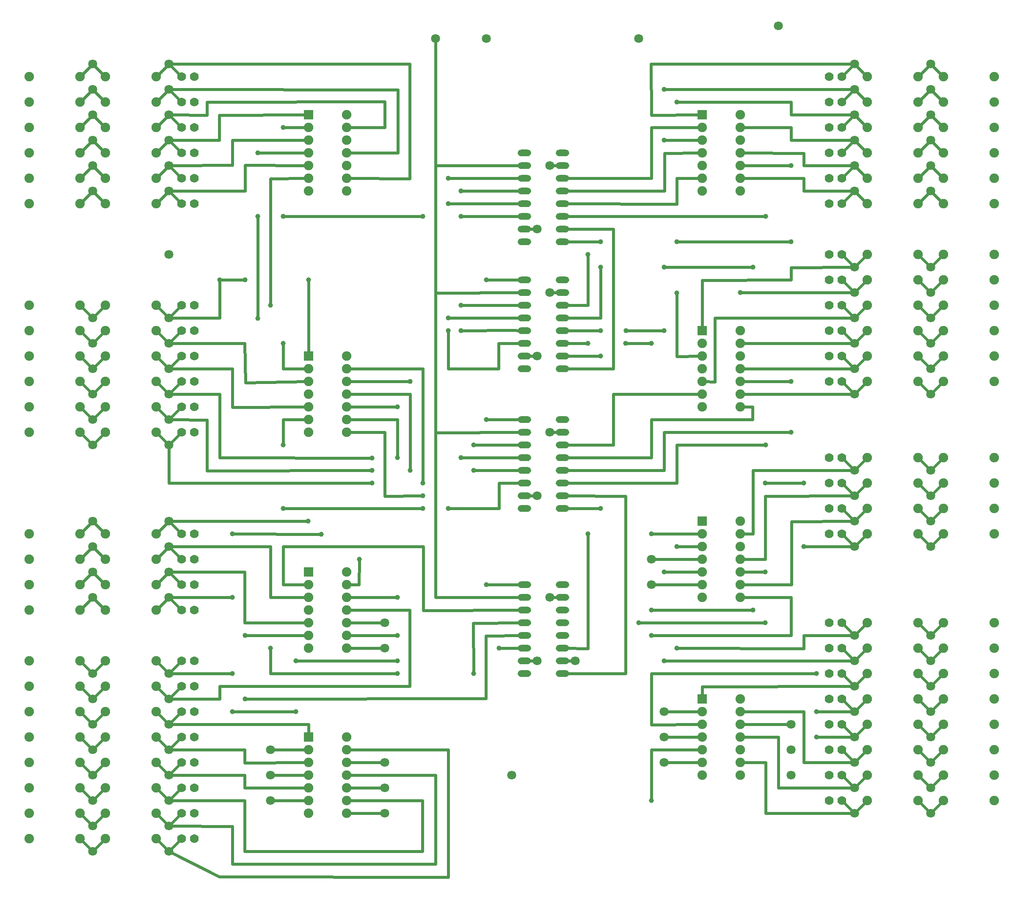
<source format=gtl>
G04 MADE WITH FRITZING*
G04 WWW.FRITZING.ORG*
G04 DOUBLE SIDED*
G04 HOLES PLATED*
G04 CONTOUR ON CENTER OF CONTOUR VECTOR*
%ASAXBY*%
%FSLAX23Y23*%
%MOIN*%
%OFA0B0*%
%SFA1.0B1.0*%
%ADD10C,0.052000*%
%ADD11C,0.075000*%
%ADD12C,0.070000*%
%ADD13C,0.070866*%
%ADD14C,0.039370*%
%ADD15R,0.075000X0.075000*%
%ADD16C,0.024000*%
%ADD17R,0.001000X0.001000*%
%LNCOPPER1*%
G90*
G70*
G54D10*
X4118Y2435D03*
X4118Y2335D03*
X4118Y2235D03*
X4118Y2135D03*
X4118Y2035D03*
X4118Y1935D03*
X4118Y1835D03*
X4118Y1735D03*
X4418Y1735D03*
X4418Y1835D03*
X4418Y1935D03*
X4418Y2035D03*
X4418Y2135D03*
X4418Y2235D03*
X4418Y2335D03*
X4418Y2435D03*
X4118Y2435D03*
X4118Y2335D03*
X4118Y2235D03*
X4118Y2135D03*
X4118Y2035D03*
X4118Y1935D03*
X4118Y1835D03*
X4118Y1735D03*
X4418Y1735D03*
X4418Y1835D03*
X4418Y1935D03*
X4418Y2035D03*
X4418Y2135D03*
X4418Y2235D03*
X4418Y2335D03*
X4418Y2435D03*
X4118Y3735D03*
X4118Y3635D03*
X4118Y3535D03*
X4118Y3435D03*
X4118Y3335D03*
X4118Y3235D03*
X4118Y3135D03*
X4118Y3035D03*
X4418Y3035D03*
X4418Y3135D03*
X4418Y3235D03*
X4418Y3335D03*
X4418Y3435D03*
X4418Y3535D03*
X4418Y3635D03*
X4418Y3735D03*
X4118Y3735D03*
X4118Y3635D03*
X4118Y3535D03*
X4118Y3435D03*
X4118Y3335D03*
X4118Y3235D03*
X4118Y3135D03*
X4118Y3035D03*
X4418Y3035D03*
X4418Y3135D03*
X4418Y3235D03*
X4418Y3335D03*
X4418Y3435D03*
X4418Y3535D03*
X4418Y3635D03*
X4418Y3735D03*
X4118Y4835D03*
X4118Y4735D03*
X4118Y4635D03*
X4118Y4535D03*
X4118Y4435D03*
X4118Y4335D03*
X4118Y4235D03*
X4118Y4135D03*
X4418Y4135D03*
X4418Y4235D03*
X4418Y4335D03*
X4418Y4435D03*
X4418Y4535D03*
X4418Y4635D03*
X4418Y4735D03*
X4418Y4835D03*
X4118Y4835D03*
X4118Y4735D03*
X4118Y4635D03*
X4118Y4535D03*
X4118Y4435D03*
X4118Y4335D03*
X4118Y4235D03*
X4118Y4135D03*
X4418Y4135D03*
X4418Y4235D03*
X4418Y4335D03*
X4418Y4435D03*
X4418Y4535D03*
X4418Y4635D03*
X4418Y4735D03*
X4418Y4835D03*
X4118Y5835D03*
X4118Y5735D03*
X4118Y5635D03*
X4118Y5535D03*
X4118Y5435D03*
X4118Y5335D03*
X4118Y5235D03*
X4118Y5135D03*
X4418Y5135D03*
X4418Y5235D03*
X4418Y5335D03*
X4418Y5435D03*
X4418Y5535D03*
X4418Y5635D03*
X4418Y5735D03*
X4418Y5835D03*
X4118Y5835D03*
X4118Y5735D03*
X4118Y5635D03*
X4118Y5535D03*
X4118Y5435D03*
X4118Y5335D03*
X4118Y5235D03*
X4118Y5135D03*
X4418Y5135D03*
X4418Y5235D03*
X4418Y5335D03*
X4418Y5435D03*
X4418Y5535D03*
X4418Y5635D03*
X4418Y5735D03*
X4418Y5835D03*
G54D11*
X2418Y2535D03*
X2718Y2535D03*
X2418Y2435D03*
X2718Y2435D03*
X2418Y2335D03*
X2718Y2335D03*
X2418Y2235D03*
X2718Y2235D03*
X2418Y2135D03*
X2718Y2135D03*
X2418Y2035D03*
X2718Y2035D03*
X2418Y1935D03*
X2718Y1935D03*
X5518Y1535D03*
X5818Y1535D03*
X5518Y1435D03*
X5818Y1435D03*
X5518Y1335D03*
X5818Y1335D03*
X5518Y1235D03*
X5818Y1235D03*
X5518Y1135D03*
X5818Y1135D03*
X5518Y1035D03*
X5818Y1035D03*
X5518Y935D03*
X5818Y935D03*
X5518Y2935D03*
X5818Y2935D03*
X5518Y2835D03*
X5818Y2835D03*
X5518Y2735D03*
X5818Y2735D03*
X5518Y2635D03*
X5818Y2635D03*
X5518Y2535D03*
X5818Y2535D03*
X5518Y2435D03*
X5818Y2435D03*
X5518Y2335D03*
X5818Y2335D03*
X5518Y4435D03*
X5818Y4435D03*
X5518Y4335D03*
X5818Y4335D03*
X5518Y4235D03*
X5818Y4235D03*
X5518Y4135D03*
X5818Y4135D03*
X5518Y4035D03*
X5818Y4035D03*
X5518Y3935D03*
X5818Y3935D03*
X5518Y3835D03*
X5818Y3835D03*
X5518Y6135D03*
X5818Y6135D03*
X5518Y6035D03*
X5818Y6035D03*
X5518Y5935D03*
X5818Y5935D03*
X5518Y5835D03*
X5818Y5835D03*
X5518Y5735D03*
X5818Y5735D03*
X5518Y5635D03*
X5818Y5635D03*
X5518Y5535D03*
X5818Y5535D03*
X2418Y1235D03*
X2718Y1235D03*
X2418Y1135D03*
X2718Y1135D03*
X2418Y1035D03*
X2718Y1035D03*
X2418Y935D03*
X2718Y935D03*
X2418Y835D03*
X2718Y835D03*
X2418Y735D03*
X2718Y735D03*
X2418Y635D03*
X2718Y635D03*
X2418Y4235D03*
X2718Y4235D03*
X2418Y4135D03*
X2718Y4135D03*
X2418Y4035D03*
X2718Y4035D03*
X2418Y3935D03*
X2718Y3935D03*
X2418Y3835D03*
X2718Y3835D03*
X2418Y3735D03*
X2718Y3735D03*
X2418Y3635D03*
X2718Y3635D03*
X2418Y6135D03*
X2718Y6135D03*
X2418Y6035D03*
X2718Y6035D03*
X2418Y5935D03*
X2718Y5935D03*
X2418Y5835D03*
X2718Y5835D03*
X2418Y5735D03*
X2718Y5735D03*
X2418Y5635D03*
X2718Y5635D03*
X2418Y5535D03*
X2718Y5535D03*
G54D12*
X6518Y6435D03*
X6618Y6435D03*
X6518Y6235D03*
X6618Y6235D03*
X6518Y6035D03*
X6618Y6035D03*
X6518Y5835D03*
X6618Y5835D03*
X6518Y5635D03*
X6618Y5635D03*
X6518Y5435D03*
X6618Y5435D03*
X6518Y5035D03*
X6618Y5035D03*
X6518Y4835D03*
X6618Y4835D03*
X6518Y4635D03*
X6618Y4635D03*
X6518Y4435D03*
X6618Y4435D03*
X6518Y4235D03*
X6618Y4235D03*
X6518Y4035D03*
X6618Y4035D03*
X6518Y735D03*
X6618Y735D03*
X6518Y935D03*
X6618Y935D03*
X6518Y1135D03*
X6618Y1135D03*
X6518Y1335D03*
X6618Y1335D03*
X6518Y1535D03*
X6618Y1535D03*
X6518Y1735D03*
X6618Y1735D03*
X6518Y1935D03*
X6618Y1935D03*
X6518Y2135D03*
X6618Y2135D03*
X6518Y2835D03*
X6618Y2835D03*
X6518Y3035D03*
X6618Y3035D03*
X6518Y3235D03*
X6618Y3235D03*
X6518Y3435D03*
X6618Y3435D03*
X1418Y6435D03*
X1518Y6435D03*
X1418Y6235D03*
X1518Y6235D03*
X1418Y3635D03*
X1518Y3635D03*
X1418Y6035D03*
X1518Y6035D03*
X1418Y5835D03*
X1518Y5835D03*
X1418Y5635D03*
X1518Y5635D03*
X1418Y5435D03*
X1518Y5435D03*
X1418Y4635D03*
X1518Y4635D03*
X1418Y4435D03*
X1518Y4435D03*
X1418Y4235D03*
X1518Y4235D03*
X1418Y4035D03*
X1518Y4035D03*
X1418Y3835D03*
X1518Y3835D03*
X1418Y2835D03*
X1518Y2835D03*
X1418Y2635D03*
X1518Y2635D03*
X1418Y2435D03*
X1518Y2435D03*
X1418Y2235D03*
X1518Y2235D03*
X1418Y1835D03*
X1518Y1835D03*
X1418Y1635D03*
X1518Y1635D03*
X1418Y1435D03*
X1518Y1435D03*
X1418Y1235D03*
X1519Y1235D03*
X1418Y1035D03*
X1518Y1035D03*
X1418Y835D03*
X1518Y835D03*
X1418Y635D03*
X1518Y635D03*
X1418Y435D03*
X1518Y435D03*
G54D11*
X818Y435D03*
X1218Y435D03*
X218Y435D03*
X618Y435D03*
X218Y635D03*
X618Y635D03*
X218Y835D03*
X618Y835D03*
X218Y1035D03*
X618Y1035D03*
X219Y1235D03*
X619Y1235D03*
X218Y1435D03*
X618Y1435D03*
X218Y1635D03*
X618Y1635D03*
X218Y1835D03*
X618Y1835D03*
X218Y2235D03*
X618Y2235D03*
X218Y2435D03*
X618Y2435D03*
X218Y2635D03*
X618Y2635D03*
X218Y2835D03*
X618Y2835D03*
X218Y3635D03*
X618Y3635D03*
X218Y3835D03*
X618Y3835D03*
X218Y4035D03*
X618Y4035D03*
X218Y4235D03*
X618Y4235D03*
X218Y4435D03*
X618Y4435D03*
X218Y4635D03*
X618Y4635D03*
X218Y5435D03*
X618Y5435D03*
X218Y5635D03*
X618Y5635D03*
X218Y5835D03*
X618Y5835D03*
X218Y6035D03*
X618Y6035D03*
X218Y6235D03*
X618Y6235D03*
X218Y6435D03*
X618Y6435D03*
X7418Y735D03*
X7818Y735D03*
X7418Y935D03*
X7818Y935D03*
X7418Y1135D03*
X7818Y1135D03*
X7418Y1335D03*
X7818Y1335D03*
X7418Y1535D03*
X7818Y1535D03*
X7418Y1735D03*
X7818Y1735D03*
X7418Y1935D03*
X7818Y1935D03*
X7418Y2135D03*
X7818Y2135D03*
X7418Y2835D03*
X7818Y2835D03*
X7418Y3035D03*
X7818Y3035D03*
X7418Y3235D03*
X7818Y3235D03*
X7418Y3435D03*
X7818Y3435D03*
X7418Y4035D03*
X7818Y4035D03*
X7418Y4235D03*
X7818Y4235D03*
X7418Y4435D03*
X7818Y4435D03*
X7418Y4635D03*
X7818Y4635D03*
X7418Y4835D03*
X7818Y4835D03*
X7418Y5035D03*
X7818Y5035D03*
X7418Y5435D03*
X7818Y5435D03*
X7418Y5635D03*
X7818Y5635D03*
X7418Y5835D03*
X7818Y5835D03*
X7418Y6035D03*
X7818Y6035D03*
X7418Y6235D03*
X7818Y6235D03*
X7418Y6435D03*
X7818Y6435D03*
X818Y635D03*
X1218Y635D03*
X818Y835D03*
X1218Y835D03*
X818Y1035D03*
X1218Y1035D03*
X819Y1235D03*
X1219Y1235D03*
X818Y1435D03*
X1218Y1435D03*
X818Y1635D03*
X1218Y1635D03*
X818Y1835D03*
X1218Y1835D03*
X818Y2235D03*
X1218Y2235D03*
X818Y2435D03*
X1218Y2435D03*
X818Y2635D03*
X1218Y2635D03*
X818Y2835D03*
X1218Y2835D03*
X818Y3635D03*
X1218Y3635D03*
X818Y3835D03*
X1218Y3835D03*
X818Y4035D03*
X1218Y4035D03*
X818Y4235D03*
X1218Y4235D03*
X818Y4435D03*
X1218Y4435D03*
X818Y4635D03*
X1218Y4635D03*
X818Y5435D03*
X1218Y5435D03*
X818Y5635D03*
X1218Y5635D03*
X818Y5835D03*
X1218Y5835D03*
X818Y6035D03*
X1218Y6035D03*
X818Y6235D03*
X1218Y6235D03*
X818Y6435D03*
X1218Y6435D03*
X6818Y735D03*
X7218Y735D03*
X6818Y935D03*
X7218Y935D03*
X6818Y1135D03*
X7218Y1135D03*
X6818Y1335D03*
X7218Y1335D03*
X6818Y1535D03*
X7218Y1535D03*
X6818Y1735D03*
X7218Y1735D03*
X6818Y1935D03*
X7218Y1935D03*
X6818Y2135D03*
X7218Y2135D03*
X6818Y2835D03*
X7218Y2835D03*
X6818Y3035D03*
X7218Y3035D03*
X6818Y3235D03*
X7218Y3235D03*
X6818Y3435D03*
X7218Y3435D03*
X6818Y4035D03*
X7218Y4035D03*
X6818Y4235D03*
X7218Y4235D03*
X6818Y4435D03*
X7218Y4435D03*
X6818Y4635D03*
X7218Y4635D03*
X6818Y4835D03*
X7218Y4835D03*
X6818Y5035D03*
X7218Y5035D03*
X6818Y5435D03*
X7218Y5435D03*
X6818Y5635D03*
X7218Y5635D03*
X6818Y5835D03*
X7218Y5835D03*
X6818Y6035D03*
X7218Y6035D03*
X6818Y6235D03*
X7218Y6235D03*
X6818Y6435D03*
X7218Y6435D03*
G54D13*
X3018Y1035D03*
X3018Y835D03*
X3018Y635D03*
X2118Y735D03*
X2118Y935D03*
X2118Y1135D03*
X4318Y5735D03*
X4218Y5235D03*
X4318Y4735D03*
X4218Y4235D03*
X4318Y3635D03*
X4218Y3135D03*
X4318Y2335D03*
X4518Y1835D03*
X4218Y1835D03*
X3018Y1935D03*
X3018Y2135D03*
X5118Y2635D03*
X6218Y935D03*
X6218Y1135D03*
X6218Y1335D03*
X5218Y1035D03*
X5218Y1235D03*
X5218Y1435D03*
X5118Y2435D03*
X5018Y6735D03*
X3818Y6735D03*
X3418Y6735D03*
X1318Y335D03*
X1318Y535D03*
X1318Y735D03*
X1318Y935D03*
X1318Y1135D03*
X1318Y1335D03*
X1318Y1535D03*
X1318Y1735D03*
X1318Y2335D03*
X1318Y2535D03*
X1318Y2735D03*
X1318Y2935D03*
X1318Y3535D03*
X1318Y3735D03*
X1318Y3935D03*
X1318Y4135D03*
X1318Y4335D03*
X1318Y4535D03*
X1318Y5535D03*
X1318Y5735D03*
X1318Y5935D03*
X1318Y6135D03*
X1318Y6335D03*
X1318Y6535D03*
X6718Y635D03*
X6718Y835D03*
X6718Y1035D03*
X6718Y1235D03*
X6718Y1435D03*
X6718Y1635D03*
X6718Y1835D03*
X6718Y2035D03*
X6718Y2735D03*
X6718Y2935D03*
X6718Y3135D03*
X6718Y3335D03*
X6718Y3935D03*
X6718Y4135D03*
X6718Y4335D03*
X6718Y4535D03*
X6718Y4735D03*
X6718Y4935D03*
X6718Y5535D03*
X6718Y5735D03*
X6718Y5935D03*
X6718Y6135D03*
X6718Y6335D03*
X6718Y6535D03*
X1318Y5035D03*
X4018Y935D03*
X6118Y6835D03*
X718Y335D03*
X718Y535D03*
X718Y735D03*
X718Y935D03*
X718Y1135D03*
X718Y1335D03*
X718Y1535D03*
X718Y1735D03*
X718Y2335D03*
X718Y2535D03*
X718Y2735D03*
X718Y2935D03*
X718Y3535D03*
X718Y3735D03*
X718Y3935D03*
X718Y4135D03*
X718Y4335D03*
X718Y4535D03*
X718Y5535D03*
X718Y5735D03*
X718Y5935D03*
X718Y6135D03*
X718Y6335D03*
X718Y6535D03*
X7318Y635D03*
X7318Y835D03*
X7318Y1035D03*
X7318Y1235D03*
X7318Y1435D03*
X7318Y1635D03*
X7318Y1835D03*
X7318Y2035D03*
X7318Y2735D03*
X7318Y2935D03*
X7318Y3135D03*
X7318Y3335D03*
X7318Y3935D03*
X7318Y4135D03*
X7318Y4335D03*
X7318Y4535D03*
X7318Y4735D03*
X7318Y4935D03*
X7318Y5535D03*
X7318Y5735D03*
X7318Y5935D03*
X7318Y6135D03*
X7318Y6335D03*
X7318Y6535D03*
G54D14*
X5318Y6235D03*
X5218Y5935D03*
X6218Y5735D03*
X4618Y5035D03*
X6218Y5135D03*
X5318Y5135D03*
X5918Y4935D03*
X5218Y4935D03*
X4718Y4935D03*
X4718Y5135D03*
X5818Y4735D03*
X5318Y4732D03*
X5218Y4435D03*
X4918Y4435D03*
X5120Y4335D03*
X4718Y4435D03*
X4618Y4335D03*
X4916Y4335D03*
X6018Y5335D03*
X4718Y3035D03*
X4718Y4235D03*
X6218Y4035D03*
X6218Y3635D03*
X6018Y3535D03*
X6016Y2535D03*
X6016Y2137D03*
X5118Y2035D03*
X5919Y2234D03*
X6320Y2734D03*
X6016Y3237D03*
X6320Y3237D03*
X5318Y1935D03*
X5318Y2735D03*
X5218Y2535D03*
X5218Y1835D03*
X5118Y2235D03*
X5018Y2135D03*
X5118Y2835D03*
X4618Y2835D03*
X6418Y1735D03*
X6417Y1436D03*
X6417Y1235D03*
X5118Y735D03*
X3518Y5635D03*
X3518Y5435D03*
X3618Y5535D03*
X2218Y6035D03*
X2218Y5335D03*
X3318Y5335D03*
X3618Y5335D03*
X2118Y4635D03*
X2017Y4533D03*
X3518Y4535D03*
X3618Y4635D03*
X2018Y5835D03*
X2018Y5335D03*
X1718Y4835D03*
X2418Y4835D03*
X1918Y4835D03*
X2218Y4335D03*
X3618Y4435D03*
X3518Y4435D03*
X2218Y3535D03*
X3518Y3035D03*
X2218Y3035D03*
X3318Y3035D03*
X3718Y3335D03*
X3318Y3135D03*
X3118Y3835D03*
X3618Y3435D03*
X3718Y3535D03*
X3218Y4035D03*
X1918Y2035D03*
X1918Y1535D03*
X2118Y1935D03*
X3118Y1735D03*
X3718Y1735D03*
X1818Y2335D03*
X2818Y2635D03*
X1818Y2835D03*
X2518Y2833D03*
X2415Y2937D03*
X3918Y1935D03*
X3118Y2335D03*
X1818Y1735D03*
X1818Y1435D03*
X2319Y1435D03*
X3118Y2035D03*
X3818Y3735D03*
X3818Y2435D03*
X3120Y3435D03*
X3217Y3334D03*
X3317Y3234D03*
X2918Y3433D03*
X2918Y3335D03*
X2918Y3235D03*
X5218Y6335D03*
X3118Y1835D03*
X2320Y1837D03*
X3818Y4835D03*
G54D15*
X2418Y2535D03*
X5518Y1535D03*
X5518Y2935D03*
X5518Y4435D03*
X5518Y6135D03*
X2418Y1235D03*
X2418Y4235D03*
X2418Y6135D03*
G54D16*
X4334Y2335D02*
X4402Y2335D01*
D02*
X4334Y3635D02*
X4402Y3635D01*
D02*
X4203Y3135D02*
X4134Y3135D01*
D02*
X4203Y4235D02*
X4134Y4235D01*
D02*
X4334Y4735D02*
X4402Y4735D01*
D02*
X4203Y5235D02*
X4134Y5235D01*
D02*
X4402Y5735D02*
X4334Y5735D01*
D02*
X4503Y1835D02*
X4434Y1835D01*
D02*
X4203Y1835D02*
X4134Y1835D01*
D02*
X3826Y2435D02*
X4102Y2435D01*
D02*
X4710Y5135D02*
X4434Y5135D01*
D02*
X4916Y1734D02*
X4916Y3132D01*
D02*
X4916Y3132D02*
X4434Y3135D01*
D02*
X4434Y1735D02*
X4916Y1734D01*
D02*
X4710Y4235D02*
X4434Y4235D01*
D02*
X4434Y3035D02*
X4710Y3035D01*
D02*
X4818Y4136D02*
X4818Y5234D01*
D02*
X4818Y5234D02*
X4434Y5235D01*
D02*
X4434Y4135D02*
X4818Y4136D01*
D02*
X3420Y5735D02*
X4102Y5735D01*
D02*
X3418Y6719D02*
X3420Y5735D01*
D02*
X3418Y3634D02*
X3418Y2336D01*
D02*
X3418Y2336D02*
X4102Y2335D01*
D02*
X3420Y3633D02*
X3418Y3634D01*
D02*
X4118Y3635D02*
X3420Y3633D01*
D02*
X3420Y3633D02*
X4102Y3635D01*
D02*
X3420Y4733D02*
X3420Y3633D01*
D02*
X3420Y5735D02*
X3420Y4733D01*
D02*
X3420Y4733D02*
X4102Y4735D01*
D02*
X4118Y4735D02*
X3420Y4733D01*
D02*
X4118Y5735D02*
X3420Y5735D01*
D02*
X6729Y6324D02*
X6806Y6247D01*
D02*
X6806Y5647D02*
X6729Y5724D01*
D02*
X6707Y5724D02*
X6629Y5645D01*
D02*
X6806Y5847D02*
X6729Y5924D01*
D02*
X6707Y5924D02*
X6629Y5845D01*
D02*
X6729Y6124D02*
X6806Y6047D01*
D02*
X6707Y6124D02*
X6629Y6045D01*
D02*
X6707Y6324D02*
X6629Y6245D01*
D02*
X6707Y4546D02*
X6629Y4624D01*
D02*
X6806Y4823D02*
X6729Y4746D01*
D02*
X6707Y4746D02*
X6629Y4824D01*
D02*
X6806Y5023D02*
X6729Y4946D01*
D02*
X6707Y4946D02*
X6629Y5024D01*
D02*
X6806Y5447D02*
X6729Y5524D01*
D02*
X6707Y5524D02*
X6629Y5445D01*
D02*
X6806Y6447D02*
X6729Y6524D01*
D02*
X6707Y6524D02*
X6629Y6445D01*
D02*
X7406Y6247D02*
X7329Y6324D01*
D02*
X7307Y6324D02*
X7231Y6247D01*
D02*
X6806Y4223D02*
X6729Y4146D01*
D02*
X6707Y4146D02*
X6629Y4224D01*
D02*
X6806Y4423D02*
X6729Y4346D01*
D02*
X6707Y4346D02*
X6629Y4424D01*
D02*
X6806Y4623D02*
X6729Y4546D01*
D02*
X7307Y4946D02*
X7231Y5023D01*
D02*
X7406Y5447D02*
X7329Y5524D01*
D02*
X7307Y5524D02*
X7231Y5447D01*
D02*
X7406Y5647D02*
X7329Y5724D01*
D02*
X7307Y5724D02*
X7231Y5647D01*
D02*
X7406Y5847D02*
X7329Y5924D01*
D02*
X7307Y5924D02*
X7231Y5847D01*
D02*
X7406Y6047D02*
X7329Y6124D01*
D02*
X7307Y6124D02*
X7231Y6047D01*
D02*
X7406Y4023D02*
X7329Y3946D01*
D02*
X7307Y3946D02*
X7231Y4023D01*
D02*
X7406Y4223D02*
X7329Y4146D01*
D02*
X7307Y4146D02*
X7231Y4223D01*
D02*
X7406Y4423D02*
X7329Y4346D01*
D02*
X7307Y4346D02*
X7231Y4423D01*
D02*
X7406Y4623D02*
X7329Y4546D01*
D02*
X7307Y4546D02*
X7231Y4623D01*
D02*
X7406Y5023D02*
X7329Y4946D01*
D02*
X7406Y4823D02*
X7329Y4746D01*
D02*
X7307Y4746D02*
X7231Y4823D01*
D02*
X6806Y2123D02*
X6729Y2046D01*
D02*
X6707Y2046D02*
X6629Y2124D01*
D02*
X6707Y846D02*
X6629Y924D01*
D02*
X6806Y1323D02*
X6729Y1246D01*
D02*
X6707Y1246D02*
X6629Y1324D01*
D02*
X6806Y1523D02*
X6729Y1446D01*
D02*
X6707Y1446D02*
X6629Y1524D01*
D02*
X6806Y1723D02*
X6729Y1646D01*
D02*
X6707Y1646D02*
X6629Y1724D01*
D02*
X6806Y1923D02*
X6729Y1846D01*
D02*
X6707Y1846D02*
X6629Y1924D01*
D02*
X7307Y2046D02*
X7231Y2123D01*
D02*
X7406Y2823D02*
X7329Y2746D01*
D02*
X7307Y2746D02*
X7231Y2823D01*
D02*
X7406Y3223D02*
X7329Y3146D01*
D02*
X7307Y3146D02*
X7231Y3223D01*
D02*
X6806Y723D02*
X6729Y646D01*
D02*
X6707Y646D02*
X6629Y724D01*
D02*
X6806Y923D02*
X6729Y846D01*
D02*
X7406Y1123D02*
X7329Y1046D01*
D02*
X7307Y1046D02*
X7231Y1123D01*
D02*
X7406Y1523D02*
X7329Y1446D01*
D02*
X7307Y1446D02*
X7231Y1523D01*
D02*
X7406Y1723D02*
X7329Y1646D01*
D02*
X7307Y1646D02*
X7231Y1723D01*
D02*
X7406Y1923D02*
X7329Y1846D01*
D02*
X7307Y1846D02*
X7231Y1923D01*
D02*
X7406Y2123D02*
X7329Y2046D01*
D02*
X6220Y6236D02*
X6220Y6134D01*
D02*
X5326Y6235D02*
X6220Y6236D01*
D02*
X5120Y6132D02*
X5116Y6535D01*
D02*
X6220Y6134D02*
X6703Y6135D01*
D02*
X5226Y6335D02*
X6703Y6335D01*
D02*
X5116Y6535D02*
X6703Y6535D01*
D02*
X5501Y5935D02*
X5226Y5935D01*
D02*
X5501Y6135D02*
X5120Y6132D01*
D02*
X7406Y723D02*
X7329Y646D01*
D02*
X7307Y646D02*
X7231Y723D01*
D02*
X7406Y923D02*
X7329Y846D01*
D02*
X7307Y846D02*
X7231Y923D01*
D02*
X6317Y5634D02*
X6317Y5536D01*
D02*
X6220Y6037D02*
X6220Y5935D01*
D02*
X6317Y5536D02*
X6703Y5535D01*
D02*
X6317Y5833D02*
X6317Y5736D01*
D02*
X6317Y5736D02*
X6703Y5735D01*
D02*
X6220Y5935D02*
X6703Y5935D01*
D02*
X5836Y5635D02*
X6317Y5634D01*
D02*
X5836Y5835D02*
X6317Y5833D01*
D02*
X5836Y6035D02*
X6220Y6037D01*
D02*
X5317Y5636D02*
X5501Y5635D01*
D02*
X5222Y5833D02*
X5501Y5835D01*
D02*
X5222Y5535D02*
X5222Y5833D01*
D02*
X5317Y5433D02*
X5317Y5636D01*
D02*
X5120Y5636D02*
X5120Y6036D01*
D02*
X5120Y6036D02*
X5501Y6035D01*
D02*
X4434Y5435D02*
X5317Y5433D01*
D02*
X4434Y5535D02*
X5222Y5535D01*
D02*
X4434Y5635D02*
X5120Y5636D01*
D02*
X5226Y4935D02*
X5910Y4935D01*
D02*
X5326Y5135D02*
X6210Y5135D01*
D02*
X4719Y4535D02*
X4718Y4927D01*
D02*
X4434Y4535D02*
X4719Y4535D01*
D02*
X4618Y4636D02*
X4618Y5027D01*
D02*
X6210Y5735D02*
X5836Y5735D01*
D02*
X4434Y4635D02*
X4618Y4636D01*
D02*
X5826Y4735D02*
X6703Y4735D01*
D02*
X5519Y4833D02*
X6220Y4835D01*
D02*
X6220Y4835D02*
X6220Y4933D01*
D02*
X6220Y4933D02*
X6703Y4935D01*
D02*
X5518Y4452D02*
X5519Y4833D01*
D02*
X4926Y4435D02*
X5210Y4435D01*
D02*
X4434Y4335D02*
X4610Y4335D01*
D02*
X4434Y4435D02*
X4710Y4435D01*
D02*
X5320Y4233D02*
X5318Y4724D01*
D02*
X5501Y4235D02*
X5320Y4233D01*
D02*
X7406Y6447D02*
X7329Y6524D01*
D02*
X7307Y6524D02*
X7231Y6447D01*
D02*
X4924Y4335D02*
X5112Y4335D01*
D02*
X4434Y5335D02*
X6010Y5335D01*
D02*
X6417Y4134D02*
X6703Y4135D01*
D02*
X5836Y4135D02*
X6417Y4134D01*
D02*
X5836Y4335D02*
X6703Y4335D01*
D02*
X4819Y3535D02*
X4819Y3934D01*
D02*
X4819Y3934D02*
X5501Y3935D01*
D02*
X4434Y3535D02*
X4819Y3535D01*
D02*
X5916Y3734D02*
X5916Y3835D01*
D02*
X5220Y3337D02*
X5220Y3635D01*
D02*
X5220Y3635D02*
X6210Y3635D01*
D02*
X6210Y4035D02*
X5836Y4035D01*
D02*
X4434Y3335D02*
X5220Y3337D01*
D02*
X5120Y3436D02*
X5120Y3735D01*
D02*
X5120Y3735D02*
X5916Y3734D01*
D02*
X5916Y3835D02*
X5836Y3835D01*
D02*
X4434Y3435D02*
X5120Y3436D01*
D02*
X5836Y3935D02*
X6703Y3935D01*
D02*
X6806Y4023D02*
X6729Y3946D01*
D02*
X6707Y3946D02*
X6629Y4024D01*
D02*
X6806Y3423D02*
X6729Y3346D01*
D02*
X6707Y3346D02*
X6629Y3424D01*
D02*
X5319Y3536D02*
X6010Y3535D01*
D02*
X5319Y3237D02*
X5319Y3536D01*
D02*
X4434Y3235D02*
X5319Y3237D01*
D02*
X6806Y3023D02*
X6729Y2946D01*
D02*
X6707Y2946D02*
X6629Y3024D01*
D02*
X6806Y3223D02*
X6729Y3146D01*
D02*
X6707Y3146D02*
X6629Y3224D01*
D02*
X7406Y3023D02*
X7329Y2946D01*
D02*
X7307Y2946D02*
X7231Y3023D01*
D02*
X7406Y3423D02*
X7329Y3346D01*
D02*
X7307Y3346D02*
X7231Y3423D01*
D02*
X6221Y2436D02*
X6221Y2933D01*
D02*
X6221Y2933D02*
X6703Y2935D01*
D02*
X5836Y2435D02*
X6221Y2436D01*
D02*
X6016Y2635D02*
X6016Y3132D01*
D02*
X6016Y3132D02*
X6703Y3135D01*
D02*
X5836Y2635D02*
X6016Y2635D01*
D02*
X5917Y2834D02*
X5917Y3337D01*
D02*
X5917Y3337D02*
X6703Y3335D01*
D02*
X5836Y2835D02*
X5917Y2834D01*
D02*
X5026Y2135D02*
X6009Y2137D01*
D02*
X5126Y2235D02*
X5911Y2234D01*
D02*
X5326Y1935D02*
X6317Y1933D01*
D02*
X6317Y1933D02*
X6317Y2034D01*
D02*
X6024Y3237D02*
X6312Y3237D01*
D02*
X6328Y2734D02*
X6703Y2735D01*
D02*
X6317Y2034D02*
X6703Y2035D01*
D02*
X5501Y2735D02*
X5326Y2735D01*
D02*
X6806Y2823D02*
X6729Y2746D01*
D02*
X6707Y2746D02*
X6629Y2824D01*
D02*
X5126Y2035D02*
X6220Y2035D01*
D02*
X6220Y2035D02*
X6220Y2336D01*
D02*
X6220Y2336D02*
X5836Y2335D01*
D02*
X6009Y2535D02*
X5836Y2535D01*
D02*
X4617Y1933D02*
X4618Y2827D01*
D02*
X5126Y2835D02*
X5501Y2835D01*
D02*
X4434Y1935D02*
X4617Y1933D01*
D02*
X5226Y1835D02*
X6421Y1835D01*
D02*
X6421Y1835D02*
X6703Y1835D01*
D02*
X5501Y2535D02*
X5226Y2535D01*
D02*
X5517Y1633D02*
X6703Y1635D01*
D02*
X5518Y1552D02*
X5517Y1633D01*
D02*
X6118Y1234D02*
X6118Y834D01*
D02*
X6318Y1435D02*
X6318Y1034D01*
D02*
X6020Y1034D02*
X6018Y634D01*
D02*
X6118Y834D02*
X6703Y835D01*
D02*
X6018Y634D02*
X6703Y635D01*
D02*
X6318Y1034D02*
X6703Y1035D01*
D02*
X6425Y1235D02*
X6703Y1235D01*
D02*
X5119Y1136D02*
X5118Y743D01*
D02*
X5119Y1735D02*
X6410Y1735D01*
D02*
X5119Y1333D02*
X5119Y1735D01*
D02*
X6425Y1436D02*
X6703Y1435D01*
D02*
X5134Y2435D02*
X5501Y2435D01*
D02*
X5836Y1035D02*
X6020Y1034D01*
D02*
X5836Y1235D02*
X6118Y1234D01*
D02*
X5836Y1435D02*
X6318Y1435D01*
D02*
X6806Y1123D02*
X6729Y1046D01*
D02*
X6707Y1046D02*
X6629Y1124D01*
D02*
X5501Y1135D02*
X5119Y1136D01*
D02*
X5501Y1335D02*
X5119Y1333D01*
D02*
X5234Y1235D02*
X5501Y1235D01*
D02*
X5234Y1435D02*
X5501Y1435D01*
D02*
X6203Y1335D02*
X5836Y1335D01*
D02*
X5234Y1035D02*
X5501Y1035D01*
D02*
X1329Y6324D02*
X1408Y6245D01*
D02*
X1231Y6447D02*
X1307Y6524D01*
D02*
X1329Y6524D02*
X1408Y6445D01*
D02*
X1231Y5847D02*
X1307Y5924D01*
D02*
X1329Y5924D02*
X1408Y5845D01*
D02*
X3020Y6036D02*
X3020Y6238D01*
D02*
X1620Y6234D02*
X1620Y6132D01*
D02*
X3020Y6238D02*
X1620Y6234D01*
D02*
X3121Y5834D02*
X3121Y6333D01*
D02*
X3216Y5632D02*
X3216Y6535D01*
D02*
X3216Y6535D02*
X1334Y6535D01*
D02*
X3121Y6333D02*
X1334Y6335D01*
D02*
X2736Y5835D02*
X3121Y5834D01*
D02*
X2736Y5635D02*
X3216Y5632D01*
D02*
X1620Y6132D02*
X1334Y6135D01*
D02*
X2736Y6035D02*
X3020Y6036D01*
D02*
X1231Y6047D02*
X1307Y6124D01*
D02*
X1329Y6124D02*
X1408Y6045D01*
D02*
X1231Y6247D02*
X1307Y6324D01*
D02*
X1919Y5738D02*
X1919Y5534D01*
D02*
X1817Y5935D02*
X1817Y5738D01*
D02*
X1919Y5534D02*
X1334Y5535D01*
D02*
X1817Y5738D02*
X1334Y5735D01*
D02*
X1715Y5935D02*
X1334Y5935D01*
D02*
X1715Y6132D02*
X1715Y5935D01*
D02*
X2401Y5935D02*
X1817Y5935D01*
D02*
X1408Y5645D02*
X1329Y5724D01*
D02*
X1307Y5724D02*
X1231Y5647D01*
D02*
X2401Y5735D02*
X1919Y5738D01*
D02*
X2401Y6135D02*
X1715Y6132D01*
D02*
X1231Y5447D02*
X1307Y5524D01*
D02*
X1329Y5524D02*
X1408Y5445D01*
D02*
X3310Y5335D02*
X2226Y5335D01*
D02*
X2226Y6035D02*
X2401Y6035D01*
D02*
X4102Y5335D02*
X3626Y5335D01*
D02*
X4102Y5435D02*
X3526Y5435D01*
D02*
X4102Y5535D02*
X3626Y5535D01*
D02*
X4102Y5635D02*
X3526Y5635D01*
D02*
X1910Y4835D02*
X1726Y4835D01*
D02*
X1922Y4025D02*
X1916Y4337D01*
D02*
X1916Y4337D02*
X1334Y4335D01*
D02*
X1718Y4827D02*
X1719Y4535D01*
D02*
X1719Y4535D02*
X1334Y4535D01*
D02*
X2401Y4035D02*
X1922Y4025D01*
D02*
X1231Y4423D02*
X1307Y4346D01*
D02*
X1329Y4346D02*
X1408Y4424D01*
D02*
X1231Y4623D02*
X1307Y4546D01*
D02*
X1329Y4546D02*
X1408Y4624D01*
D02*
X2118Y4643D02*
X2118Y5633D01*
D02*
X2118Y5633D02*
X2401Y5635D01*
D02*
X2017Y4541D02*
X2018Y5327D01*
D02*
X2026Y5835D02*
X2401Y5835D01*
D02*
X4102Y4635D02*
X3626Y4635D01*
D02*
X4102Y4535D02*
X3526Y4535D01*
D02*
X1818Y4134D02*
X1334Y4135D01*
D02*
X1818Y3832D02*
X1818Y4134D01*
D02*
X1231Y3623D02*
X1307Y3546D01*
D02*
X1329Y3546D02*
X1408Y3624D01*
D02*
X1231Y3823D02*
X1307Y3746D01*
D02*
X1329Y3746D02*
X1408Y3824D01*
D02*
X1231Y4023D02*
X1307Y3946D01*
D02*
X1329Y3946D02*
X1408Y4024D01*
D02*
X2401Y3835D02*
X1818Y3832D01*
D02*
X1231Y4223D02*
X1307Y4146D01*
D02*
X1329Y4146D02*
X1408Y4224D01*
D02*
X2910Y3433D02*
X1719Y3437D01*
D02*
X2910Y3335D02*
X1620Y3333D01*
D02*
X2910Y3235D02*
X1319Y3234D01*
D02*
X3120Y3737D02*
X3120Y3443D01*
D02*
X1719Y3437D02*
X1719Y3936D01*
D02*
X1719Y3936D02*
X1334Y3935D01*
D02*
X1620Y3333D02*
X1620Y3733D01*
D02*
X1620Y3733D02*
X1334Y3735D01*
D02*
X3217Y3934D02*
X3217Y3342D01*
D02*
X1319Y3234D02*
X1318Y3519D01*
D02*
X3317Y4135D02*
X3317Y3241D01*
D02*
X2736Y4135D02*
X3317Y4135D01*
D02*
X2736Y3935D02*
X3217Y3934D01*
D02*
X2736Y3735D02*
X3120Y3737D01*
D02*
X3210Y4035D02*
X2736Y4035D01*
D02*
X3110Y3835D02*
X2736Y3835D01*
D02*
X3019Y3133D02*
X3019Y3636D01*
D02*
X3310Y3135D02*
X3019Y3133D01*
D02*
X3019Y3636D02*
X2736Y3635D01*
D02*
X3310Y3035D02*
X2226Y3035D01*
D02*
X2218Y3543D02*
X2218Y3737D01*
D02*
X2218Y3737D02*
X2401Y3735D01*
D02*
X4102Y3535D02*
X3726Y3535D01*
D02*
X4102Y3435D02*
X3626Y3435D01*
D02*
X4102Y3335D02*
X3726Y3335D01*
D02*
X3518Y4137D02*
X3518Y4427D01*
D02*
X3916Y4137D02*
X3518Y4137D01*
D02*
X3916Y4337D02*
X3916Y4137D01*
D02*
X4016Y4438D02*
X3626Y4435D01*
D02*
X2218Y4135D02*
X2401Y4135D01*
D02*
X2218Y4327D02*
X2218Y4135D01*
D02*
X4102Y4335D02*
X3916Y4337D01*
D02*
X4102Y4435D02*
X4016Y4438D01*
D02*
X2418Y4252D02*
X2418Y4827D01*
D02*
X631Y5847D02*
X707Y5924D01*
D02*
X729Y5924D02*
X806Y5847D01*
D02*
X631Y6047D02*
X707Y6124D01*
D02*
X729Y6124D02*
X806Y6047D01*
D02*
X631Y6247D02*
X707Y6324D01*
D02*
X729Y6324D02*
X806Y6247D01*
D02*
X631Y6447D02*
X707Y6524D01*
D02*
X729Y6524D02*
X806Y6447D01*
D02*
X3918Y3035D02*
X3526Y3035D01*
D02*
X3918Y3235D02*
X3918Y3035D01*
D02*
X4102Y3235D02*
X3918Y3235D01*
D02*
X631Y5447D02*
X707Y5524D01*
D02*
X729Y5524D02*
X806Y5447D01*
D02*
X631Y5647D02*
X707Y5724D01*
D02*
X729Y5724D02*
X806Y5647D01*
D02*
X729Y4346D02*
X806Y4423D01*
D02*
X631Y4623D02*
X707Y4546D01*
D02*
X729Y4546D02*
X806Y4623D01*
D02*
X1329Y2924D02*
X1408Y2845D01*
D02*
X631Y3623D02*
X707Y3546D01*
D02*
X729Y3546D02*
X806Y3623D01*
D02*
X631Y3823D02*
X707Y3746D01*
D02*
X729Y3746D02*
X806Y3823D01*
D02*
X631Y4023D02*
X707Y3946D01*
D02*
X729Y3946D02*
X806Y4023D01*
D02*
X631Y4223D02*
X707Y4146D01*
D02*
X729Y4146D02*
X806Y4223D01*
D02*
X631Y4423D02*
X707Y4346D01*
D02*
X1329Y1546D02*
X1408Y1624D01*
D02*
X1231Y1823D02*
X1307Y1746D01*
D02*
X1231Y2247D02*
X1307Y2324D01*
D02*
X1329Y2324D02*
X1408Y2245D01*
D02*
X1231Y2447D02*
X1307Y2524D01*
D02*
X1329Y2524D02*
X1408Y2445D01*
D02*
X1231Y2647D02*
X1307Y2724D01*
D02*
X1329Y2724D02*
X1408Y2645D01*
D02*
X1231Y2847D02*
X1307Y2924D01*
D02*
X2117Y2734D02*
X1334Y2735D01*
D02*
X2401Y2135D02*
X1916Y2136D01*
D02*
X2117Y2334D02*
X2117Y2734D01*
D02*
X2401Y2335D02*
X2117Y2334D01*
D02*
X1916Y2536D02*
X1334Y2535D01*
D02*
X1916Y2136D02*
X1916Y2536D01*
D02*
X2408Y2937D02*
X1334Y2935D01*
D02*
X1231Y1623D02*
X1307Y1546D01*
D02*
X2816Y2435D02*
X2818Y2627D01*
D02*
X1926Y2035D02*
X2401Y2035D01*
D02*
X2736Y2435D02*
X2816Y2435D01*
D02*
X2510Y2833D02*
X1826Y2835D01*
D02*
X3716Y2133D02*
X3718Y1743D01*
D02*
X3110Y1735D02*
X2118Y1736D01*
D02*
X2118Y1736D02*
X2118Y1927D01*
D02*
X3816Y2033D02*
X3816Y1538D01*
D02*
X3816Y1538D02*
X1926Y1535D01*
D02*
X4102Y2035D02*
X3816Y2033D01*
D02*
X4102Y2135D02*
X3716Y2133D01*
D02*
X4102Y2235D02*
X3321Y2231D01*
D02*
X3321Y2231D02*
X3321Y2734D01*
D02*
X2218Y2435D02*
X2401Y2435D01*
D02*
X3110Y2335D02*
X2736Y2335D01*
D02*
X2218Y2734D02*
X2218Y2435D01*
D02*
X3321Y2734D02*
X2218Y2734D01*
D02*
X4102Y1935D02*
X3926Y1935D01*
D02*
X1810Y2335D02*
X1334Y2335D01*
D02*
X1329Y1746D02*
X1408Y1824D01*
D02*
X1719Y1635D02*
X1719Y1536D01*
D02*
X2736Y2035D02*
X3110Y2035D01*
D02*
X1810Y1735D02*
X1334Y1735D01*
D02*
X2311Y1435D02*
X1826Y1435D01*
D02*
X1719Y1536D02*
X1334Y1535D01*
D02*
X3216Y1636D02*
X1719Y1635D01*
D02*
X3216Y2235D02*
X3216Y1636D01*
D02*
X2736Y2235D02*
X3216Y2235D01*
D02*
X3003Y1935D02*
X2736Y1935D01*
D02*
X3003Y2135D02*
X2736Y2135D01*
D02*
X1231Y1423D02*
X1307Y1346D01*
D02*
X1329Y1346D02*
X1408Y1424D01*
D02*
X1231Y423D02*
X1307Y346D01*
D02*
X1329Y346D02*
X1408Y424D01*
D02*
X1231Y623D02*
X1307Y546D01*
D02*
X1329Y546D02*
X1408Y624D01*
D02*
X1231Y823D02*
X1307Y746D01*
D02*
X1329Y746D02*
X1408Y824D01*
D02*
X1231Y1023D02*
X1307Y946D01*
D02*
X1329Y946D02*
X1408Y1024D01*
D02*
X1231Y1222D02*
X1307Y1146D01*
D02*
X1329Y1146D02*
X1408Y1224D01*
D02*
X631Y1222D02*
X707Y1146D01*
D02*
X729Y1146D02*
X806Y1223D01*
D02*
X631Y1023D02*
X707Y946D01*
D02*
X729Y946D02*
X806Y1023D01*
D02*
X631Y823D02*
X707Y746D01*
D02*
X729Y746D02*
X806Y823D01*
D02*
X631Y623D02*
X707Y546D01*
D02*
X729Y546D02*
X806Y623D01*
D02*
X631Y423D02*
X707Y346D01*
D02*
X729Y346D02*
X806Y423D01*
D02*
X631Y2447D02*
X707Y2524D01*
D02*
X729Y2524D02*
X806Y2447D01*
D02*
X631Y2247D02*
X707Y2324D01*
D02*
X729Y2324D02*
X806Y2247D01*
D02*
X631Y1823D02*
X707Y1746D01*
D02*
X729Y1746D02*
X806Y1823D01*
D02*
X631Y1623D02*
X707Y1546D01*
D02*
X729Y1546D02*
X806Y1623D01*
D02*
X631Y1423D02*
X707Y1346D01*
D02*
X729Y1346D02*
X806Y1423D01*
D02*
X2134Y735D02*
X2401Y735D01*
D02*
X2134Y935D02*
X2401Y935D01*
D02*
X2134Y1135D02*
X2401Y1135D01*
D02*
X1916Y835D02*
X1916Y934D01*
D02*
X1916Y934D02*
X1334Y935D01*
D02*
X2401Y835D02*
X1916Y835D01*
D02*
X1916Y1032D02*
X1916Y1137D01*
D02*
X1916Y1137D02*
X1334Y1135D01*
D02*
X2401Y1035D02*
X1916Y1032D01*
D02*
X2417Y1336D02*
X1334Y1335D01*
D02*
X2418Y1252D02*
X2417Y1336D01*
D02*
X631Y2847D02*
X707Y2924D01*
D02*
X729Y2924D02*
X806Y2847D01*
D02*
X631Y2647D02*
X707Y2724D01*
D02*
X729Y2724D02*
X806Y2647D01*
D02*
X1916Y335D02*
X1916Y736D01*
D02*
X1818Y533D02*
X1334Y535D01*
D02*
X1916Y736D02*
X1334Y735D01*
D02*
X3003Y635D02*
X2736Y635D01*
D02*
X3003Y835D02*
X2736Y835D01*
D02*
X3003Y1035D02*
X2736Y1035D01*
D02*
X3315Y335D02*
X1916Y335D01*
D02*
X3315Y737D02*
X3315Y335D01*
D02*
X2736Y735D02*
X3315Y737D01*
D02*
X3418Y237D02*
X1818Y236D01*
D02*
X3418Y935D02*
X3418Y237D01*
D02*
X1818Y236D02*
X1818Y533D01*
D02*
X2736Y935D02*
X3418Y935D01*
D02*
X1716Y135D02*
X1332Y328D01*
D02*
X3519Y133D02*
X1716Y135D01*
D02*
X3519Y1137D02*
X3519Y133D01*
D02*
X2736Y1135D02*
X3519Y1137D01*
D02*
X5618Y4536D02*
X6703Y4535D01*
D02*
X5617Y4033D02*
X5618Y4536D01*
D02*
X5536Y4035D02*
X5617Y4033D01*
D02*
X5134Y2635D02*
X5501Y2635D01*
D02*
X3826Y3735D02*
X4102Y3735D01*
D02*
X3110Y1835D02*
X2328Y1837D01*
D02*
X7406Y1323D02*
X7329Y1246D01*
D02*
X7307Y1246D02*
X7231Y1323D01*
D02*
X4102Y4835D02*
X3826Y4835D01*
G54D17*
X4092Y5861D02*
X4145Y5861D01*
X4392Y5861D02*
X4445Y5861D01*
X4086Y5860D02*
X4151Y5860D01*
X4386Y5860D02*
X4451Y5860D01*
X4083Y5859D02*
X4154Y5859D01*
X4383Y5859D02*
X4454Y5859D01*
X4081Y5858D02*
X4156Y5858D01*
X4381Y5858D02*
X4456Y5858D01*
X4079Y5857D02*
X4158Y5857D01*
X4379Y5857D02*
X4458Y5857D01*
X4078Y5856D02*
X4159Y5856D01*
X4378Y5856D02*
X4459Y5856D01*
X4077Y5855D02*
X4161Y5855D01*
X4377Y5855D02*
X4461Y5855D01*
X4075Y5854D02*
X4162Y5854D01*
X4375Y5854D02*
X4462Y5854D01*
X4074Y5853D02*
X4163Y5853D01*
X4374Y5853D02*
X4463Y5853D01*
X4073Y5852D02*
X4164Y5852D01*
X4373Y5852D02*
X4464Y5852D01*
X4073Y5851D02*
X4117Y5851D01*
X4120Y5851D02*
X4164Y5851D01*
X4373Y5851D02*
X4417Y5851D01*
X4420Y5851D02*
X4464Y5851D01*
X4072Y5850D02*
X4112Y5850D01*
X4125Y5850D02*
X4165Y5850D01*
X4372Y5850D02*
X4412Y5850D01*
X4425Y5850D02*
X4465Y5850D01*
X4071Y5849D02*
X4110Y5849D01*
X4127Y5849D02*
X4166Y5849D01*
X4371Y5849D02*
X4410Y5849D01*
X4427Y5849D02*
X4466Y5849D01*
X4071Y5848D02*
X4109Y5848D01*
X4128Y5848D02*
X4166Y5848D01*
X4371Y5848D02*
X4409Y5848D01*
X4428Y5848D02*
X4466Y5848D01*
X4070Y5847D02*
X4107Y5847D01*
X4130Y5847D02*
X4167Y5847D01*
X4370Y5847D02*
X4407Y5847D01*
X4430Y5847D02*
X4467Y5847D01*
X4070Y5846D02*
X4106Y5846D01*
X4131Y5846D02*
X4168Y5846D01*
X4370Y5846D02*
X4406Y5846D01*
X4431Y5846D02*
X4468Y5846D01*
X4069Y5845D02*
X4106Y5845D01*
X4132Y5845D02*
X4168Y5845D01*
X4369Y5845D02*
X4406Y5845D01*
X4431Y5845D02*
X4468Y5845D01*
X4069Y5844D02*
X4105Y5844D01*
X4132Y5844D02*
X4168Y5844D01*
X4369Y5844D02*
X4405Y5844D01*
X4432Y5844D02*
X4468Y5844D01*
X4068Y5843D02*
X4104Y5843D01*
X4133Y5843D02*
X4169Y5843D01*
X4368Y5843D02*
X4404Y5843D01*
X4433Y5843D02*
X4469Y5843D01*
X4068Y5842D02*
X4104Y5842D01*
X4133Y5842D02*
X4169Y5842D01*
X4368Y5842D02*
X4404Y5842D01*
X4433Y5842D02*
X4469Y5842D01*
X4068Y5841D02*
X4103Y5841D01*
X4134Y5841D02*
X4169Y5841D01*
X4368Y5841D02*
X4403Y5841D01*
X4434Y5841D02*
X4469Y5841D01*
X4068Y5840D02*
X4103Y5840D01*
X4134Y5840D02*
X4170Y5840D01*
X4368Y5840D02*
X4403Y5840D01*
X4434Y5840D02*
X4470Y5840D01*
X4067Y5839D02*
X4103Y5839D01*
X4135Y5839D02*
X4170Y5839D01*
X4367Y5839D02*
X4403Y5839D01*
X4434Y5839D02*
X4470Y5839D01*
X4067Y5838D02*
X4102Y5838D01*
X4135Y5838D02*
X4170Y5838D01*
X4367Y5838D02*
X4402Y5838D01*
X4435Y5838D02*
X4470Y5838D01*
X4067Y5837D02*
X4102Y5837D01*
X4135Y5837D02*
X4170Y5837D01*
X4367Y5837D02*
X4402Y5837D01*
X4435Y5837D02*
X4470Y5837D01*
X4067Y5836D02*
X4102Y5836D01*
X4135Y5836D02*
X4170Y5836D01*
X4367Y5836D02*
X4402Y5836D01*
X4435Y5836D02*
X4470Y5836D01*
X4067Y5835D02*
X4102Y5835D01*
X4135Y5835D02*
X4170Y5835D01*
X4367Y5835D02*
X4402Y5835D01*
X4435Y5835D02*
X4470Y5835D01*
X4067Y5834D02*
X4102Y5834D01*
X4135Y5834D02*
X4170Y5834D01*
X4367Y5834D02*
X4402Y5834D01*
X4435Y5834D02*
X4470Y5834D01*
X4067Y5833D02*
X4102Y5833D01*
X4135Y5833D02*
X4170Y5833D01*
X4367Y5833D02*
X4402Y5833D01*
X4435Y5833D02*
X4470Y5833D01*
X4067Y5832D02*
X4102Y5832D01*
X4135Y5832D02*
X4170Y5832D01*
X4367Y5832D02*
X4402Y5832D01*
X4435Y5832D02*
X4470Y5832D01*
X4067Y5831D02*
X4103Y5831D01*
X4134Y5831D02*
X4170Y5831D01*
X4367Y5831D02*
X4403Y5831D01*
X4434Y5831D02*
X4470Y5831D01*
X4068Y5830D02*
X4103Y5830D01*
X4134Y5830D02*
X4170Y5830D01*
X4368Y5830D02*
X4403Y5830D01*
X4434Y5830D02*
X4470Y5830D01*
X4068Y5829D02*
X4103Y5829D01*
X4134Y5829D02*
X4169Y5829D01*
X4368Y5829D02*
X4403Y5829D01*
X4434Y5829D02*
X4469Y5829D01*
X4068Y5828D02*
X4104Y5828D01*
X4133Y5828D02*
X4169Y5828D01*
X4368Y5828D02*
X4404Y5828D01*
X4433Y5828D02*
X4469Y5828D01*
X4068Y5827D02*
X4104Y5827D01*
X4133Y5827D02*
X4169Y5827D01*
X4368Y5827D02*
X4404Y5827D01*
X4433Y5827D02*
X4469Y5827D01*
X4069Y5826D02*
X4105Y5826D01*
X4132Y5826D02*
X4168Y5826D01*
X4369Y5826D02*
X4405Y5826D01*
X4432Y5826D02*
X4468Y5826D01*
X4069Y5825D02*
X4106Y5825D01*
X4131Y5825D02*
X4168Y5825D01*
X4369Y5825D02*
X4406Y5825D01*
X4431Y5825D02*
X4468Y5825D01*
X4070Y5824D02*
X4107Y5824D01*
X4131Y5824D02*
X4168Y5824D01*
X4370Y5824D02*
X4407Y5824D01*
X4431Y5824D02*
X4467Y5824D01*
X4070Y5823D02*
X4108Y5823D01*
X4129Y5823D02*
X4167Y5823D01*
X4370Y5823D02*
X4408Y5823D01*
X4429Y5823D02*
X4467Y5823D01*
X4071Y5822D02*
X4109Y5822D01*
X4128Y5822D02*
X4166Y5822D01*
X4371Y5822D02*
X4409Y5822D01*
X4428Y5822D02*
X4466Y5822D01*
X4071Y5821D02*
X4111Y5821D01*
X4127Y5821D02*
X4166Y5821D01*
X4371Y5821D02*
X4411Y5821D01*
X4426Y5821D02*
X4466Y5821D01*
X4072Y5820D02*
X4113Y5820D01*
X4124Y5820D02*
X4165Y5820D01*
X4372Y5820D02*
X4413Y5820D01*
X4424Y5820D02*
X4465Y5820D01*
X4073Y5819D02*
X4164Y5819D01*
X4373Y5819D02*
X4464Y5819D01*
X4074Y5818D02*
X4164Y5818D01*
X4374Y5818D02*
X4464Y5818D01*
X4074Y5817D02*
X4163Y5817D01*
X4374Y5817D02*
X4463Y5817D01*
X4076Y5816D02*
X4162Y5816D01*
X4375Y5816D02*
X4462Y5816D01*
X4077Y5815D02*
X4160Y5815D01*
X4377Y5815D02*
X4460Y5815D01*
X4078Y5814D02*
X4159Y5814D01*
X4378Y5814D02*
X4459Y5814D01*
X4079Y5813D02*
X4158Y5813D01*
X4379Y5813D02*
X4458Y5813D01*
X4081Y5812D02*
X4156Y5812D01*
X4381Y5812D02*
X4456Y5812D01*
X4083Y5811D02*
X4154Y5811D01*
X4383Y5811D02*
X4454Y5811D01*
X4086Y5810D02*
X4151Y5810D01*
X4386Y5810D02*
X4451Y5810D01*
X4091Y5761D02*
X4146Y5761D01*
X4391Y5761D02*
X4446Y5761D01*
X4086Y5760D02*
X4151Y5760D01*
X4386Y5760D02*
X4451Y5760D01*
X4083Y5759D02*
X4154Y5759D01*
X4383Y5759D02*
X4454Y5759D01*
X4081Y5758D02*
X4156Y5758D01*
X4381Y5758D02*
X4456Y5758D01*
X4079Y5757D02*
X4158Y5757D01*
X4379Y5757D02*
X4458Y5757D01*
X4078Y5756D02*
X4159Y5756D01*
X4378Y5756D02*
X4459Y5756D01*
X4077Y5755D02*
X4161Y5755D01*
X4377Y5755D02*
X4461Y5755D01*
X4075Y5754D02*
X4162Y5754D01*
X4375Y5754D02*
X4462Y5754D01*
X4074Y5753D02*
X4163Y5753D01*
X4374Y5753D02*
X4463Y5753D01*
X4073Y5752D02*
X4164Y5752D01*
X4373Y5752D02*
X4464Y5752D01*
X4073Y5751D02*
X4117Y5751D01*
X4120Y5751D02*
X4164Y5751D01*
X4373Y5751D02*
X4417Y5751D01*
X4420Y5751D02*
X4464Y5751D01*
X4072Y5750D02*
X4112Y5750D01*
X4125Y5750D02*
X4165Y5750D01*
X4372Y5750D02*
X4412Y5750D01*
X4425Y5750D02*
X4465Y5750D01*
X4071Y5749D02*
X4110Y5749D01*
X4127Y5749D02*
X4166Y5749D01*
X4371Y5749D02*
X4410Y5749D01*
X4427Y5749D02*
X4466Y5749D01*
X4071Y5748D02*
X4109Y5748D01*
X4128Y5748D02*
X4166Y5748D01*
X4371Y5748D02*
X4409Y5748D01*
X4428Y5748D02*
X4466Y5748D01*
X4070Y5747D02*
X4107Y5747D01*
X4130Y5747D02*
X4167Y5747D01*
X4370Y5747D02*
X4407Y5747D01*
X4430Y5747D02*
X4467Y5747D01*
X4070Y5746D02*
X4106Y5746D01*
X4131Y5746D02*
X4168Y5746D01*
X4370Y5746D02*
X4406Y5746D01*
X4431Y5746D02*
X4468Y5746D01*
X4069Y5745D02*
X4106Y5745D01*
X4132Y5745D02*
X4168Y5745D01*
X4369Y5745D02*
X4406Y5745D01*
X4431Y5745D02*
X4468Y5745D01*
X4069Y5744D02*
X4105Y5744D01*
X4132Y5744D02*
X4168Y5744D01*
X4369Y5744D02*
X4405Y5744D01*
X4432Y5744D02*
X4468Y5744D01*
X4068Y5743D02*
X4104Y5743D01*
X4133Y5743D02*
X4169Y5743D01*
X4368Y5743D02*
X4404Y5743D01*
X4433Y5743D02*
X4469Y5743D01*
X4068Y5742D02*
X4104Y5742D01*
X4133Y5742D02*
X4169Y5742D01*
X4368Y5742D02*
X4404Y5742D01*
X4433Y5742D02*
X4469Y5742D01*
X4068Y5741D02*
X4103Y5741D01*
X4134Y5741D02*
X4169Y5741D01*
X4368Y5741D02*
X4403Y5741D01*
X4434Y5741D02*
X4469Y5741D01*
X4068Y5740D02*
X4103Y5740D01*
X4134Y5740D02*
X4170Y5740D01*
X4368Y5740D02*
X4403Y5740D01*
X4434Y5740D02*
X4470Y5740D01*
X4067Y5739D02*
X4103Y5739D01*
X4135Y5739D02*
X4170Y5739D01*
X4367Y5739D02*
X4403Y5739D01*
X4434Y5739D02*
X4470Y5739D01*
X4067Y5738D02*
X4102Y5738D01*
X4135Y5738D02*
X4170Y5738D01*
X4367Y5738D02*
X4402Y5738D01*
X4435Y5738D02*
X4470Y5738D01*
X4067Y5737D02*
X4102Y5737D01*
X4135Y5737D02*
X4170Y5737D01*
X4367Y5737D02*
X4402Y5737D01*
X4435Y5737D02*
X4470Y5737D01*
X4067Y5736D02*
X4102Y5736D01*
X4135Y5736D02*
X4170Y5736D01*
X4367Y5736D02*
X4402Y5736D01*
X4435Y5736D02*
X4470Y5736D01*
X4067Y5735D02*
X4102Y5735D01*
X4135Y5735D02*
X4170Y5735D01*
X4367Y5735D02*
X4402Y5735D01*
X4435Y5735D02*
X4470Y5735D01*
X4067Y5734D02*
X4102Y5734D01*
X4135Y5734D02*
X4170Y5734D01*
X4367Y5734D02*
X4402Y5734D01*
X4435Y5734D02*
X4470Y5734D01*
X4067Y5733D02*
X4102Y5733D01*
X4135Y5733D02*
X4170Y5733D01*
X4367Y5733D02*
X4402Y5733D01*
X4435Y5733D02*
X4470Y5733D01*
X4067Y5732D02*
X4102Y5732D01*
X4135Y5732D02*
X4170Y5732D01*
X4367Y5732D02*
X4402Y5732D01*
X4435Y5732D02*
X4470Y5732D01*
X4067Y5731D02*
X4103Y5731D01*
X4134Y5731D02*
X4170Y5731D01*
X4367Y5731D02*
X4403Y5731D01*
X4434Y5731D02*
X4470Y5731D01*
X4068Y5730D02*
X4103Y5730D01*
X4134Y5730D02*
X4170Y5730D01*
X4368Y5730D02*
X4403Y5730D01*
X4434Y5730D02*
X4470Y5730D01*
X4068Y5729D02*
X4103Y5729D01*
X4134Y5729D02*
X4169Y5729D01*
X4368Y5729D02*
X4403Y5729D01*
X4434Y5729D02*
X4469Y5729D01*
X4068Y5728D02*
X4104Y5728D01*
X4133Y5728D02*
X4169Y5728D01*
X4368Y5728D02*
X4404Y5728D01*
X4433Y5728D02*
X4469Y5728D01*
X4068Y5727D02*
X4104Y5727D01*
X4133Y5727D02*
X4169Y5727D01*
X4368Y5727D02*
X4404Y5727D01*
X4433Y5727D02*
X4469Y5727D01*
X4069Y5726D02*
X4105Y5726D01*
X4132Y5726D02*
X4168Y5726D01*
X4369Y5726D02*
X4405Y5726D01*
X4432Y5726D02*
X4468Y5726D01*
X4069Y5725D02*
X4106Y5725D01*
X4131Y5725D02*
X4168Y5725D01*
X4369Y5725D02*
X4406Y5725D01*
X4431Y5725D02*
X4468Y5725D01*
X4070Y5724D02*
X4107Y5724D01*
X4131Y5724D02*
X4168Y5724D01*
X4370Y5724D02*
X4407Y5724D01*
X4431Y5724D02*
X4467Y5724D01*
X4070Y5723D02*
X4108Y5723D01*
X4129Y5723D02*
X4167Y5723D01*
X4370Y5723D02*
X4408Y5723D01*
X4429Y5723D02*
X4467Y5723D01*
X4071Y5722D02*
X4109Y5722D01*
X4128Y5722D02*
X4166Y5722D01*
X4371Y5722D02*
X4409Y5722D01*
X4428Y5722D02*
X4466Y5722D01*
X4071Y5721D02*
X4111Y5721D01*
X4127Y5721D02*
X4166Y5721D01*
X4371Y5721D02*
X4411Y5721D01*
X4426Y5721D02*
X4466Y5721D01*
X4072Y5720D02*
X4113Y5720D01*
X4124Y5720D02*
X4165Y5720D01*
X4372Y5720D02*
X4413Y5720D01*
X4424Y5720D02*
X4465Y5720D01*
X4073Y5719D02*
X4164Y5719D01*
X4373Y5719D02*
X4464Y5719D01*
X4074Y5718D02*
X4164Y5718D01*
X4374Y5718D02*
X4464Y5718D01*
X4074Y5717D02*
X4163Y5717D01*
X4374Y5717D02*
X4463Y5717D01*
X4076Y5716D02*
X4162Y5716D01*
X4375Y5716D02*
X4462Y5716D01*
X4077Y5715D02*
X4160Y5715D01*
X4377Y5715D02*
X4460Y5715D01*
X4078Y5714D02*
X4159Y5714D01*
X4378Y5714D02*
X4459Y5714D01*
X4079Y5713D02*
X4158Y5713D01*
X4379Y5713D02*
X4458Y5713D01*
X4081Y5712D02*
X4156Y5712D01*
X4381Y5712D02*
X4456Y5712D01*
X4083Y5711D02*
X4154Y5711D01*
X4383Y5711D02*
X4454Y5711D01*
X4086Y5710D02*
X4151Y5710D01*
X4386Y5710D02*
X4451Y5710D01*
X4091Y5661D02*
X4146Y5661D01*
X4391Y5661D02*
X4446Y5661D01*
X4086Y5660D02*
X4151Y5660D01*
X4386Y5660D02*
X4451Y5660D01*
X4083Y5659D02*
X4154Y5659D01*
X4383Y5659D02*
X4454Y5659D01*
X4081Y5658D02*
X4156Y5658D01*
X4381Y5658D02*
X4456Y5658D01*
X4079Y5657D02*
X4158Y5657D01*
X4379Y5657D02*
X4458Y5657D01*
X4078Y5656D02*
X4159Y5656D01*
X4378Y5656D02*
X4459Y5656D01*
X4077Y5655D02*
X4161Y5655D01*
X4377Y5655D02*
X4461Y5655D01*
X4075Y5654D02*
X4162Y5654D01*
X4375Y5654D02*
X4462Y5654D01*
X4074Y5653D02*
X4163Y5653D01*
X4374Y5653D02*
X4463Y5653D01*
X4073Y5652D02*
X4164Y5652D01*
X4373Y5652D02*
X4464Y5652D01*
X4073Y5651D02*
X4117Y5651D01*
X4120Y5651D02*
X4164Y5651D01*
X4373Y5651D02*
X4417Y5651D01*
X4420Y5651D02*
X4464Y5651D01*
X4072Y5650D02*
X4112Y5650D01*
X4125Y5650D02*
X4165Y5650D01*
X4372Y5650D02*
X4412Y5650D01*
X4425Y5650D02*
X4465Y5650D01*
X4071Y5649D02*
X4110Y5649D01*
X4127Y5649D02*
X4166Y5649D01*
X4371Y5649D02*
X4410Y5649D01*
X4427Y5649D02*
X4466Y5649D01*
X4071Y5648D02*
X4109Y5648D01*
X4128Y5648D02*
X4166Y5648D01*
X4371Y5648D02*
X4409Y5648D01*
X4428Y5648D02*
X4466Y5648D01*
X4070Y5647D02*
X4107Y5647D01*
X4130Y5647D02*
X4167Y5647D01*
X4370Y5647D02*
X4407Y5647D01*
X4430Y5647D02*
X4467Y5647D01*
X4070Y5646D02*
X4106Y5646D01*
X4131Y5646D02*
X4168Y5646D01*
X4370Y5646D02*
X4406Y5646D01*
X4431Y5646D02*
X4468Y5646D01*
X4069Y5645D02*
X4106Y5645D01*
X4132Y5645D02*
X4168Y5645D01*
X4369Y5645D02*
X4406Y5645D01*
X4432Y5645D02*
X4468Y5645D01*
X4069Y5644D02*
X4105Y5644D01*
X4132Y5644D02*
X4168Y5644D01*
X4369Y5644D02*
X4405Y5644D01*
X4432Y5644D02*
X4468Y5644D01*
X4068Y5643D02*
X4104Y5643D01*
X4133Y5643D02*
X4169Y5643D01*
X4368Y5643D02*
X4404Y5643D01*
X4433Y5643D02*
X4469Y5643D01*
X4068Y5642D02*
X4104Y5642D01*
X4133Y5642D02*
X4169Y5642D01*
X4368Y5642D02*
X4404Y5642D01*
X4433Y5642D02*
X4469Y5642D01*
X4068Y5641D02*
X4103Y5641D01*
X4134Y5641D02*
X4169Y5641D01*
X4368Y5641D02*
X4403Y5641D01*
X4434Y5641D02*
X4469Y5641D01*
X4068Y5640D02*
X4103Y5640D01*
X4134Y5640D02*
X4170Y5640D01*
X4368Y5640D02*
X4403Y5640D01*
X4434Y5640D02*
X4470Y5640D01*
X4067Y5639D02*
X4103Y5639D01*
X4135Y5639D02*
X4170Y5639D01*
X4367Y5639D02*
X4403Y5639D01*
X4435Y5639D02*
X4470Y5639D01*
X4067Y5638D02*
X4102Y5638D01*
X4135Y5638D02*
X4170Y5638D01*
X4367Y5638D02*
X4402Y5638D01*
X4435Y5638D02*
X4470Y5638D01*
X4067Y5637D02*
X4102Y5637D01*
X4135Y5637D02*
X4170Y5637D01*
X4367Y5637D02*
X4402Y5637D01*
X4435Y5637D02*
X4470Y5637D01*
X4067Y5636D02*
X4102Y5636D01*
X4135Y5636D02*
X4170Y5636D01*
X4367Y5636D02*
X4402Y5636D01*
X4435Y5636D02*
X4470Y5636D01*
X4067Y5635D02*
X4102Y5635D01*
X4135Y5635D02*
X4170Y5635D01*
X4367Y5635D02*
X4402Y5635D01*
X4435Y5635D02*
X4470Y5635D01*
X4067Y5634D02*
X4102Y5634D01*
X4135Y5634D02*
X4170Y5634D01*
X4367Y5634D02*
X4402Y5634D01*
X4435Y5634D02*
X4470Y5634D01*
X4067Y5633D02*
X4102Y5633D01*
X4135Y5633D02*
X4170Y5633D01*
X4367Y5633D02*
X4402Y5633D01*
X4435Y5633D02*
X4470Y5633D01*
X4067Y5632D02*
X4102Y5632D01*
X4135Y5632D02*
X4170Y5632D01*
X4367Y5632D02*
X4402Y5632D01*
X4435Y5632D02*
X4470Y5632D01*
X4067Y5631D02*
X4103Y5631D01*
X4134Y5631D02*
X4170Y5631D01*
X4367Y5631D02*
X4403Y5631D01*
X4434Y5631D02*
X4470Y5631D01*
X4068Y5630D02*
X4103Y5630D01*
X4134Y5630D02*
X4170Y5630D01*
X4368Y5630D02*
X4403Y5630D01*
X4434Y5630D02*
X4470Y5630D01*
X4068Y5629D02*
X4103Y5629D01*
X4134Y5629D02*
X4169Y5629D01*
X4368Y5629D02*
X4403Y5629D01*
X4434Y5629D02*
X4469Y5629D01*
X4068Y5628D02*
X4104Y5628D01*
X4133Y5628D02*
X4169Y5628D01*
X4368Y5628D02*
X4404Y5628D01*
X4433Y5628D02*
X4469Y5628D01*
X4068Y5627D02*
X4104Y5627D01*
X4133Y5627D02*
X4169Y5627D01*
X4368Y5627D02*
X4404Y5627D01*
X4433Y5627D02*
X4469Y5627D01*
X4069Y5626D02*
X4105Y5626D01*
X4132Y5626D02*
X4168Y5626D01*
X4369Y5626D02*
X4405Y5626D01*
X4432Y5626D02*
X4468Y5626D01*
X4069Y5625D02*
X4106Y5625D01*
X4131Y5625D02*
X4168Y5625D01*
X4369Y5625D02*
X4406Y5625D01*
X4431Y5625D02*
X4468Y5625D01*
X4070Y5624D02*
X4107Y5624D01*
X4131Y5624D02*
X4168Y5624D01*
X4370Y5624D02*
X4407Y5624D01*
X4431Y5624D02*
X4467Y5624D01*
X4070Y5623D02*
X4108Y5623D01*
X4129Y5623D02*
X4167Y5623D01*
X4370Y5623D02*
X4408Y5623D01*
X4429Y5623D02*
X4467Y5623D01*
X4071Y5622D02*
X4109Y5622D01*
X4128Y5622D02*
X4166Y5622D01*
X4371Y5622D02*
X4409Y5622D01*
X4428Y5622D02*
X4466Y5622D01*
X4071Y5621D02*
X4111Y5621D01*
X4127Y5621D02*
X4166Y5621D01*
X4371Y5621D02*
X4411Y5621D01*
X4426Y5621D02*
X4466Y5621D01*
X4072Y5620D02*
X4113Y5620D01*
X4124Y5620D02*
X4165Y5620D01*
X4372Y5620D02*
X4413Y5620D01*
X4424Y5620D02*
X4465Y5620D01*
X4073Y5619D02*
X4164Y5619D01*
X4373Y5619D02*
X4464Y5619D01*
X4074Y5618D02*
X4164Y5618D01*
X4374Y5618D02*
X4463Y5618D01*
X4074Y5617D02*
X4163Y5617D01*
X4374Y5617D02*
X4463Y5617D01*
X4076Y5616D02*
X4162Y5616D01*
X4376Y5616D02*
X4462Y5616D01*
X4077Y5615D02*
X4160Y5615D01*
X4377Y5615D02*
X4460Y5615D01*
X4078Y5614D02*
X4159Y5614D01*
X4378Y5614D02*
X4459Y5614D01*
X4079Y5613D02*
X4158Y5613D01*
X4379Y5613D02*
X4458Y5613D01*
X4081Y5612D02*
X4156Y5612D01*
X4381Y5612D02*
X4456Y5612D01*
X4083Y5611D02*
X4154Y5611D01*
X4383Y5611D02*
X4454Y5611D01*
X4086Y5610D02*
X4151Y5610D01*
X4386Y5610D02*
X4451Y5610D01*
X4091Y5561D02*
X4146Y5561D01*
X4391Y5561D02*
X4446Y5561D01*
X4086Y5560D02*
X4152Y5560D01*
X4386Y5560D02*
X4451Y5560D01*
X4083Y5559D02*
X4154Y5559D01*
X4383Y5559D02*
X4454Y5559D01*
X4081Y5558D02*
X4156Y5558D01*
X4381Y5558D02*
X4456Y5558D01*
X4079Y5557D02*
X4158Y5557D01*
X4379Y5557D02*
X4458Y5557D01*
X4078Y5556D02*
X4159Y5556D01*
X4378Y5556D02*
X4459Y5556D01*
X4077Y5555D02*
X4161Y5555D01*
X4377Y5555D02*
X4461Y5555D01*
X4075Y5554D02*
X4162Y5554D01*
X4375Y5554D02*
X4462Y5554D01*
X4074Y5553D02*
X4163Y5553D01*
X4374Y5553D02*
X4463Y5553D01*
X4073Y5552D02*
X4164Y5552D01*
X4373Y5552D02*
X4464Y5552D01*
X4073Y5551D02*
X4117Y5551D01*
X4120Y5551D02*
X4164Y5551D01*
X4373Y5551D02*
X4417Y5551D01*
X4420Y5551D02*
X4464Y5551D01*
X4072Y5550D02*
X4112Y5550D01*
X4125Y5550D02*
X4165Y5550D01*
X4372Y5550D02*
X4412Y5550D01*
X4425Y5550D02*
X4465Y5550D01*
X4071Y5549D02*
X4110Y5549D01*
X4127Y5549D02*
X4166Y5549D01*
X4371Y5549D02*
X4410Y5549D01*
X4427Y5549D02*
X4466Y5549D01*
X4071Y5548D02*
X4109Y5548D01*
X4128Y5548D02*
X4167Y5548D01*
X4371Y5548D02*
X4409Y5548D01*
X4428Y5548D02*
X4466Y5548D01*
X4070Y5547D02*
X4107Y5547D01*
X4130Y5547D02*
X4167Y5547D01*
X4370Y5547D02*
X4407Y5547D01*
X4430Y5547D02*
X4467Y5547D01*
X4070Y5546D02*
X4106Y5546D01*
X4131Y5546D02*
X4168Y5546D01*
X4370Y5546D02*
X4406Y5546D01*
X4431Y5546D02*
X4468Y5546D01*
X4069Y5545D02*
X4106Y5545D01*
X4132Y5545D02*
X4168Y5545D01*
X4369Y5545D02*
X4406Y5545D01*
X4432Y5545D02*
X4468Y5545D01*
X4069Y5544D02*
X4105Y5544D01*
X4132Y5544D02*
X4168Y5544D01*
X4369Y5544D02*
X4405Y5544D01*
X4432Y5544D02*
X4468Y5544D01*
X4068Y5543D02*
X4104Y5543D01*
X4133Y5543D02*
X4169Y5543D01*
X4368Y5543D02*
X4404Y5543D01*
X4433Y5543D02*
X4469Y5543D01*
X4068Y5542D02*
X4104Y5542D01*
X4133Y5542D02*
X4169Y5542D01*
X4368Y5542D02*
X4404Y5542D01*
X4433Y5542D02*
X4469Y5542D01*
X4068Y5541D02*
X4103Y5541D01*
X4134Y5541D02*
X4169Y5541D01*
X4368Y5541D02*
X4403Y5541D01*
X4434Y5541D02*
X4469Y5541D01*
X4068Y5540D02*
X4103Y5540D01*
X4134Y5540D02*
X4170Y5540D01*
X4368Y5540D02*
X4403Y5540D01*
X4434Y5540D02*
X4470Y5540D01*
X4067Y5539D02*
X4103Y5539D01*
X4135Y5539D02*
X4170Y5539D01*
X4367Y5539D02*
X4403Y5539D01*
X4435Y5539D02*
X4470Y5539D01*
X4067Y5538D02*
X4102Y5538D01*
X4135Y5538D02*
X4170Y5538D01*
X4367Y5538D02*
X4402Y5538D01*
X4435Y5538D02*
X4470Y5538D01*
X4067Y5537D02*
X4102Y5537D01*
X4135Y5537D02*
X4170Y5537D01*
X4367Y5537D02*
X4402Y5537D01*
X4435Y5537D02*
X4470Y5537D01*
X4067Y5536D02*
X4102Y5536D01*
X4135Y5536D02*
X4170Y5536D01*
X4367Y5536D02*
X4402Y5536D01*
X4435Y5536D02*
X4470Y5536D01*
X4067Y5535D02*
X4102Y5535D01*
X4135Y5535D02*
X4170Y5535D01*
X4367Y5535D02*
X4402Y5535D01*
X4435Y5535D02*
X4470Y5535D01*
X4067Y5534D02*
X4102Y5534D01*
X4135Y5534D02*
X4170Y5534D01*
X4367Y5534D02*
X4402Y5534D01*
X4435Y5534D02*
X4470Y5534D01*
X4067Y5533D02*
X4102Y5533D01*
X4135Y5533D02*
X4170Y5533D01*
X4367Y5533D02*
X4402Y5533D01*
X4435Y5533D02*
X4470Y5533D01*
X4067Y5532D02*
X4102Y5532D01*
X4135Y5532D02*
X4170Y5532D01*
X4367Y5532D02*
X4402Y5532D01*
X4435Y5532D02*
X4470Y5532D01*
X4067Y5531D02*
X4103Y5531D01*
X4134Y5531D02*
X4170Y5531D01*
X4367Y5531D02*
X4403Y5531D01*
X4434Y5531D02*
X4470Y5531D01*
X4068Y5530D02*
X4103Y5530D01*
X4134Y5530D02*
X4170Y5530D01*
X4368Y5530D02*
X4403Y5530D01*
X4434Y5530D02*
X4470Y5530D01*
X4068Y5529D02*
X4103Y5529D01*
X4134Y5529D02*
X4169Y5529D01*
X4368Y5529D02*
X4403Y5529D01*
X4434Y5529D02*
X4469Y5529D01*
X4068Y5528D02*
X4104Y5528D01*
X4133Y5528D02*
X4169Y5528D01*
X4368Y5528D02*
X4404Y5528D01*
X4433Y5528D02*
X4469Y5528D01*
X4068Y5527D02*
X4104Y5527D01*
X4133Y5527D02*
X4169Y5527D01*
X4368Y5527D02*
X4404Y5527D01*
X4433Y5527D02*
X4469Y5527D01*
X4069Y5526D02*
X4105Y5526D01*
X4132Y5526D02*
X4168Y5526D01*
X4369Y5526D02*
X4405Y5526D01*
X4432Y5526D02*
X4468Y5526D01*
X4069Y5525D02*
X4106Y5525D01*
X4131Y5525D02*
X4168Y5525D01*
X4369Y5525D02*
X4406Y5525D01*
X4431Y5525D02*
X4468Y5525D01*
X4070Y5524D02*
X4107Y5524D01*
X4131Y5524D02*
X4167Y5524D01*
X4370Y5524D02*
X4407Y5524D01*
X4431Y5524D02*
X4467Y5524D01*
X4070Y5523D02*
X4108Y5523D01*
X4129Y5523D02*
X4167Y5523D01*
X4370Y5523D02*
X4408Y5523D01*
X4429Y5523D02*
X4467Y5523D01*
X4071Y5522D02*
X4109Y5522D01*
X4128Y5522D02*
X4166Y5522D01*
X4371Y5522D02*
X4409Y5522D01*
X4428Y5522D02*
X4466Y5522D01*
X4071Y5521D02*
X4111Y5521D01*
X4127Y5521D02*
X4166Y5521D01*
X4371Y5521D02*
X4411Y5521D01*
X4426Y5521D02*
X4466Y5521D01*
X4072Y5520D02*
X4113Y5520D01*
X4124Y5520D02*
X4165Y5520D01*
X4372Y5520D02*
X4413Y5520D01*
X4424Y5520D02*
X4465Y5520D01*
X4073Y5519D02*
X4164Y5519D01*
X4373Y5519D02*
X4464Y5519D01*
X4074Y5518D02*
X4164Y5518D01*
X4374Y5518D02*
X4463Y5518D01*
X4074Y5517D02*
X4163Y5517D01*
X4374Y5517D02*
X4463Y5517D01*
X4076Y5516D02*
X4162Y5516D01*
X4376Y5516D02*
X4462Y5516D01*
X4077Y5515D02*
X4160Y5515D01*
X4377Y5515D02*
X4460Y5515D01*
X4078Y5514D02*
X4159Y5514D01*
X4378Y5514D02*
X4459Y5514D01*
X4080Y5513D02*
X4158Y5513D01*
X4379Y5513D02*
X4458Y5513D01*
X4081Y5512D02*
X4156Y5512D01*
X4381Y5512D02*
X4456Y5512D01*
X4083Y5511D02*
X4154Y5511D01*
X4383Y5511D02*
X4454Y5511D01*
X4086Y5510D02*
X4151Y5510D01*
X4386Y5510D02*
X4451Y5510D01*
X4091Y5461D02*
X4146Y5461D01*
X4391Y5461D02*
X4446Y5461D01*
X4086Y5460D02*
X4152Y5460D01*
X4386Y5460D02*
X4451Y5460D01*
X4083Y5459D02*
X4154Y5459D01*
X4383Y5459D02*
X4454Y5459D01*
X4081Y5458D02*
X4156Y5458D01*
X4381Y5458D02*
X4456Y5458D01*
X4079Y5457D02*
X4158Y5457D01*
X4379Y5457D02*
X4458Y5457D01*
X4078Y5456D02*
X4159Y5456D01*
X4378Y5456D02*
X4459Y5456D01*
X4077Y5455D02*
X4161Y5455D01*
X4377Y5455D02*
X4461Y5455D01*
X4075Y5454D02*
X4162Y5454D01*
X4375Y5454D02*
X4462Y5454D01*
X4074Y5453D02*
X4163Y5453D01*
X4374Y5453D02*
X4463Y5453D01*
X4073Y5452D02*
X4164Y5452D01*
X4373Y5452D02*
X4464Y5452D01*
X4073Y5451D02*
X4117Y5451D01*
X4120Y5451D02*
X4164Y5451D01*
X4373Y5451D02*
X4417Y5451D01*
X4420Y5451D02*
X4464Y5451D01*
X4072Y5450D02*
X4112Y5450D01*
X4125Y5450D02*
X4165Y5450D01*
X4372Y5450D02*
X4412Y5450D01*
X4425Y5450D02*
X4465Y5450D01*
X4071Y5449D02*
X4110Y5449D01*
X4127Y5449D02*
X4166Y5449D01*
X4371Y5449D02*
X4410Y5449D01*
X4427Y5449D02*
X4466Y5449D01*
X4071Y5448D02*
X4109Y5448D01*
X4128Y5448D02*
X4167Y5448D01*
X4371Y5448D02*
X4409Y5448D01*
X4428Y5448D02*
X4466Y5448D01*
X4070Y5447D02*
X4107Y5447D01*
X4130Y5447D02*
X4167Y5447D01*
X4370Y5447D02*
X4407Y5447D01*
X4430Y5447D02*
X4467Y5447D01*
X4070Y5446D02*
X4106Y5446D01*
X4131Y5446D02*
X4168Y5446D01*
X4370Y5446D02*
X4406Y5446D01*
X4431Y5446D02*
X4468Y5446D01*
X4069Y5445D02*
X4106Y5445D01*
X4132Y5445D02*
X4168Y5445D01*
X4369Y5445D02*
X4406Y5445D01*
X4432Y5445D02*
X4468Y5445D01*
X4069Y5444D02*
X4105Y5444D01*
X4132Y5444D02*
X4168Y5444D01*
X4369Y5444D02*
X4405Y5444D01*
X4432Y5444D02*
X4468Y5444D01*
X4068Y5443D02*
X4104Y5443D01*
X4133Y5443D02*
X4169Y5443D01*
X4368Y5443D02*
X4404Y5443D01*
X4433Y5443D02*
X4469Y5443D01*
X4068Y5442D02*
X4104Y5442D01*
X4133Y5442D02*
X4169Y5442D01*
X4368Y5442D02*
X4404Y5442D01*
X4433Y5442D02*
X4469Y5442D01*
X4068Y5441D02*
X4103Y5441D01*
X4134Y5441D02*
X4169Y5441D01*
X4368Y5441D02*
X4403Y5441D01*
X4434Y5441D02*
X4469Y5441D01*
X4068Y5440D02*
X4103Y5440D01*
X4134Y5440D02*
X4170Y5440D01*
X4368Y5440D02*
X4403Y5440D01*
X4434Y5440D02*
X4470Y5440D01*
X4067Y5439D02*
X4103Y5439D01*
X4135Y5439D02*
X4170Y5439D01*
X4367Y5439D02*
X4403Y5439D01*
X4435Y5439D02*
X4470Y5439D01*
X4067Y5438D02*
X4102Y5438D01*
X4135Y5438D02*
X4170Y5438D01*
X4367Y5438D02*
X4402Y5438D01*
X4435Y5438D02*
X4470Y5438D01*
X4067Y5437D02*
X4102Y5437D01*
X4135Y5437D02*
X4170Y5437D01*
X4367Y5437D02*
X4402Y5437D01*
X4435Y5437D02*
X4470Y5437D01*
X4067Y5436D02*
X4102Y5436D01*
X4135Y5436D02*
X4170Y5436D01*
X4367Y5436D02*
X4402Y5436D01*
X4435Y5436D02*
X4470Y5436D01*
X4067Y5435D02*
X4102Y5435D01*
X4135Y5435D02*
X4170Y5435D01*
X4367Y5435D02*
X4402Y5435D01*
X4435Y5435D02*
X4470Y5435D01*
X4067Y5434D02*
X4102Y5434D01*
X4135Y5434D02*
X4170Y5434D01*
X4367Y5434D02*
X4402Y5434D01*
X4435Y5434D02*
X4470Y5434D01*
X4067Y5433D02*
X4102Y5433D01*
X4135Y5433D02*
X4170Y5433D01*
X4367Y5433D02*
X4402Y5433D01*
X4435Y5433D02*
X4470Y5433D01*
X4067Y5432D02*
X4102Y5432D01*
X4135Y5432D02*
X4170Y5432D01*
X4367Y5432D02*
X4402Y5432D01*
X4435Y5432D02*
X4470Y5432D01*
X4067Y5431D02*
X4103Y5431D01*
X4134Y5431D02*
X4170Y5431D01*
X4367Y5431D02*
X4403Y5431D01*
X4434Y5431D02*
X4470Y5431D01*
X4068Y5430D02*
X4103Y5430D01*
X4134Y5430D02*
X4170Y5430D01*
X4368Y5430D02*
X4403Y5430D01*
X4434Y5430D02*
X4470Y5430D01*
X4068Y5429D02*
X4103Y5429D01*
X4134Y5429D02*
X4169Y5429D01*
X4368Y5429D02*
X4403Y5429D01*
X4434Y5429D02*
X4469Y5429D01*
X4068Y5428D02*
X4104Y5428D01*
X4133Y5428D02*
X4169Y5428D01*
X4368Y5428D02*
X4404Y5428D01*
X4433Y5428D02*
X4469Y5428D01*
X4068Y5427D02*
X4104Y5427D01*
X4133Y5427D02*
X4169Y5427D01*
X4368Y5427D02*
X4404Y5427D01*
X4433Y5427D02*
X4469Y5427D01*
X4069Y5426D02*
X4105Y5426D01*
X4132Y5426D02*
X4168Y5426D01*
X4369Y5426D02*
X4405Y5426D01*
X4432Y5426D02*
X4468Y5426D01*
X4069Y5425D02*
X4106Y5425D01*
X4131Y5425D02*
X4168Y5425D01*
X4369Y5425D02*
X4406Y5425D01*
X4431Y5425D02*
X4468Y5425D01*
X4070Y5424D02*
X4107Y5424D01*
X4131Y5424D02*
X4167Y5424D01*
X4370Y5424D02*
X4407Y5424D01*
X4431Y5424D02*
X4467Y5424D01*
X4070Y5423D02*
X4108Y5423D01*
X4129Y5423D02*
X4167Y5423D01*
X4370Y5423D02*
X4408Y5423D01*
X4429Y5423D02*
X4467Y5423D01*
X4071Y5422D02*
X4109Y5422D01*
X4128Y5422D02*
X4166Y5422D01*
X4371Y5422D02*
X4409Y5422D01*
X4428Y5422D02*
X4466Y5422D01*
X4071Y5421D02*
X4111Y5421D01*
X4126Y5421D02*
X4166Y5421D01*
X4371Y5421D02*
X4411Y5421D01*
X4426Y5421D02*
X4466Y5421D01*
X4072Y5420D02*
X4113Y5420D01*
X4124Y5420D02*
X4165Y5420D01*
X4372Y5420D02*
X4413Y5420D01*
X4424Y5420D02*
X4465Y5420D01*
X4073Y5419D02*
X4164Y5419D01*
X4373Y5419D02*
X4464Y5419D01*
X4074Y5418D02*
X4164Y5418D01*
X4374Y5418D02*
X4463Y5418D01*
X4074Y5417D02*
X4163Y5417D01*
X4374Y5417D02*
X4463Y5417D01*
X4076Y5416D02*
X4162Y5416D01*
X4376Y5416D02*
X4462Y5416D01*
X4077Y5415D02*
X4160Y5415D01*
X4377Y5415D02*
X4460Y5415D01*
X4078Y5414D02*
X4159Y5414D01*
X4378Y5414D02*
X4459Y5414D01*
X4080Y5413D02*
X4158Y5413D01*
X4379Y5413D02*
X4458Y5413D01*
X4081Y5412D02*
X4156Y5412D01*
X4381Y5412D02*
X4456Y5412D01*
X4083Y5411D02*
X4154Y5411D01*
X4383Y5411D02*
X4454Y5411D01*
X4086Y5410D02*
X4151Y5410D01*
X4386Y5410D02*
X4451Y5410D01*
X4091Y5361D02*
X4146Y5361D01*
X4391Y5361D02*
X4446Y5361D01*
X4086Y5360D02*
X4152Y5360D01*
X4386Y5360D02*
X4451Y5360D01*
X4083Y5359D02*
X4154Y5359D01*
X4383Y5359D02*
X4454Y5359D01*
X4081Y5358D02*
X4156Y5358D01*
X4381Y5358D02*
X4456Y5358D01*
X4079Y5357D02*
X4158Y5357D01*
X4379Y5357D02*
X4458Y5357D01*
X4078Y5356D02*
X4159Y5356D01*
X4378Y5356D02*
X4459Y5356D01*
X4077Y5355D02*
X4161Y5355D01*
X4376Y5355D02*
X4461Y5355D01*
X4075Y5354D02*
X4162Y5354D01*
X4375Y5354D02*
X4462Y5354D01*
X4074Y5353D02*
X4163Y5353D01*
X4374Y5353D02*
X4463Y5353D01*
X4073Y5352D02*
X4164Y5352D01*
X4373Y5352D02*
X4464Y5352D01*
X4073Y5351D02*
X4117Y5351D01*
X4120Y5351D02*
X4164Y5351D01*
X4373Y5351D02*
X4417Y5351D01*
X4420Y5351D02*
X4464Y5351D01*
X4072Y5350D02*
X4112Y5350D01*
X4125Y5350D02*
X4165Y5350D01*
X4372Y5350D02*
X4412Y5350D01*
X4425Y5350D02*
X4465Y5350D01*
X4071Y5349D02*
X4110Y5349D01*
X4127Y5349D02*
X4166Y5349D01*
X4371Y5349D02*
X4410Y5349D01*
X4427Y5349D02*
X4466Y5349D01*
X4071Y5348D02*
X4109Y5348D01*
X4128Y5348D02*
X4167Y5348D01*
X4371Y5348D02*
X4409Y5348D01*
X4428Y5348D02*
X4466Y5348D01*
X4070Y5347D02*
X4107Y5347D01*
X4130Y5347D02*
X4167Y5347D01*
X4370Y5347D02*
X4407Y5347D01*
X4430Y5347D02*
X4467Y5347D01*
X4070Y5346D02*
X4106Y5346D01*
X4131Y5346D02*
X4168Y5346D01*
X4370Y5346D02*
X4406Y5346D01*
X4431Y5346D02*
X4468Y5346D01*
X4069Y5345D02*
X4106Y5345D01*
X4132Y5345D02*
X4168Y5345D01*
X4369Y5345D02*
X4406Y5345D01*
X4432Y5345D02*
X4468Y5345D01*
X4069Y5344D02*
X4105Y5344D01*
X4132Y5344D02*
X4168Y5344D01*
X4369Y5344D02*
X4405Y5344D01*
X4432Y5344D02*
X4468Y5344D01*
X4068Y5343D02*
X4104Y5343D01*
X4133Y5343D02*
X4169Y5343D01*
X4368Y5343D02*
X4404Y5343D01*
X4433Y5343D02*
X4469Y5343D01*
X4068Y5342D02*
X4104Y5342D01*
X4133Y5342D02*
X4169Y5342D01*
X4368Y5342D02*
X4404Y5342D01*
X4433Y5342D02*
X4469Y5342D01*
X4068Y5341D02*
X4103Y5341D01*
X4134Y5341D02*
X4169Y5341D01*
X4368Y5341D02*
X4403Y5341D01*
X4434Y5341D02*
X4469Y5341D01*
X4068Y5340D02*
X4103Y5340D01*
X4134Y5340D02*
X4170Y5340D01*
X4368Y5340D02*
X4403Y5340D01*
X4434Y5340D02*
X4470Y5340D01*
X4067Y5339D02*
X4103Y5339D01*
X4135Y5339D02*
X4170Y5339D01*
X4367Y5339D02*
X4403Y5339D01*
X4435Y5339D02*
X4470Y5339D01*
X4067Y5338D02*
X4102Y5338D01*
X4135Y5338D02*
X4170Y5338D01*
X4367Y5338D02*
X4402Y5338D01*
X4435Y5338D02*
X4470Y5338D01*
X4067Y5337D02*
X4102Y5337D01*
X4135Y5337D02*
X4170Y5337D01*
X4367Y5337D02*
X4402Y5337D01*
X4435Y5337D02*
X4470Y5337D01*
X4067Y5336D02*
X4102Y5336D01*
X4135Y5336D02*
X4170Y5336D01*
X4367Y5336D02*
X4402Y5336D01*
X4435Y5336D02*
X4470Y5336D01*
X4067Y5335D02*
X4102Y5335D01*
X4135Y5335D02*
X4170Y5335D01*
X4367Y5335D02*
X4402Y5335D01*
X4435Y5335D02*
X4470Y5335D01*
X4067Y5334D02*
X4102Y5334D01*
X4135Y5334D02*
X4170Y5334D01*
X4367Y5334D02*
X4402Y5334D01*
X4435Y5334D02*
X4470Y5334D01*
X4067Y5333D02*
X4102Y5333D01*
X4135Y5333D02*
X4170Y5333D01*
X4367Y5333D02*
X4402Y5333D01*
X4435Y5333D02*
X4470Y5333D01*
X4067Y5332D02*
X4102Y5332D01*
X4135Y5332D02*
X4170Y5332D01*
X4367Y5332D02*
X4402Y5332D01*
X4435Y5332D02*
X4470Y5332D01*
X4067Y5331D02*
X4103Y5331D01*
X4134Y5331D02*
X4170Y5331D01*
X4367Y5331D02*
X4403Y5331D01*
X4434Y5331D02*
X4470Y5331D01*
X4068Y5330D02*
X4103Y5330D01*
X4134Y5330D02*
X4170Y5330D01*
X4368Y5330D02*
X4403Y5330D01*
X4434Y5330D02*
X4470Y5330D01*
X4068Y5329D02*
X4103Y5329D01*
X4134Y5329D02*
X4169Y5329D01*
X4368Y5329D02*
X4403Y5329D01*
X4434Y5329D02*
X4469Y5329D01*
X4068Y5328D02*
X4104Y5328D01*
X4133Y5328D02*
X4169Y5328D01*
X4368Y5328D02*
X4404Y5328D01*
X4433Y5328D02*
X4469Y5328D01*
X4068Y5327D02*
X4104Y5327D01*
X4133Y5327D02*
X4169Y5327D01*
X4368Y5327D02*
X4404Y5327D01*
X4433Y5327D02*
X4469Y5327D01*
X4069Y5326D02*
X4105Y5326D01*
X4132Y5326D02*
X4168Y5326D01*
X4369Y5326D02*
X4405Y5326D01*
X4432Y5326D02*
X4468Y5326D01*
X4069Y5325D02*
X4106Y5325D01*
X4131Y5325D02*
X4168Y5325D01*
X4369Y5325D02*
X4406Y5325D01*
X4431Y5325D02*
X4468Y5325D01*
X4070Y5324D02*
X4107Y5324D01*
X4131Y5324D02*
X4167Y5324D01*
X4370Y5324D02*
X4407Y5324D01*
X4431Y5324D02*
X4467Y5324D01*
X4070Y5323D02*
X4108Y5323D01*
X4129Y5323D02*
X4167Y5323D01*
X4370Y5323D02*
X4408Y5323D01*
X4429Y5323D02*
X4467Y5323D01*
X4071Y5322D02*
X4109Y5322D01*
X4128Y5322D02*
X4166Y5322D01*
X4371Y5322D02*
X4409Y5322D01*
X4428Y5322D02*
X4466Y5322D01*
X4071Y5321D02*
X4111Y5321D01*
X4126Y5321D02*
X4166Y5321D01*
X4371Y5321D02*
X4411Y5321D01*
X4426Y5321D02*
X4466Y5321D01*
X4072Y5320D02*
X4113Y5320D01*
X4124Y5320D02*
X4165Y5320D01*
X4372Y5320D02*
X4413Y5320D01*
X4424Y5320D02*
X4465Y5320D01*
X4073Y5319D02*
X4164Y5319D01*
X4373Y5319D02*
X4464Y5319D01*
X4074Y5318D02*
X4164Y5318D01*
X4374Y5318D02*
X4463Y5318D01*
X4074Y5317D02*
X4163Y5317D01*
X4374Y5317D02*
X4463Y5317D01*
X4076Y5316D02*
X4162Y5316D01*
X4376Y5316D02*
X4462Y5316D01*
X4077Y5315D02*
X4160Y5315D01*
X4377Y5315D02*
X4460Y5315D01*
X4078Y5314D02*
X4159Y5314D01*
X4378Y5314D02*
X4459Y5314D01*
X4080Y5313D02*
X4158Y5313D01*
X4379Y5313D02*
X4458Y5313D01*
X4081Y5312D02*
X4156Y5312D01*
X4381Y5312D02*
X4456Y5312D01*
X4083Y5311D02*
X4154Y5311D01*
X4383Y5311D02*
X4454Y5311D01*
X4086Y5310D02*
X4151Y5310D01*
X4386Y5310D02*
X4451Y5310D01*
X4091Y5261D02*
X4146Y5261D01*
X4391Y5261D02*
X4446Y5261D01*
X4086Y5260D02*
X4152Y5260D01*
X4386Y5260D02*
X4452Y5260D01*
X4083Y5259D02*
X4154Y5259D01*
X4383Y5259D02*
X4454Y5259D01*
X4081Y5258D02*
X4156Y5258D01*
X4381Y5258D02*
X4456Y5258D01*
X4079Y5257D02*
X4158Y5257D01*
X4379Y5257D02*
X4458Y5257D01*
X4078Y5256D02*
X4159Y5256D01*
X4378Y5256D02*
X4459Y5256D01*
X4077Y5255D02*
X4161Y5255D01*
X4376Y5255D02*
X4461Y5255D01*
X4075Y5254D02*
X4162Y5254D01*
X4375Y5254D02*
X4462Y5254D01*
X4074Y5253D02*
X4163Y5253D01*
X4374Y5253D02*
X4463Y5253D01*
X4073Y5252D02*
X4164Y5252D01*
X4373Y5252D02*
X4464Y5252D01*
X4073Y5251D02*
X4117Y5251D01*
X4120Y5251D02*
X4165Y5251D01*
X4373Y5251D02*
X4417Y5251D01*
X4420Y5251D02*
X4464Y5251D01*
X4072Y5250D02*
X4112Y5250D01*
X4125Y5250D02*
X4165Y5250D01*
X4372Y5250D02*
X4412Y5250D01*
X4425Y5250D02*
X4465Y5250D01*
X4071Y5249D02*
X4110Y5249D01*
X4127Y5249D02*
X4166Y5249D01*
X4371Y5249D02*
X4410Y5249D01*
X4427Y5249D02*
X4466Y5249D01*
X4071Y5248D02*
X4109Y5248D01*
X4128Y5248D02*
X4167Y5248D01*
X4371Y5248D02*
X4409Y5248D01*
X4428Y5248D02*
X4466Y5248D01*
X4070Y5247D02*
X4107Y5247D01*
X4130Y5247D02*
X4167Y5247D01*
X4370Y5247D02*
X4407Y5247D01*
X4430Y5247D02*
X4467Y5247D01*
X4070Y5246D02*
X4106Y5246D01*
X4131Y5246D02*
X4168Y5246D01*
X4370Y5246D02*
X4406Y5246D01*
X4431Y5246D02*
X4468Y5246D01*
X4069Y5245D02*
X4106Y5245D01*
X4132Y5245D02*
X4168Y5245D01*
X4369Y5245D02*
X4406Y5245D01*
X4432Y5245D02*
X4468Y5245D01*
X4069Y5244D02*
X4105Y5244D01*
X4132Y5244D02*
X4168Y5244D01*
X4369Y5244D02*
X4405Y5244D01*
X4432Y5244D02*
X4468Y5244D01*
X4068Y5243D02*
X4104Y5243D01*
X4133Y5243D02*
X4169Y5243D01*
X4368Y5243D02*
X4404Y5243D01*
X4433Y5243D02*
X4469Y5243D01*
X4068Y5242D02*
X4104Y5242D01*
X4133Y5242D02*
X4169Y5242D01*
X4368Y5242D02*
X4404Y5242D01*
X4433Y5242D02*
X4469Y5242D01*
X4068Y5241D02*
X4103Y5241D01*
X4134Y5241D02*
X4169Y5241D01*
X4368Y5241D02*
X4403Y5241D01*
X4434Y5241D02*
X4469Y5241D01*
X4068Y5240D02*
X4103Y5240D01*
X4134Y5240D02*
X4170Y5240D01*
X4368Y5240D02*
X4403Y5240D01*
X4434Y5240D02*
X4470Y5240D01*
X4067Y5239D02*
X4103Y5239D01*
X4135Y5239D02*
X4170Y5239D01*
X4367Y5239D02*
X4403Y5239D01*
X4435Y5239D02*
X4470Y5239D01*
X4067Y5238D02*
X4102Y5238D01*
X4135Y5238D02*
X4170Y5238D01*
X4367Y5238D02*
X4402Y5238D01*
X4435Y5238D02*
X4470Y5238D01*
X4067Y5237D02*
X4102Y5237D01*
X4135Y5237D02*
X4170Y5237D01*
X4367Y5237D02*
X4402Y5237D01*
X4435Y5237D02*
X4470Y5237D01*
X4067Y5236D02*
X4102Y5236D01*
X4135Y5236D02*
X4170Y5236D01*
X4367Y5236D02*
X4402Y5236D01*
X4435Y5236D02*
X4470Y5236D01*
X4067Y5235D02*
X4102Y5235D01*
X4135Y5235D02*
X4170Y5235D01*
X4367Y5235D02*
X4402Y5235D01*
X4435Y5235D02*
X4470Y5235D01*
X4067Y5234D02*
X4102Y5234D01*
X4135Y5234D02*
X4170Y5234D01*
X4367Y5234D02*
X4402Y5234D01*
X4435Y5234D02*
X4470Y5234D01*
X4067Y5233D02*
X4102Y5233D01*
X4135Y5233D02*
X4170Y5233D01*
X4367Y5233D02*
X4402Y5233D01*
X4435Y5233D02*
X4470Y5233D01*
X4067Y5232D02*
X4102Y5232D01*
X4135Y5232D02*
X4170Y5232D01*
X4367Y5232D02*
X4402Y5232D01*
X4435Y5232D02*
X4470Y5232D01*
X4067Y5231D02*
X4103Y5231D01*
X4134Y5231D02*
X4170Y5231D01*
X4367Y5231D02*
X4403Y5231D01*
X4434Y5231D02*
X4470Y5231D01*
X4068Y5230D02*
X4103Y5230D01*
X4134Y5230D02*
X4170Y5230D01*
X4368Y5230D02*
X4403Y5230D01*
X4434Y5230D02*
X4470Y5230D01*
X4068Y5229D02*
X4103Y5229D01*
X4134Y5229D02*
X4169Y5229D01*
X4368Y5229D02*
X4403Y5229D01*
X4434Y5229D02*
X4469Y5229D01*
X4068Y5228D02*
X4104Y5228D01*
X4133Y5228D02*
X4169Y5228D01*
X4368Y5228D02*
X4404Y5228D01*
X4433Y5228D02*
X4469Y5228D01*
X4068Y5227D02*
X4104Y5227D01*
X4133Y5227D02*
X4169Y5227D01*
X4368Y5227D02*
X4404Y5227D01*
X4433Y5227D02*
X4469Y5227D01*
X4069Y5226D02*
X4105Y5226D01*
X4132Y5226D02*
X4168Y5226D01*
X4369Y5226D02*
X4405Y5226D01*
X4432Y5226D02*
X4468Y5226D01*
X4069Y5225D02*
X4106Y5225D01*
X4131Y5225D02*
X4168Y5225D01*
X4369Y5225D02*
X4406Y5225D01*
X4431Y5225D02*
X4468Y5225D01*
X4070Y5224D02*
X4107Y5224D01*
X4131Y5224D02*
X4167Y5224D01*
X4370Y5224D02*
X4407Y5224D01*
X4431Y5224D02*
X4467Y5224D01*
X4070Y5223D02*
X4108Y5223D01*
X4129Y5223D02*
X4167Y5223D01*
X4370Y5223D02*
X4408Y5223D01*
X4429Y5223D02*
X4467Y5223D01*
X4071Y5222D02*
X4109Y5222D01*
X4128Y5222D02*
X4166Y5222D01*
X4371Y5222D02*
X4409Y5222D01*
X4428Y5222D02*
X4466Y5222D01*
X4071Y5221D02*
X4111Y5221D01*
X4126Y5221D02*
X4166Y5221D01*
X4371Y5221D02*
X4411Y5221D01*
X4426Y5221D02*
X4466Y5221D01*
X4072Y5220D02*
X4113Y5220D01*
X4124Y5220D02*
X4165Y5220D01*
X4372Y5220D02*
X4413Y5220D01*
X4424Y5220D02*
X4465Y5220D01*
X4073Y5219D02*
X4164Y5219D01*
X4373Y5219D02*
X4464Y5219D01*
X4074Y5218D02*
X4164Y5218D01*
X4374Y5218D02*
X4463Y5218D01*
X4074Y5217D02*
X4163Y5217D01*
X4374Y5217D02*
X4463Y5217D01*
X4076Y5216D02*
X4162Y5216D01*
X4376Y5216D02*
X4462Y5216D01*
X4077Y5215D02*
X4160Y5215D01*
X4377Y5215D02*
X4460Y5215D01*
X4078Y5214D02*
X4159Y5214D01*
X4378Y5214D02*
X4459Y5214D01*
X4080Y5213D02*
X4158Y5213D01*
X4380Y5213D02*
X4458Y5213D01*
X4081Y5212D02*
X4156Y5212D01*
X4381Y5212D02*
X4456Y5212D01*
X4083Y5211D02*
X4154Y5211D01*
X4383Y5211D02*
X4454Y5211D01*
X4086Y5210D02*
X4151Y5210D01*
X4386Y5210D02*
X4451Y5210D01*
X4091Y5161D02*
X4146Y5161D01*
X4391Y5161D02*
X4446Y5161D01*
X4086Y5160D02*
X4152Y5160D01*
X4386Y5160D02*
X4452Y5160D01*
X4083Y5159D02*
X4154Y5159D01*
X4383Y5159D02*
X4454Y5159D01*
X4081Y5158D02*
X4156Y5158D01*
X4381Y5158D02*
X4456Y5158D01*
X4079Y5157D02*
X4158Y5157D01*
X4379Y5157D02*
X4458Y5157D01*
X4078Y5156D02*
X4159Y5156D01*
X4378Y5156D02*
X4459Y5156D01*
X4077Y5155D02*
X4161Y5155D01*
X4376Y5155D02*
X4461Y5155D01*
X4075Y5154D02*
X4162Y5154D01*
X4375Y5154D02*
X4462Y5154D01*
X4074Y5153D02*
X4163Y5153D01*
X4374Y5153D02*
X4463Y5153D01*
X4073Y5152D02*
X4164Y5152D01*
X4373Y5152D02*
X4464Y5152D01*
X4073Y5151D02*
X4117Y5151D01*
X4120Y5151D02*
X4165Y5151D01*
X4373Y5151D02*
X4417Y5151D01*
X4420Y5151D02*
X4464Y5151D01*
X4072Y5150D02*
X4112Y5150D01*
X4125Y5150D02*
X4165Y5150D01*
X4372Y5150D02*
X4412Y5150D01*
X4425Y5150D02*
X4465Y5150D01*
X4071Y5149D02*
X4110Y5149D01*
X4127Y5149D02*
X4166Y5149D01*
X4371Y5149D02*
X4410Y5149D01*
X4427Y5149D02*
X4466Y5149D01*
X4071Y5148D02*
X4109Y5148D01*
X4128Y5148D02*
X4167Y5148D01*
X4371Y5148D02*
X4409Y5148D01*
X4428Y5148D02*
X4466Y5148D01*
X4070Y5147D02*
X4107Y5147D01*
X4130Y5147D02*
X4167Y5147D01*
X4370Y5147D02*
X4407Y5147D01*
X4430Y5147D02*
X4467Y5147D01*
X4070Y5146D02*
X4106Y5146D01*
X4131Y5146D02*
X4168Y5146D01*
X4370Y5146D02*
X4406Y5146D01*
X4431Y5146D02*
X4468Y5146D01*
X4069Y5145D02*
X4106Y5145D01*
X4132Y5145D02*
X4168Y5145D01*
X4369Y5145D02*
X4406Y5145D01*
X4432Y5145D02*
X4468Y5145D01*
X4069Y5144D02*
X4105Y5144D01*
X4132Y5144D02*
X4168Y5144D01*
X4369Y5144D02*
X4405Y5144D01*
X4432Y5144D02*
X4468Y5144D01*
X4068Y5143D02*
X4104Y5143D01*
X4133Y5143D02*
X4169Y5143D01*
X4368Y5143D02*
X4404Y5143D01*
X4433Y5143D02*
X4469Y5143D01*
X4068Y5142D02*
X4104Y5142D01*
X4133Y5142D02*
X4169Y5142D01*
X4368Y5142D02*
X4404Y5142D01*
X4433Y5142D02*
X4469Y5142D01*
X4068Y5141D02*
X4103Y5141D01*
X4134Y5141D02*
X4169Y5141D01*
X4368Y5141D02*
X4403Y5141D01*
X4434Y5141D02*
X4469Y5141D01*
X4068Y5140D02*
X4103Y5140D01*
X4134Y5140D02*
X4170Y5140D01*
X4368Y5140D02*
X4403Y5140D01*
X4434Y5140D02*
X4470Y5140D01*
X4067Y5139D02*
X4103Y5139D01*
X4135Y5139D02*
X4170Y5139D01*
X4367Y5139D02*
X4403Y5139D01*
X4435Y5139D02*
X4470Y5139D01*
X4067Y5138D02*
X4102Y5138D01*
X4135Y5138D02*
X4170Y5138D01*
X4367Y5138D02*
X4402Y5138D01*
X4435Y5138D02*
X4470Y5138D01*
X4067Y5137D02*
X4102Y5137D01*
X4135Y5137D02*
X4170Y5137D01*
X4367Y5137D02*
X4402Y5137D01*
X4435Y5137D02*
X4470Y5137D01*
X4067Y5136D02*
X4102Y5136D01*
X4135Y5136D02*
X4170Y5136D01*
X4367Y5136D02*
X4402Y5136D01*
X4435Y5136D02*
X4470Y5136D01*
X4067Y5135D02*
X4102Y5135D01*
X4135Y5135D02*
X4170Y5135D01*
X4367Y5135D02*
X4402Y5135D01*
X4435Y5135D02*
X4470Y5135D01*
X4067Y5134D02*
X4102Y5134D01*
X4135Y5134D02*
X4170Y5134D01*
X4367Y5134D02*
X4402Y5134D01*
X4435Y5134D02*
X4470Y5134D01*
X4067Y5133D02*
X4102Y5133D01*
X4135Y5133D02*
X4170Y5133D01*
X4367Y5133D02*
X4402Y5133D01*
X4435Y5133D02*
X4470Y5133D01*
X4067Y5132D02*
X4102Y5132D01*
X4135Y5132D02*
X4170Y5132D01*
X4367Y5132D02*
X4402Y5132D01*
X4435Y5132D02*
X4470Y5132D01*
X4067Y5131D02*
X4103Y5131D01*
X4134Y5131D02*
X4170Y5131D01*
X4367Y5131D02*
X4403Y5131D01*
X4434Y5131D02*
X4470Y5131D01*
X4068Y5130D02*
X4103Y5130D01*
X4134Y5130D02*
X4170Y5130D01*
X4368Y5130D02*
X4403Y5130D01*
X4434Y5130D02*
X4470Y5130D01*
X4068Y5129D02*
X4103Y5129D01*
X4134Y5129D02*
X4169Y5129D01*
X4368Y5129D02*
X4403Y5129D01*
X4434Y5129D02*
X4469Y5129D01*
X4068Y5128D02*
X4104Y5128D01*
X4133Y5128D02*
X4169Y5128D01*
X4368Y5128D02*
X4404Y5128D01*
X4433Y5128D02*
X4469Y5128D01*
X4068Y5127D02*
X4104Y5127D01*
X4133Y5127D02*
X4169Y5127D01*
X4368Y5127D02*
X4404Y5127D01*
X4433Y5127D02*
X4469Y5127D01*
X4069Y5126D02*
X4105Y5126D01*
X4132Y5126D02*
X4168Y5126D01*
X4369Y5126D02*
X4405Y5126D01*
X4432Y5126D02*
X4468Y5126D01*
X4069Y5125D02*
X4106Y5125D01*
X4131Y5125D02*
X4168Y5125D01*
X4369Y5125D02*
X4406Y5125D01*
X4431Y5125D02*
X4468Y5125D01*
X4070Y5124D02*
X4107Y5124D01*
X4131Y5124D02*
X4167Y5124D01*
X4370Y5124D02*
X4407Y5124D01*
X4431Y5124D02*
X4467Y5124D01*
X4070Y5123D02*
X4108Y5123D01*
X4129Y5123D02*
X4167Y5123D01*
X4370Y5123D02*
X4408Y5123D01*
X4429Y5123D02*
X4467Y5123D01*
X4071Y5122D02*
X4109Y5122D01*
X4128Y5122D02*
X4166Y5122D01*
X4371Y5122D02*
X4409Y5122D01*
X4428Y5122D02*
X4466Y5122D01*
X4071Y5121D02*
X4111Y5121D01*
X4126Y5121D02*
X4166Y5121D01*
X4371Y5121D02*
X4411Y5121D01*
X4426Y5121D02*
X4466Y5121D01*
X4072Y5120D02*
X4113Y5120D01*
X4124Y5120D02*
X4165Y5120D01*
X4372Y5120D02*
X4413Y5120D01*
X4424Y5120D02*
X4465Y5120D01*
X4073Y5119D02*
X4164Y5119D01*
X4373Y5119D02*
X4464Y5119D01*
X4074Y5118D02*
X4164Y5118D01*
X4374Y5118D02*
X4463Y5118D01*
X4074Y5117D02*
X4163Y5117D01*
X4374Y5117D02*
X4463Y5117D01*
X4076Y5116D02*
X4162Y5116D01*
X4376Y5116D02*
X4462Y5116D01*
X4077Y5115D02*
X4160Y5115D01*
X4377Y5115D02*
X4460Y5115D01*
X4078Y5114D02*
X4159Y5114D01*
X4378Y5114D02*
X4459Y5114D01*
X4080Y5113D02*
X4158Y5113D01*
X4380Y5113D02*
X4458Y5113D01*
X4081Y5112D02*
X4156Y5112D01*
X4381Y5112D02*
X4456Y5112D01*
X4083Y5111D02*
X4154Y5111D01*
X4383Y5111D02*
X4454Y5111D01*
X4086Y5110D02*
X4151Y5110D01*
X4386Y5110D02*
X4451Y5110D01*
X4091Y4861D02*
X4146Y4861D01*
X4391Y4861D02*
X4446Y4861D01*
X4086Y4860D02*
X4152Y4860D01*
X4385Y4860D02*
X4452Y4860D01*
X4083Y4859D02*
X4154Y4859D01*
X4383Y4859D02*
X4454Y4859D01*
X4081Y4858D02*
X4156Y4858D01*
X4381Y4858D02*
X4456Y4858D01*
X4079Y4857D02*
X4158Y4857D01*
X4379Y4857D02*
X4458Y4857D01*
X4078Y4856D02*
X4159Y4856D01*
X4378Y4856D02*
X4459Y4856D01*
X4076Y4855D02*
X4161Y4855D01*
X4376Y4855D02*
X4461Y4855D01*
X4075Y4854D02*
X4162Y4854D01*
X4375Y4854D02*
X4462Y4854D01*
X4074Y4853D02*
X4163Y4853D01*
X4374Y4853D02*
X4463Y4853D01*
X4073Y4852D02*
X4164Y4852D01*
X4373Y4852D02*
X4464Y4852D01*
X4073Y4851D02*
X4117Y4851D01*
X4120Y4851D02*
X4165Y4851D01*
X4373Y4851D02*
X4417Y4851D01*
X4420Y4851D02*
X4464Y4851D01*
X4072Y4850D02*
X4112Y4850D01*
X4125Y4850D02*
X4165Y4850D01*
X4372Y4850D02*
X4412Y4850D01*
X4425Y4850D02*
X4465Y4850D01*
X4071Y4849D02*
X4110Y4849D01*
X4127Y4849D02*
X4166Y4849D01*
X4371Y4849D02*
X4410Y4849D01*
X4427Y4849D02*
X4466Y4849D01*
X4071Y4848D02*
X4109Y4848D01*
X4128Y4848D02*
X4167Y4848D01*
X4371Y4848D02*
X4409Y4848D01*
X4428Y4848D02*
X4467Y4848D01*
X4070Y4847D02*
X4107Y4847D01*
X4130Y4847D02*
X4167Y4847D01*
X4370Y4847D02*
X4407Y4847D01*
X4430Y4847D02*
X4467Y4847D01*
X4070Y4846D02*
X4106Y4846D01*
X4131Y4846D02*
X4168Y4846D01*
X4370Y4846D02*
X4406Y4846D01*
X4431Y4846D02*
X4468Y4846D01*
X4069Y4845D02*
X4106Y4845D01*
X4132Y4845D02*
X4168Y4845D01*
X4369Y4845D02*
X4406Y4845D01*
X4432Y4845D02*
X4468Y4845D01*
X4069Y4844D02*
X4105Y4844D01*
X4132Y4844D02*
X4168Y4844D01*
X4369Y4844D02*
X4405Y4844D01*
X4432Y4844D02*
X4468Y4844D01*
X4068Y4843D02*
X4104Y4843D01*
X4133Y4843D02*
X4169Y4843D01*
X4368Y4843D02*
X4404Y4843D01*
X4433Y4843D02*
X4469Y4843D01*
X4068Y4842D02*
X4104Y4842D01*
X4133Y4842D02*
X4169Y4842D01*
X4368Y4842D02*
X4404Y4842D01*
X4433Y4842D02*
X4469Y4842D01*
X4068Y4841D02*
X4103Y4841D01*
X4134Y4841D02*
X4169Y4841D01*
X4368Y4841D02*
X4403Y4841D01*
X4434Y4841D02*
X4469Y4841D01*
X4068Y4840D02*
X4103Y4840D01*
X4134Y4840D02*
X4170Y4840D01*
X4368Y4840D02*
X4403Y4840D01*
X4434Y4840D02*
X4470Y4840D01*
X4067Y4839D02*
X4103Y4839D01*
X4135Y4839D02*
X4170Y4839D01*
X4367Y4839D02*
X4403Y4839D01*
X4435Y4839D02*
X4470Y4839D01*
X4067Y4838D02*
X4102Y4838D01*
X4135Y4838D02*
X4170Y4838D01*
X4367Y4838D02*
X4402Y4838D01*
X4435Y4838D02*
X4470Y4838D01*
X4067Y4837D02*
X4102Y4837D01*
X4135Y4837D02*
X4170Y4837D01*
X4367Y4837D02*
X4402Y4837D01*
X4435Y4837D02*
X4470Y4837D01*
X4067Y4836D02*
X4102Y4836D01*
X4135Y4836D02*
X4170Y4836D01*
X4367Y4836D02*
X4402Y4836D01*
X4435Y4836D02*
X4470Y4836D01*
X4067Y4835D02*
X4102Y4835D01*
X4135Y4835D02*
X4170Y4835D01*
X4367Y4835D02*
X4402Y4835D01*
X4435Y4835D02*
X4470Y4835D01*
X4067Y4834D02*
X4102Y4834D01*
X4135Y4834D02*
X4170Y4834D01*
X4367Y4834D02*
X4402Y4834D01*
X4435Y4834D02*
X4470Y4834D01*
X4067Y4833D02*
X4102Y4833D01*
X4135Y4833D02*
X4170Y4833D01*
X4367Y4833D02*
X4402Y4833D01*
X4435Y4833D02*
X4470Y4833D01*
X4067Y4832D02*
X4102Y4832D01*
X4135Y4832D02*
X4170Y4832D01*
X4367Y4832D02*
X4402Y4832D01*
X4435Y4832D02*
X4470Y4832D01*
X4067Y4831D02*
X4103Y4831D01*
X4134Y4831D02*
X4170Y4831D01*
X4367Y4831D02*
X4403Y4831D01*
X4434Y4831D02*
X4470Y4831D01*
X4068Y4830D02*
X4103Y4830D01*
X4134Y4830D02*
X4170Y4830D01*
X4368Y4830D02*
X4403Y4830D01*
X4434Y4830D02*
X4470Y4830D01*
X4068Y4829D02*
X4103Y4829D01*
X4134Y4829D02*
X4169Y4829D01*
X4368Y4829D02*
X4403Y4829D01*
X4434Y4829D02*
X4469Y4829D01*
X4068Y4828D02*
X4104Y4828D01*
X4133Y4828D02*
X4169Y4828D01*
X4368Y4828D02*
X4404Y4828D01*
X4433Y4828D02*
X4469Y4828D01*
X4068Y4827D02*
X4104Y4827D01*
X4133Y4827D02*
X4169Y4827D01*
X4368Y4827D02*
X4404Y4827D01*
X4433Y4827D02*
X4469Y4827D01*
X4069Y4826D02*
X4105Y4826D01*
X4132Y4826D02*
X4168Y4826D01*
X4369Y4826D02*
X4405Y4826D01*
X4432Y4826D02*
X4468Y4826D01*
X4069Y4825D02*
X4106Y4825D01*
X4131Y4825D02*
X4168Y4825D01*
X4369Y4825D02*
X4406Y4825D01*
X4431Y4825D02*
X4468Y4825D01*
X4070Y4824D02*
X4107Y4824D01*
X4131Y4824D02*
X4167Y4824D01*
X4370Y4824D02*
X4407Y4824D01*
X4430Y4824D02*
X4467Y4824D01*
X4070Y4823D02*
X4108Y4823D01*
X4129Y4823D02*
X4167Y4823D01*
X4370Y4823D02*
X4408Y4823D01*
X4429Y4823D02*
X4467Y4823D01*
X4071Y4822D02*
X4109Y4822D01*
X4128Y4822D02*
X4166Y4822D01*
X4371Y4822D02*
X4409Y4822D01*
X4428Y4822D02*
X4466Y4822D01*
X4071Y4821D02*
X4111Y4821D01*
X4126Y4821D02*
X4166Y4821D01*
X4371Y4821D02*
X4411Y4821D01*
X4426Y4821D02*
X4466Y4821D01*
X4072Y4820D02*
X4113Y4820D01*
X4124Y4820D02*
X4165Y4820D01*
X4372Y4820D02*
X4413Y4820D01*
X4424Y4820D02*
X4465Y4820D01*
X4073Y4819D02*
X4164Y4819D01*
X4373Y4819D02*
X4464Y4819D01*
X4074Y4818D02*
X4163Y4818D01*
X4374Y4818D02*
X4463Y4818D01*
X4074Y4817D02*
X4163Y4817D01*
X4374Y4817D02*
X4463Y4817D01*
X4076Y4816D02*
X4162Y4816D01*
X4376Y4816D02*
X4462Y4816D01*
X4077Y4815D02*
X4160Y4815D01*
X4377Y4815D02*
X4460Y4815D01*
X4078Y4814D02*
X4159Y4814D01*
X4378Y4814D02*
X4459Y4814D01*
X4080Y4813D02*
X4158Y4813D01*
X4380Y4813D02*
X4458Y4813D01*
X4081Y4812D02*
X4156Y4812D01*
X4381Y4812D02*
X4456Y4812D01*
X4083Y4811D02*
X4154Y4811D01*
X4383Y4811D02*
X4454Y4811D01*
X4086Y4810D02*
X4151Y4810D01*
X4386Y4810D02*
X4451Y4810D01*
X4091Y4761D02*
X4146Y4761D01*
X4391Y4761D02*
X4446Y4761D01*
X4086Y4760D02*
X4152Y4760D01*
X4385Y4760D02*
X4452Y4760D01*
X4083Y4759D02*
X4154Y4759D01*
X4383Y4759D02*
X4454Y4759D01*
X4081Y4758D02*
X4156Y4758D01*
X4381Y4758D02*
X4456Y4758D01*
X4079Y4757D02*
X4158Y4757D01*
X4379Y4757D02*
X4458Y4757D01*
X4078Y4756D02*
X4159Y4756D01*
X4378Y4756D02*
X4459Y4756D01*
X4076Y4755D02*
X4161Y4755D01*
X4376Y4755D02*
X4461Y4755D01*
X4075Y4754D02*
X4162Y4754D01*
X4375Y4754D02*
X4462Y4754D01*
X4074Y4753D02*
X4163Y4753D01*
X4374Y4753D02*
X4463Y4753D01*
X4073Y4752D02*
X4164Y4752D01*
X4373Y4752D02*
X4464Y4752D01*
X4073Y4751D02*
X4117Y4751D01*
X4120Y4751D02*
X4165Y4751D01*
X4373Y4751D02*
X4417Y4751D01*
X4420Y4751D02*
X4465Y4751D01*
X4072Y4750D02*
X4112Y4750D01*
X4125Y4750D02*
X4165Y4750D01*
X4372Y4750D02*
X4412Y4750D01*
X4425Y4750D02*
X4465Y4750D01*
X4071Y4749D02*
X4110Y4749D01*
X4127Y4749D02*
X4166Y4749D01*
X4371Y4749D02*
X4410Y4749D01*
X4427Y4749D02*
X4466Y4749D01*
X4071Y4748D02*
X4109Y4748D01*
X4128Y4748D02*
X4167Y4748D01*
X4371Y4748D02*
X4409Y4748D01*
X4428Y4748D02*
X4467Y4748D01*
X4070Y4747D02*
X4107Y4747D01*
X4130Y4747D02*
X4167Y4747D01*
X4370Y4747D02*
X4407Y4747D01*
X4430Y4747D02*
X4467Y4747D01*
X4070Y4746D02*
X4106Y4746D01*
X4131Y4746D02*
X4168Y4746D01*
X4369Y4746D02*
X4406Y4746D01*
X4431Y4746D02*
X4468Y4746D01*
X4069Y4745D02*
X4106Y4745D01*
X4132Y4745D02*
X4168Y4745D01*
X4369Y4745D02*
X4406Y4745D01*
X4432Y4745D02*
X4468Y4745D01*
X4069Y4744D02*
X4105Y4744D01*
X4132Y4744D02*
X4168Y4744D01*
X4369Y4744D02*
X4405Y4744D01*
X4432Y4744D02*
X4468Y4744D01*
X4068Y4743D02*
X4104Y4743D01*
X4133Y4743D02*
X4169Y4743D01*
X4368Y4743D02*
X4404Y4743D01*
X4433Y4743D02*
X4469Y4743D01*
X4068Y4742D02*
X4104Y4742D01*
X4133Y4742D02*
X4169Y4742D01*
X4368Y4742D02*
X4404Y4742D01*
X4433Y4742D02*
X4469Y4742D01*
X4068Y4741D02*
X4103Y4741D01*
X4134Y4741D02*
X4169Y4741D01*
X4368Y4741D02*
X4403Y4741D01*
X4434Y4741D02*
X4469Y4741D01*
X4068Y4740D02*
X4103Y4740D01*
X4134Y4740D02*
X4170Y4740D01*
X4368Y4740D02*
X4403Y4740D01*
X4434Y4740D02*
X4470Y4740D01*
X4067Y4739D02*
X4103Y4739D01*
X4135Y4739D02*
X4170Y4739D01*
X4367Y4739D02*
X4403Y4739D01*
X4435Y4739D02*
X4470Y4739D01*
X4067Y4738D02*
X4102Y4738D01*
X4135Y4738D02*
X4170Y4738D01*
X4367Y4738D02*
X4402Y4738D01*
X4435Y4738D02*
X4470Y4738D01*
X4067Y4737D02*
X4102Y4737D01*
X4135Y4737D02*
X4170Y4737D01*
X4367Y4737D02*
X4402Y4737D01*
X4435Y4737D02*
X4470Y4737D01*
X4067Y4736D02*
X4102Y4736D01*
X4135Y4736D02*
X4170Y4736D01*
X4367Y4736D02*
X4402Y4736D01*
X4435Y4736D02*
X4470Y4736D01*
X4067Y4735D02*
X4102Y4735D01*
X4135Y4735D02*
X4170Y4735D01*
X4367Y4735D02*
X4402Y4735D01*
X4435Y4735D02*
X4470Y4735D01*
X4067Y4734D02*
X4102Y4734D01*
X4135Y4734D02*
X4170Y4734D01*
X4367Y4734D02*
X4402Y4734D01*
X4435Y4734D02*
X4470Y4734D01*
X4067Y4733D02*
X4102Y4733D01*
X4135Y4733D02*
X4170Y4733D01*
X4367Y4733D02*
X4402Y4733D01*
X4435Y4733D02*
X4470Y4733D01*
X4067Y4732D02*
X4102Y4732D01*
X4135Y4732D02*
X4170Y4732D01*
X4367Y4732D02*
X4402Y4732D01*
X4435Y4732D02*
X4470Y4732D01*
X4067Y4731D02*
X4103Y4731D01*
X4134Y4731D02*
X4170Y4731D01*
X4367Y4731D02*
X4403Y4731D01*
X4434Y4731D02*
X4470Y4731D01*
X4068Y4730D02*
X4103Y4730D01*
X4134Y4730D02*
X4170Y4730D01*
X4368Y4730D02*
X4403Y4730D01*
X4434Y4730D02*
X4470Y4730D01*
X4068Y4729D02*
X4103Y4729D01*
X4134Y4729D02*
X4169Y4729D01*
X4368Y4729D02*
X4403Y4729D01*
X4434Y4729D02*
X4469Y4729D01*
X4068Y4728D02*
X4104Y4728D01*
X4133Y4728D02*
X4169Y4728D01*
X4368Y4728D02*
X4404Y4728D01*
X4433Y4728D02*
X4469Y4728D01*
X4068Y4727D02*
X4104Y4727D01*
X4133Y4727D02*
X4169Y4727D01*
X4368Y4727D02*
X4404Y4727D01*
X4433Y4727D02*
X4469Y4727D01*
X4069Y4726D02*
X4105Y4726D01*
X4132Y4726D02*
X4168Y4726D01*
X4369Y4726D02*
X4405Y4726D01*
X4432Y4726D02*
X4468Y4726D01*
X4069Y4725D02*
X4106Y4725D01*
X4131Y4725D02*
X4168Y4725D01*
X4369Y4725D02*
X4406Y4725D01*
X4431Y4725D02*
X4468Y4725D01*
X4070Y4724D02*
X4107Y4724D01*
X4131Y4724D02*
X4167Y4724D01*
X4370Y4724D02*
X4407Y4724D01*
X4430Y4724D02*
X4467Y4724D01*
X4070Y4723D02*
X4108Y4723D01*
X4129Y4723D02*
X4167Y4723D01*
X4370Y4723D02*
X4408Y4723D01*
X4429Y4723D02*
X4467Y4723D01*
X4071Y4722D02*
X4109Y4722D01*
X4128Y4722D02*
X4166Y4722D01*
X4371Y4722D02*
X4409Y4722D01*
X4428Y4722D02*
X4466Y4722D01*
X4071Y4721D02*
X4111Y4721D01*
X4126Y4721D02*
X4166Y4721D01*
X4371Y4721D02*
X4411Y4721D01*
X4426Y4721D02*
X4466Y4721D01*
X4072Y4720D02*
X4113Y4720D01*
X4124Y4720D02*
X4165Y4720D01*
X4372Y4720D02*
X4413Y4720D01*
X4424Y4720D02*
X4465Y4720D01*
X4073Y4719D02*
X4164Y4719D01*
X4373Y4719D02*
X4464Y4719D01*
X4074Y4718D02*
X4163Y4718D01*
X4374Y4718D02*
X4463Y4718D01*
X4074Y4717D02*
X4163Y4717D01*
X4374Y4717D02*
X4463Y4717D01*
X4076Y4716D02*
X4162Y4716D01*
X4376Y4716D02*
X4462Y4716D01*
X4077Y4715D02*
X4160Y4715D01*
X4377Y4715D02*
X4460Y4715D01*
X4078Y4714D02*
X4159Y4714D01*
X4378Y4714D02*
X4459Y4714D01*
X4080Y4713D02*
X4158Y4713D01*
X4380Y4713D02*
X4458Y4713D01*
X4081Y4712D02*
X4156Y4712D01*
X4381Y4712D02*
X4456Y4712D01*
X4083Y4711D02*
X4154Y4711D01*
X4383Y4711D02*
X4454Y4711D01*
X4086Y4710D02*
X4151Y4710D01*
X4386Y4710D02*
X4451Y4710D01*
X4090Y4661D02*
X4147Y4661D01*
X4390Y4661D02*
X4447Y4661D01*
X4085Y4660D02*
X4152Y4660D01*
X4385Y4660D02*
X4452Y4660D01*
X4083Y4659D02*
X4154Y4659D01*
X4383Y4659D02*
X4454Y4659D01*
X4081Y4658D02*
X4156Y4658D01*
X4381Y4658D02*
X4456Y4658D01*
X4079Y4657D02*
X4158Y4657D01*
X4379Y4657D02*
X4458Y4657D01*
X4078Y4656D02*
X4159Y4656D01*
X4378Y4656D02*
X4459Y4656D01*
X4076Y4655D02*
X4161Y4655D01*
X4376Y4655D02*
X4461Y4655D01*
X4075Y4654D02*
X4162Y4654D01*
X4375Y4654D02*
X4462Y4654D01*
X4074Y4653D02*
X4163Y4653D01*
X4374Y4653D02*
X4463Y4653D01*
X4073Y4652D02*
X4164Y4652D01*
X4373Y4652D02*
X4464Y4652D01*
X4073Y4651D02*
X4117Y4651D01*
X4120Y4651D02*
X4165Y4651D01*
X4373Y4651D02*
X4417Y4651D01*
X4420Y4651D02*
X4465Y4651D01*
X4072Y4650D02*
X4112Y4650D01*
X4125Y4650D02*
X4165Y4650D01*
X4372Y4650D02*
X4412Y4650D01*
X4425Y4650D02*
X4465Y4650D01*
X4071Y4649D02*
X4110Y4649D01*
X4127Y4649D02*
X4166Y4649D01*
X4371Y4649D02*
X4410Y4649D01*
X4427Y4649D02*
X4466Y4649D01*
X4071Y4648D02*
X4109Y4648D01*
X4128Y4648D02*
X4167Y4648D01*
X4371Y4648D02*
X4409Y4648D01*
X4428Y4648D02*
X4467Y4648D01*
X4070Y4647D02*
X4107Y4647D01*
X4130Y4647D02*
X4167Y4647D01*
X4370Y4647D02*
X4407Y4647D01*
X4430Y4647D02*
X4467Y4647D01*
X4070Y4646D02*
X4106Y4646D01*
X4131Y4646D02*
X4168Y4646D01*
X4369Y4646D02*
X4406Y4646D01*
X4431Y4646D02*
X4468Y4646D01*
X4069Y4645D02*
X4106Y4645D01*
X4132Y4645D02*
X4168Y4645D01*
X4369Y4645D02*
X4406Y4645D01*
X4432Y4645D02*
X4468Y4645D01*
X4069Y4644D02*
X4105Y4644D01*
X4132Y4644D02*
X4168Y4644D01*
X4369Y4644D02*
X4405Y4644D01*
X4432Y4644D02*
X4468Y4644D01*
X4068Y4643D02*
X4104Y4643D01*
X4133Y4643D02*
X4169Y4643D01*
X4368Y4643D02*
X4404Y4643D01*
X4433Y4643D02*
X4469Y4643D01*
X4068Y4642D02*
X4104Y4642D01*
X4133Y4642D02*
X4169Y4642D01*
X4368Y4642D02*
X4404Y4642D01*
X4433Y4642D02*
X4469Y4642D01*
X4068Y4641D02*
X4103Y4641D01*
X4134Y4641D02*
X4169Y4641D01*
X4368Y4641D02*
X4403Y4641D01*
X4434Y4641D02*
X4469Y4641D01*
X4068Y4640D02*
X4103Y4640D01*
X4134Y4640D02*
X4170Y4640D01*
X4368Y4640D02*
X4403Y4640D01*
X4434Y4640D02*
X4470Y4640D01*
X4067Y4639D02*
X4103Y4639D01*
X4135Y4639D02*
X4170Y4639D01*
X4367Y4639D02*
X4403Y4639D01*
X4435Y4639D02*
X4470Y4639D01*
X4067Y4638D02*
X4102Y4638D01*
X4135Y4638D02*
X4170Y4638D01*
X4367Y4638D02*
X4402Y4638D01*
X4435Y4638D02*
X4470Y4638D01*
X4067Y4637D02*
X4102Y4637D01*
X4135Y4637D02*
X4170Y4637D01*
X4367Y4637D02*
X4402Y4637D01*
X4435Y4637D02*
X4470Y4637D01*
X4067Y4636D02*
X4102Y4636D01*
X4135Y4636D02*
X4170Y4636D01*
X4367Y4636D02*
X4402Y4636D01*
X4435Y4636D02*
X4470Y4636D01*
X4067Y4635D02*
X4102Y4635D01*
X4135Y4635D02*
X4170Y4635D01*
X4367Y4635D02*
X4402Y4635D01*
X4435Y4635D02*
X4470Y4635D01*
X4067Y4634D02*
X4102Y4634D01*
X4135Y4634D02*
X4170Y4634D01*
X4367Y4634D02*
X4402Y4634D01*
X4435Y4634D02*
X4470Y4634D01*
X4067Y4633D02*
X4102Y4633D01*
X4135Y4633D02*
X4170Y4633D01*
X4367Y4633D02*
X4402Y4633D01*
X4435Y4633D02*
X4470Y4633D01*
X4067Y4632D02*
X4102Y4632D01*
X4135Y4632D02*
X4170Y4632D01*
X4367Y4632D02*
X4402Y4632D01*
X4435Y4632D02*
X4470Y4632D01*
X4067Y4631D02*
X4103Y4631D01*
X4134Y4631D02*
X4170Y4631D01*
X4367Y4631D02*
X4403Y4631D01*
X4434Y4631D02*
X4470Y4631D01*
X4068Y4630D02*
X4103Y4630D01*
X4134Y4630D02*
X4170Y4630D01*
X4368Y4630D02*
X4403Y4630D01*
X4434Y4630D02*
X4470Y4630D01*
X4068Y4629D02*
X4103Y4629D01*
X4134Y4629D02*
X4169Y4629D01*
X4368Y4629D02*
X4403Y4629D01*
X4434Y4629D02*
X4469Y4629D01*
X4068Y4628D02*
X4104Y4628D01*
X4133Y4628D02*
X4169Y4628D01*
X4368Y4628D02*
X4404Y4628D01*
X4433Y4628D02*
X4469Y4628D01*
X4068Y4627D02*
X4104Y4627D01*
X4133Y4627D02*
X4169Y4627D01*
X4368Y4627D02*
X4404Y4627D01*
X4433Y4627D02*
X4469Y4627D01*
X4069Y4626D02*
X4105Y4626D01*
X4132Y4626D02*
X4168Y4626D01*
X4369Y4626D02*
X4405Y4626D01*
X4432Y4626D02*
X4468Y4626D01*
X4069Y4625D02*
X4106Y4625D01*
X4131Y4625D02*
X4168Y4625D01*
X4369Y4625D02*
X4406Y4625D01*
X4431Y4625D02*
X4468Y4625D01*
X4070Y4624D02*
X4107Y4624D01*
X4131Y4624D02*
X4167Y4624D01*
X4370Y4624D02*
X4407Y4624D01*
X4430Y4624D02*
X4467Y4624D01*
X4070Y4623D02*
X4108Y4623D01*
X4129Y4623D02*
X4167Y4623D01*
X4370Y4623D02*
X4408Y4623D01*
X4429Y4623D02*
X4467Y4623D01*
X4071Y4622D02*
X4109Y4622D01*
X4128Y4622D02*
X4166Y4622D01*
X4371Y4622D02*
X4409Y4622D01*
X4428Y4622D02*
X4466Y4622D01*
X4071Y4621D02*
X4111Y4621D01*
X4126Y4621D02*
X4166Y4621D01*
X4371Y4621D02*
X4411Y4621D01*
X4426Y4621D02*
X4466Y4621D01*
X4072Y4620D02*
X4113Y4620D01*
X4124Y4620D02*
X4165Y4620D01*
X4372Y4620D02*
X4413Y4620D01*
X4424Y4620D02*
X4465Y4620D01*
X4073Y4619D02*
X4164Y4619D01*
X4373Y4619D02*
X4464Y4619D01*
X4074Y4618D02*
X4163Y4618D01*
X4374Y4618D02*
X4463Y4618D01*
X4074Y4617D02*
X4163Y4617D01*
X4374Y4617D02*
X4463Y4617D01*
X4076Y4616D02*
X4162Y4616D01*
X4376Y4616D02*
X4462Y4616D01*
X4077Y4615D02*
X4160Y4615D01*
X4377Y4615D02*
X4460Y4615D01*
X4078Y4614D02*
X4159Y4614D01*
X4378Y4614D02*
X4459Y4614D01*
X4080Y4613D02*
X4158Y4613D01*
X4380Y4613D02*
X4458Y4613D01*
X4081Y4612D02*
X4156Y4612D01*
X4381Y4612D02*
X4456Y4612D01*
X4083Y4611D02*
X4154Y4611D01*
X4383Y4611D02*
X4454Y4611D01*
X4086Y4610D02*
X4151Y4610D01*
X4386Y4610D02*
X4451Y4610D01*
X4090Y4561D02*
X4147Y4561D01*
X4390Y4561D02*
X4447Y4561D01*
X4085Y4560D02*
X4152Y4560D01*
X4385Y4560D02*
X4452Y4560D01*
X4083Y4559D02*
X4154Y4559D01*
X4383Y4559D02*
X4454Y4559D01*
X4081Y4558D02*
X4156Y4558D01*
X4381Y4558D02*
X4456Y4558D01*
X4079Y4557D02*
X4158Y4557D01*
X4379Y4557D02*
X4458Y4557D01*
X4078Y4556D02*
X4159Y4556D01*
X4378Y4556D02*
X4459Y4556D01*
X4076Y4555D02*
X4161Y4555D01*
X4376Y4555D02*
X4461Y4555D01*
X4075Y4554D02*
X4162Y4554D01*
X4375Y4554D02*
X4462Y4554D01*
X4074Y4553D02*
X4163Y4553D01*
X4374Y4553D02*
X4463Y4553D01*
X4073Y4552D02*
X4164Y4552D01*
X4373Y4552D02*
X4464Y4552D01*
X4073Y4551D02*
X4117Y4551D01*
X4120Y4551D02*
X4165Y4551D01*
X4373Y4551D02*
X4417Y4551D01*
X4420Y4551D02*
X4465Y4551D01*
X4072Y4550D02*
X4112Y4550D01*
X4125Y4550D02*
X4165Y4550D01*
X4372Y4550D02*
X4412Y4550D01*
X4425Y4550D02*
X4465Y4550D01*
X4071Y4549D02*
X4110Y4549D01*
X4127Y4549D02*
X4166Y4549D01*
X4371Y4549D02*
X4410Y4549D01*
X4427Y4549D02*
X4466Y4549D01*
X4071Y4548D02*
X4109Y4548D01*
X4129Y4548D02*
X4167Y4548D01*
X4371Y4548D02*
X4409Y4548D01*
X4428Y4548D02*
X4467Y4548D01*
X4070Y4547D02*
X4107Y4547D01*
X4130Y4547D02*
X4167Y4547D01*
X4370Y4547D02*
X4407Y4547D01*
X4430Y4547D02*
X4467Y4547D01*
X4070Y4546D02*
X4106Y4546D01*
X4131Y4546D02*
X4168Y4546D01*
X4369Y4546D02*
X4406Y4546D01*
X4431Y4546D02*
X4468Y4546D01*
X4069Y4545D02*
X4106Y4545D01*
X4132Y4545D02*
X4168Y4545D01*
X4369Y4545D02*
X4406Y4545D01*
X4432Y4545D02*
X4468Y4545D01*
X4069Y4544D02*
X4105Y4544D01*
X4132Y4544D02*
X4168Y4544D01*
X4369Y4544D02*
X4405Y4544D01*
X4432Y4544D02*
X4468Y4544D01*
X4068Y4543D02*
X4104Y4543D01*
X4133Y4543D02*
X4169Y4543D01*
X4368Y4543D02*
X4404Y4543D01*
X4433Y4543D02*
X4469Y4543D01*
X4068Y4542D02*
X4104Y4542D01*
X4133Y4542D02*
X4169Y4542D01*
X4368Y4542D02*
X4404Y4542D01*
X4433Y4542D02*
X4469Y4542D01*
X4068Y4541D02*
X4103Y4541D01*
X4134Y4541D02*
X4169Y4541D01*
X4368Y4541D02*
X4403Y4541D01*
X4434Y4541D02*
X4469Y4541D01*
X4068Y4540D02*
X4103Y4540D01*
X4134Y4540D02*
X4170Y4540D01*
X4368Y4540D02*
X4403Y4540D01*
X4434Y4540D02*
X4470Y4540D01*
X4067Y4539D02*
X4103Y4539D01*
X4135Y4539D02*
X4170Y4539D01*
X4367Y4539D02*
X4403Y4539D01*
X4435Y4539D02*
X4470Y4539D01*
X4067Y4538D02*
X4102Y4538D01*
X4135Y4538D02*
X4170Y4538D01*
X4367Y4538D02*
X4402Y4538D01*
X4435Y4538D02*
X4470Y4538D01*
X4067Y4537D02*
X4102Y4537D01*
X4135Y4537D02*
X4170Y4537D01*
X4367Y4537D02*
X4402Y4537D01*
X4435Y4537D02*
X4470Y4537D01*
X4067Y4536D02*
X4102Y4536D01*
X4135Y4536D02*
X4170Y4536D01*
X4367Y4536D02*
X4402Y4536D01*
X4435Y4536D02*
X4470Y4536D01*
X4067Y4535D02*
X4102Y4535D01*
X4135Y4535D02*
X4170Y4535D01*
X4367Y4535D02*
X4402Y4535D01*
X4435Y4535D02*
X4470Y4535D01*
X4067Y4534D02*
X4102Y4534D01*
X4135Y4534D02*
X4170Y4534D01*
X4367Y4534D02*
X4402Y4534D01*
X4435Y4534D02*
X4470Y4534D01*
X4067Y4533D02*
X4102Y4533D01*
X4135Y4533D02*
X4170Y4533D01*
X4367Y4533D02*
X4402Y4533D01*
X4435Y4533D02*
X4470Y4533D01*
X4067Y4532D02*
X4102Y4532D01*
X4135Y4532D02*
X4170Y4532D01*
X4367Y4532D02*
X4402Y4532D01*
X4435Y4532D02*
X4470Y4532D01*
X4067Y4531D02*
X4103Y4531D01*
X4134Y4531D02*
X4170Y4531D01*
X4367Y4531D02*
X4403Y4531D01*
X4434Y4531D02*
X4470Y4531D01*
X4068Y4530D02*
X4103Y4530D01*
X4134Y4530D02*
X4170Y4530D01*
X4368Y4530D02*
X4403Y4530D01*
X4434Y4530D02*
X4470Y4530D01*
X4068Y4529D02*
X4103Y4529D01*
X4134Y4529D02*
X4169Y4529D01*
X4368Y4529D02*
X4403Y4529D01*
X4434Y4529D02*
X4469Y4529D01*
X4068Y4528D02*
X4104Y4528D01*
X4133Y4528D02*
X4169Y4528D01*
X4368Y4528D02*
X4404Y4528D01*
X4433Y4528D02*
X4469Y4528D01*
X4068Y4527D02*
X4104Y4527D01*
X4133Y4527D02*
X4169Y4527D01*
X4368Y4527D02*
X4404Y4527D01*
X4433Y4527D02*
X4469Y4527D01*
X4069Y4526D02*
X4105Y4526D01*
X4132Y4526D02*
X4168Y4526D01*
X4369Y4526D02*
X4405Y4526D01*
X4432Y4526D02*
X4468Y4526D01*
X4069Y4525D02*
X4106Y4525D01*
X4131Y4525D02*
X4168Y4525D01*
X4369Y4525D02*
X4406Y4525D01*
X4431Y4525D02*
X4468Y4525D01*
X4070Y4524D02*
X4107Y4524D01*
X4130Y4524D02*
X4167Y4524D01*
X4370Y4524D02*
X4407Y4524D01*
X4430Y4524D02*
X4467Y4524D01*
X4070Y4523D02*
X4108Y4523D01*
X4129Y4523D02*
X4167Y4523D01*
X4370Y4523D02*
X4408Y4523D01*
X4429Y4523D02*
X4467Y4523D01*
X4071Y4522D02*
X4109Y4522D01*
X4128Y4522D02*
X4166Y4522D01*
X4371Y4522D02*
X4409Y4522D01*
X4428Y4522D02*
X4466Y4522D01*
X4071Y4521D02*
X4111Y4521D01*
X4126Y4521D02*
X4166Y4521D01*
X4371Y4521D02*
X4411Y4521D01*
X4426Y4521D02*
X4466Y4521D01*
X4072Y4520D02*
X4113Y4520D01*
X4124Y4520D02*
X4165Y4520D01*
X4372Y4520D02*
X4413Y4520D01*
X4424Y4520D02*
X4465Y4520D01*
X4073Y4519D02*
X4164Y4519D01*
X4373Y4519D02*
X4464Y4519D01*
X4074Y4518D02*
X4163Y4518D01*
X4374Y4518D02*
X4463Y4518D01*
X4074Y4517D02*
X4163Y4517D01*
X4374Y4517D02*
X4463Y4517D01*
X4076Y4516D02*
X4162Y4516D01*
X4376Y4516D02*
X4462Y4516D01*
X4077Y4515D02*
X4160Y4515D01*
X4377Y4515D02*
X4460Y4515D01*
X4078Y4514D02*
X4159Y4514D01*
X4378Y4514D02*
X4459Y4514D01*
X4080Y4513D02*
X4158Y4513D01*
X4380Y4513D02*
X4458Y4513D01*
X4081Y4512D02*
X4156Y4512D01*
X4381Y4512D02*
X4456Y4512D01*
X4083Y4511D02*
X4154Y4511D01*
X4383Y4511D02*
X4454Y4511D01*
X4087Y4510D02*
X4151Y4510D01*
X4387Y4510D02*
X4451Y4510D01*
X4090Y4461D02*
X4147Y4461D01*
X4390Y4461D02*
X4447Y4461D01*
X4085Y4460D02*
X4152Y4460D01*
X4385Y4460D02*
X4452Y4460D01*
X4083Y4459D02*
X4154Y4459D01*
X4383Y4459D02*
X4454Y4459D01*
X4081Y4458D02*
X4156Y4458D01*
X4381Y4458D02*
X4456Y4458D01*
X4079Y4457D02*
X4158Y4457D01*
X4379Y4457D02*
X4458Y4457D01*
X4078Y4456D02*
X4159Y4456D01*
X4378Y4456D02*
X4459Y4456D01*
X4076Y4455D02*
X4161Y4455D01*
X4376Y4455D02*
X4461Y4455D01*
X4075Y4454D02*
X4162Y4454D01*
X4375Y4454D02*
X4462Y4454D01*
X4074Y4453D02*
X4163Y4453D01*
X4374Y4453D02*
X4463Y4453D01*
X4073Y4452D02*
X4164Y4452D01*
X4373Y4452D02*
X4464Y4452D01*
X4073Y4451D02*
X4117Y4451D01*
X4120Y4451D02*
X4165Y4451D01*
X4373Y4451D02*
X4417Y4451D01*
X4420Y4451D02*
X4465Y4451D01*
X4072Y4450D02*
X4112Y4450D01*
X4125Y4450D02*
X4165Y4450D01*
X4372Y4450D02*
X4412Y4450D01*
X4425Y4450D02*
X4465Y4450D01*
X4071Y4449D02*
X4110Y4449D01*
X4127Y4449D02*
X4166Y4449D01*
X4371Y4449D02*
X4410Y4449D01*
X4427Y4449D02*
X4466Y4449D01*
X4071Y4448D02*
X4109Y4448D01*
X4129Y4448D02*
X4167Y4448D01*
X4371Y4448D02*
X4409Y4448D01*
X4428Y4448D02*
X4467Y4448D01*
X4070Y4447D02*
X4107Y4447D01*
X4130Y4447D02*
X4167Y4447D01*
X4370Y4447D02*
X4407Y4447D01*
X4430Y4447D02*
X4467Y4447D01*
X4070Y4446D02*
X4106Y4446D01*
X4131Y4446D02*
X4168Y4446D01*
X4369Y4446D02*
X4406Y4446D01*
X4431Y4446D02*
X4468Y4446D01*
X4069Y4445D02*
X4106Y4445D01*
X4132Y4445D02*
X4168Y4445D01*
X4369Y4445D02*
X4406Y4445D01*
X4432Y4445D02*
X4468Y4445D01*
X4069Y4444D02*
X4105Y4444D01*
X4132Y4444D02*
X4168Y4444D01*
X4369Y4444D02*
X4405Y4444D01*
X4432Y4444D02*
X4468Y4444D01*
X4068Y4443D02*
X4104Y4443D01*
X4133Y4443D02*
X4169Y4443D01*
X4368Y4443D02*
X4404Y4443D01*
X4433Y4443D02*
X4469Y4443D01*
X4068Y4442D02*
X4104Y4442D01*
X4133Y4442D02*
X4169Y4442D01*
X4368Y4442D02*
X4404Y4442D01*
X4433Y4442D02*
X4469Y4442D01*
X4068Y4441D02*
X4103Y4441D01*
X4134Y4441D02*
X4169Y4441D01*
X4368Y4441D02*
X4403Y4441D01*
X4434Y4441D02*
X4469Y4441D01*
X4068Y4440D02*
X4103Y4440D01*
X4134Y4440D02*
X4170Y4440D01*
X4368Y4440D02*
X4403Y4440D01*
X4434Y4440D02*
X4470Y4440D01*
X4067Y4439D02*
X4103Y4439D01*
X4135Y4439D02*
X4170Y4439D01*
X4367Y4439D02*
X4403Y4439D01*
X4435Y4439D02*
X4470Y4439D01*
X4067Y4438D02*
X4102Y4438D01*
X4135Y4438D02*
X4170Y4438D01*
X4367Y4438D02*
X4402Y4438D01*
X4435Y4438D02*
X4470Y4438D01*
X4067Y4437D02*
X4102Y4437D01*
X4135Y4437D02*
X4170Y4437D01*
X4367Y4437D02*
X4402Y4437D01*
X4435Y4437D02*
X4470Y4437D01*
X4067Y4436D02*
X4102Y4436D01*
X4135Y4436D02*
X4170Y4436D01*
X4367Y4436D02*
X4402Y4436D01*
X4435Y4436D02*
X4470Y4436D01*
X4067Y4435D02*
X4102Y4435D01*
X4135Y4435D02*
X4170Y4435D01*
X4367Y4435D02*
X4402Y4435D01*
X4435Y4435D02*
X4470Y4435D01*
X4067Y4434D02*
X4102Y4434D01*
X4135Y4434D02*
X4170Y4434D01*
X4367Y4434D02*
X4402Y4434D01*
X4435Y4434D02*
X4470Y4434D01*
X4067Y4433D02*
X4102Y4433D01*
X4135Y4433D02*
X4170Y4433D01*
X4367Y4433D02*
X4402Y4433D01*
X4435Y4433D02*
X4470Y4433D01*
X4067Y4432D02*
X4102Y4432D01*
X4135Y4432D02*
X4170Y4432D01*
X4367Y4432D02*
X4402Y4432D01*
X4435Y4432D02*
X4470Y4432D01*
X4067Y4431D02*
X4103Y4431D01*
X4134Y4431D02*
X4170Y4431D01*
X4367Y4431D02*
X4403Y4431D01*
X4434Y4431D02*
X4470Y4431D01*
X4068Y4430D02*
X4103Y4430D01*
X4134Y4430D02*
X4170Y4430D01*
X4368Y4430D02*
X4403Y4430D01*
X4434Y4430D02*
X4470Y4430D01*
X4068Y4429D02*
X4103Y4429D01*
X4134Y4429D02*
X4169Y4429D01*
X4368Y4429D02*
X4403Y4429D01*
X4434Y4429D02*
X4469Y4429D01*
X4068Y4428D02*
X4104Y4428D01*
X4133Y4428D02*
X4169Y4428D01*
X4368Y4428D02*
X4404Y4428D01*
X4433Y4428D02*
X4469Y4428D01*
X4068Y4427D02*
X4104Y4427D01*
X4133Y4427D02*
X4169Y4427D01*
X4368Y4427D02*
X4404Y4427D01*
X4433Y4427D02*
X4469Y4427D01*
X4069Y4426D02*
X4105Y4426D01*
X4132Y4426D02*
X4168Y4426D01*
X4369Y4426D02*
X4405Y4426D01*
X4432Y4426D02*
X4468Y4426D01*
X4069Y4425D02*
X4106Y4425D01*
X4131Y4425D02*
X4168Y4425D01*
X4369Y4425D02*
X4406Y4425D01*
X4431Y4425D02*
X4468Y4425D01*
X4070Y4424D02*
X4107Y4424D01*
X4130Y4424D02*
X4167Y4424D01*
X4370Y4424D02*
X4407Y4424D01*
X4430Y4424D02*
X4467Y4424D01*
X4070Y4423D02*
X4108Y4423D01*
X4129Y4423D02*
X4167Y4423D01*
X4370Y4423D02*
X4408Y4423D01*
X4429Y4423D02*
X4467Y4423D01*
X4071Y4422D02*
X4109Y4422D01*
X4128Y4422D02*
X4166Y4422D01*
X4371Y4422D02*
X4409Y4422D01*
X4428Y4422D02*
X4466Y4422D01*
X4071Y4421D02*
X4111Y4421D01*
X4126Y4421D02*
X4166Y4421D01*
X4371Y4421D02*
X4411Y4421D01*
X4426Y4421D02*
X4466Y4421D01*
X4072Y4420D02*
X4113Y4420D01*
X4124Y4420D02*
X4165Y4420D01*
X4372Y4420D02*
X4413Y4420D01*
X4424Y4420D02*
X4465Y4420D01*
X4073Y4419D02*
X4164Y4419D01*
X4373Y4419D02*
X4464Y4419D01*
X4074Y4418D02*
X4163Y4418D01*
X4374Y4418D02*
X4463Y4418D01*
X4075Y4417D02*
X4163Y4417D01*
X4374Y4417D02*
X4463Y4417D01*
X4076Y4416D02*
X4162Y4416D01*
X4376Y4416D02*
X4461Y4416D01*
X4077Y4415D02*
X4160Y4415D01*
X4377Y4415D02*
X4460Y4415D01*
X4078Y4414D02*
X4159Y4414D01*
X4378Y4414D02*
X4459Y4414D01*
X4080Y4413D02*
X4158Y4413D01*
X4380Y4413D02*
X4458Y4413D01*
X4081Y4412D02*
X4156Y4412D01*
X4381Y4412D02*
X4456Y4412D01*
X4083Y4411D02*
X4154Y4411D01*
X4383Y4411D02*
X4454Y4411D01*
X4087Y4410D02*
X4151Y4410D01*
X4387Y4410D02*
X4451Y4410D01*
X4090Y4361D02*
X4147Y4361D01*
X4390Y4361D02*
X4447Y4361D01*
X4085Y4360D02*
X4152Y4360D01*
X4385Y4360D02*
X4452Y4360D01*
X4083Y4359D02*
X4154Y4359D01*
X4383Y4359D02*
X4454Y4359D01*
X4081Y4358D02*
X4156Y4358D01*
X4381Y4358D02*
X4456Y4358D01*
X4079Y4357D02*
X4158Y4357D01*
X4379Y4357D02*
X4458Y4357D01*
X4078Y4356D02*
X4159Y4356D01*
X4378Y4356D02*
X4459Y4356D01*
X4076Y4355D02*
X4161Y4355D01*
X4376Y4355D02*
X4461Y4355D01*
X4075Y4354D02*
X4162Y4354D01*
X4375Y4354D02*
X4462Y4354D01*
X4074Y4353D02*
X4163Y4353D01*
X4374Y4353D02*
X4463Y4353D01*
X4073Y4352D02*
X4164Y4352D01*
X4373Y4352D02*
X4464Y4352D01*
X4073Y4351D02*
X4117Y4351D01*
X4120Y4351D02*
X4165Y4351D01*
X4373Y4351D02*
X4417Y4351D01*
X4420Y4351D02*
X4465Y4351D01*
X4072Y4350D02*
X4112Y4350D01*
X4125Y4350D02*
X4165Y4350D01*
X4372Y4350D02*
X4412Y4350D01*
X4425Y4350D02*
X4465Y4350D01*
X4071Y4349D02*
X4110Y4349D01*
X4127Y4349D02*
X4166Y4349D01*
X4371Y4349D02*
X4410Y4349D01*
X4427Y4349D02*
X4466Y4349D01*
X4071Y4348D02*
X4109Y4348D01*
X4129Y4348D02*
X4167Y4348D01*
X4371Y4348D02*
X4409Y4348D01*
X4428Y4348D02*
X4467Y4348D01*
X4070Y4347D02*
X4107Y4347D01*
X4130Y4347D02*
X4167Y4347D01*
X4370Y4347D02*
X4407Y4347D01*
X4430Y4347D02*
X4467Y4347D01*
X4070Y4346D02*
X4106Y4346D01*
X4131Y4346D02*
X4168Y4346D01*
X4369Y4346D02*
X4406Y4346D01*
X4431Y4346D02*
X4468Y4346D01*
X4069Y4345D02*
X4106Y4345D01*
X4132Y4345D02*
X4168Y4345D01*
X4369Y4345D02*
X4406Y4345D01*
X4432Y4345D02*
X4468Y4345D01*
X4069Y4344D02*
X4105Y4344D01*
X4132Y4344D02*
X4168Y4344D01*
X4369Y4344D02*
X4405Y4344D01*
X4432Y4344D02*
X4468Y4344D01*
X4068Y4343D02*
X4104Y4343D01*
X4133Y4343D02*
X4169Y4343D01*
X4368Y4343D02*
X4404Y4343D01*
X4433Y4343D02*
X4469Y4343D01*
X4068Y4342D02*
X4104Y4342D01*
X4133Y4342D02*
X4169Y4342D01*
X4368Y4342D02*
X4404Y4342D01*
X4433Y4342D02*
X4469Y4342D01*
X4068Y4341D02*
X4103Y4341D01*
X4134Y4341D02*
X4169Y4341D01*
X4368Y4341D02*
X4403Y4341D01*
X4434Y4341D02*
X4469Y4341D01*
X4068Y4340D02*
X4103Y4340D01*
X4134Y4340D02*
X4170Y4340D01*
X4368Y4340D02*
X4403Y4340D01*
X4434Y4340D02*
X4470Y4340D01*
X4067Y4339D02*
X4103Y4339D01*
X4135Y4339D02*
X4170Y4339D01*
X4367Y4339D02*
X4403Y4339D01*
X4435Y4339D02*
X4470Y4339D01*
X4067Y4338D02*
X4102Y4338D01*
X4135Y4338D02*
X4170Y4338D01*
X4367Y4338D02*
X4402Y4338D01*
X4435Y4338D02*
X4470Y4338D01*
X4067Y4337D02*
X4102Y4337D01*
X4135Y4337D02*
X4170Y4337D01*
X4367Y4337D02*
X4402Y4337D01*
X4435Y4337D02*
X4470Y4337D01*
X4067Y4336D02*
X4102Y4336D01*
X4135Y4336D02*
X4170Y4336D01*
X4367Y4336D02*
X4402Y4336D01*
X4435Y4336D02*
X4470Y4336D01*
X4067Y4335D02*
X4102Y4335D01*
X4135Y4335D02*
X4170Y4335D01*
X4367Y4335D02*
X4402Y4335D01*
X4435Y4335D02*
X4470Y4335D01*
X4067Y4334D02*
X4102Y4334D01*
X4135Y4334D02*
X4170Y4334D01*
X4367Y4334D02*
X4402Y4334D01*
X4435Y4334D02*
X4470Y4334D01*
X4067Y4333D02*
X4102Y4333D01*
X4135Y4333D02*
X4170Y4333D01*
X4367Y4333D02*
X4402Y4333D01*
X4435Y4333D02*
X4470Y4333D01*
X4067Y4332D02*
X4102Y4332D01*
X4135Y4332D02*
X4170Y4332D01*
X4367Y4332D02*
X4402Y4332D01*
X4435Y4332D02*
X4470Y4332D01*
X4067Y4331D02*
X4103Y4331D01*
X4134Y4331D02*
X4170Y4331D01*
X4367Y4331D02*
X4403Y4331D01*
X4434Y4331D02*
X4470Y4331D01*
X4068Y4330D02*
X4103Y4330D01*
X4134Y4330D02*
X4170Y4330D01*
X4368Y4330D02*
X4403Y4330D01*
X4434Y4330D02*
X4470Y4330D01*
X4068Y4329D02*
X4103Y4329D01*
X4134Y4329D02*
X4169Y4329D01*
X4368Y4329D02*
X4403Y4329D01*
X4434Y4329D02*
X4469Y4329D01*
X4068Y4328D02*
X4104Y4328D01*
X4133Y4328D02*
X4169Y4328D01*
X4368Y4328D02*
X4404Y4328D01*
X4433Y4328D02*
X4469Y4328D01*
X4068Y4327D02*
X4104Y4327D01*
X4133Y4327D02*
X4169Y4327D01*
X4368Y4327D02*
X4404Y4327D01*
X4433Y4327D02*
X4469Y4327D01*
X4069Y4326D02*
X4105Y4326D01*
X4132Y4326D02*
X4168Y4326D01*
X4369Y4326D02*
X4405Y4326D01*
X4432Y4326D02*
X4468Y4326D01*
X4069Y4325D02*
X4106Y4325D01*
X4131Y4325D02*
X4168Y4325D01*
X4369Y4325D02*
X4406Y4325D01*
X4431Y4325D02*
X4468Y4325D01*
X4070Y4324D02*
X4107Y4324D01*
X4130Y4324D02*
X4167Y4324D01*
X4370Y4324D02*
X4407Y4324D01*
X4430Y4324D02*
X4467Y4324D01*
X4070Y4323D02*
X4108Y4323D01*
X4129Y4323D02*
X4167Y4323D01*
X4370Y4323D02*
X4408Y4323D01*
X4429Y4323D02*
X4467Y4323D01*
X4071Y4322D02*
X4109Y4322D01*
X4128Y4322D02*
X4166Y4322D01*
X4371Y4322D02*
X4409Y4322D01*
X4428Y4322D02*
X4466Y4322D01*
X4071Y4321D02*
X4111Y4321D01*
X4126Y4321D02*
X4166Y4321D01*
X4371Y4321D02*
X4411Y4321D01*
X4426Y4321D02*
X4466Y4321D01*
X4072Y4320D02*
X4113Y4320D01*
X4124Y4320D02*
X4165Y4320D01*
X4372Y4320D02*
X4413Y4320D01*
X4424Y4320D02*
X4465Y4320D01*
X4073Y4319D02*
X4164Y4319D01*
X4373Y4319D02*
X4464Y4319D01*
X4074Y4318D02*
X4163Y4318D01*
X4374Y4318D02*
X4463Y4318D01*
X4075Y4317D02*
X4163Y4317D01*
X4374Y4317D02*
X4463Y4317D01*
X4076Y4316D02*
X4162Y4316D01*
X4376Y4316D02*
X4461Y4316D01*
X4077Y4315D02*
X4160Y4315D01*
X4377Y4315D02*
X4460Y4315D01*
X4078Y4314D02*
X4159Y4314D01*
X4378Y4314D02*
X4459Y4314D01*
X4080Y4313D02*
X4158Y4313D01*
X4380Y4313D02*
X4457Y4313D01*
X4081Y4312D02*
X4156Y4312D01*
X4381Y4312D02*
X4456Y4312D01*
X4083Y4311D02*
X4154Y4311D01*
X4383Y4311D02*
X4454Y4311D01*
X4087Y4310D02*
X4151Y4310D01*
X4387Y4310D02*
X4451Y4310D01*
X4090Y4261D02*
X4147Y4261D01*
X4390Y4261D02*
X4447Y4261D01*
X4085Y4260D02*
X4152Y4260D01*
X4385Y4260D02*
X4452Y4260D01*
X4083Y4259D02*
X4154Y4259D01*
X4383Y4259D02*
X4454Y4259D01*
X4081Y4258D02*
X4156Y4258D01*
X4381Y4258D02*
X4456Y4258D01*
X4079Y4257D02*
X4158Y4257D01*
X4379Y4257D02*
X4458Y4257D01*
X4078Y4256D02*
X4159Y4256D01*
X4378Y4256D02*
X4459Y4256D01*
X4076Y4255D02*
X4161Y4255D01*
X4376Y4255D02*
X4461Y4255D01*
X4075Y4254D02*
X4162Y4254D01*
X4375Y4254D02*
X4462Y4254D01*
X4074Y4253D02*
X4163Y4253D01*
X4374Y4253D02*
X4463Y4253D01*
X4073Y4252D02*
X4164Y4252D01*
X4373Y4252D02*
X4464Y4252D01*
X4073Y4251D02*
X4117Y4251D01*
X4121Y4251D02*
X4165Y4251D01*
X4373Y4251D02*
X4417Y4251D01*
X4421Y4251D02*
X4465Y4251D01*
X4072Y4250D02*
X4112Y4250D01*
X4125Y4250D02*
X4165Y4250D01*
X4372Y4250D02*
X4412Y4250D01*
X4425Y4250D02*
X4465Y4250D01*
X4071Y4249D02*
X4110Y4249D01*
X4127Y4249D02*
X4166Y4249D01*
X4371Y4249D02*
X4410Y4249D01*
X4427Y4249D02*
X4466Y4249D01*
X4071Y4248D02*
X4109Y4248D01*
X4129Y4248D02*
X4167Y4248D01*
X4371Y4248D02*
X4409Y4248D01*
X4428Y4248D02*
X4467Y4248D01*
X4070Y4247D02*
X4107Y4247D01*
X4130Y4247D02*
X4167Y4247D01*
X4370Y4247D02*
X4407Y4247D01*
X4430Y4247D02*
X4467Y4247D01*
X4070Y4246D02*
X4106Y4246D01*
X4131Y4246D02*
X4168Y4246D01*
X4369Y4246D02*
X4406Y4246D01*
X4431Y4246D02*
X4468Y4246D01*
X4069Y4245D02*
X4106Y4245D01*
X4132Y4245D02*
X4168Y4245D01*
X4369Y4245D02*
X4406Y4245D01*
X4432Y4245D02*
X4468Y4245D01*
X4069Y4244D02*
X4105Y4244D01*
X4132Y4244D02*
X4168Y4244D01*
X4369Y4244D02*
X4405Y4244D01*
X4432Y4244D02*
X4468Y4244D01*
X4068Y4243D02*
X4104Y4243D01*
X4133Y4243D02*
X4169Y4243D01*
X4368Y4243D02*
X4404Y4243D01*
X4433Y4243D02*
X4469Y4243D01*
X4068Y4242D02*
X4104Y4242D01*
X4133Y4242D02*
X4169Y4242D01*
X4368Y4242D02*
X4404Y4242D01*
X4433Y4242D02*
X4469Y4242D01*
X4068Y4241D02*
X4103Y4241D01*
X4134Y4241D02*
X4169Y4241D01*
X4368Y4241D02*
X4403Y4241D01*
X4434Y4241D02*
X4469Y4241D01*
X4068Y4240D02*
X4103Y4240D01*
X4134Y4240D02*
X4170Y4240D01*
X4368Y4240D02*
X4403Y4240D01*
X4434Y4240D02*
X4470Y4240D01*
X4067Y4239D02*
X4103Y4239D01*
X4135Y4239D02*
X4170Y4239D01*
X4367Y4239D02*
X4403Y4239D01*
X4435Y4239D02*
X4470Y4239D01*
X4067Y4238D02*
X4102Y4238D01*
X4135Y4238D02*
X4170Y4238D01*
X4367Y4238D02*
X4402Y4238D01*
X4435Y4238D02*
X4470Y4238D01*
X4067Y4237D02*
X4102Y4237D01*
X4135Y4237D02*
X4170Y4237D01*
X4367Y4237D02*
X4402Y4237D01*
X4435Y4237D02*
X4470Y4237D01*
X4067Y4236D02*
X4102Y4236D01*
X4135Y4236D02*
X4170Y4236D01*
X4367Y4236D02*
X4402Y4236D01*
X4435Y4236D02*
X4470Y4236D01*
X4067Y4235D02*
X4102Y4235D01*
X4135Y4235D02*
X4170Y4235D01*
X4367Y4235D02*
X4402Y4235D01*
X4435Y4235D02*
X4470Y4235D01*
X4067Y4234D02*
X4102Y4234D01*
X4135Y4234D02*
X4170Y4234D01*
X4367Y4234D02*
X4402Y4234D01*
X4435Y4234D02*
X4470Y4234D01*
X4067Y4233D02*
X4102Y4233D01*
X4135Y4233D02*
X4170Y4233D01*
X4367Y4233D02*
X4402Y4233D01*
X4435Y4233D02*
X4470Y4233D01*
X4067Y4232D02*
X4102Y4232D01*
X4135Y4232D02*
X4170Y4232D01*
X4367Y4232D02*
X4402Y4232D01*
X4435Y4232D02*
X4470Y4232D01*
X4067Y4231D02*
X4103Y4231D01*
X4134Y4231D02*
X4170Y4231D01*
X4367Y4231D02*
X4403Y4231D01*
X4434Y4231D02*
X4470Y4231D01*
X4068Y4230D02*
X4103Y4230D01*
X4134Y4230D02*
X4170Y4230D01*
X4368Y4230D02*
X4403Y4230D01*
X4434Y4230D02*
X4470Y4230D01*
X4068Y4229D02*
X4103Y4229D01*
X4134Y4229D02*
X4169Y4229D01*
X4368Y4229D02*
X4403Y4229D01*
X4434Y4229D02*
X4469Y4229D01*
X4068Y4228D02*
X4104Y4228D01*
X4133Y4228D02*
X4169Y4228D01*
X4368Y4228D02*
X4404Y4228D01*
X4433Y4228D02*
X4469Y4228D01*
X4068Y4227D02*
X4104Y4227D01*
X4133Y4227D02*
X4169Y4227D01*
X4368Y4227D02*
X4404Y4227D01*
X4433Y4227D02*
X4469Y4227D01*
X4069Y4226D02*
X4105Y4226D01*
X4132Y4226D02*
X4168Y4226D01*
X4369Y4226D02*
X4405Y4226D01*
X4432Y4226D02*
X4468Y4226D01*
X4069Y4225D02*
X4106Y4225D01*
X4131Y4225D02*
X4168Y4225D01*
X4369Y4225D02*
X4406Y4225D01*
X4431Y4225D02*
X4468Y4225D01*
X4070Y4224D02*
X4107Y4224D01*
X4130Y4224D02*
X4167Y4224D01*
X4370Y4224D02*
X4407Y4224D01*
X4430Y4224D02*
X4467Y4224D01*
X4070Y4223D02*
X4108Y4223D01*
X4129Y4223D02*
X4167Y4223D01*
X4370Y4223D02*
X4408Y4223D01*
X4429Y4223D02*
X4467Y4223D01*
X4071Y4222D02*
X4109Y4222D01*
X4128Y4222D02*
X4166Y4222D01*
X4371Y4222D02*
X4409Y4222D01*
X4428Y4222D02*
X4466Y4222D01*
X4071Y4221D02*
X4111Y4221D01*
X4126Y4221D02*
X4166Y4221D01*
X4371Y4221D02*
X4411Y4221D01*
X4426Y4221D02*
X4466Y4221D01*
X4072Y4220D02*
X4113Y4220D01*
X4124Y4220D02*
X4165Y4220D01*
X4372Y4220D02*
X4413Y4220D01*
X4424Y4220D02*
X4465Y4220D01*
X4073Y4219D02*
X4164Y4219D01*
X4373Y4219D02*
X4464Y4219D01*
X4074Y4218D02*
X4163Y4218D01*
X4374Y4218D02*
X4463Y4218D01*
X4075Y4217D02*
X4163Y4217D01*
X4374Y4217D02*
X4463Y4217D01*
X4076Y4216D02*
X4162Y4216D01*
X4376Y4216D02*
X4461Y4216D01*
X4077Y4215D02*
X4160Y4215D01*
X4377Y4215D02*
X4460Y4215D01*
X4078Y4214D02*
X4159Y4214D01*
X4378Y4214D02*
X4459Y4214D01*
X4080Y4213D02*
X4157Y4213D01*
X4380Y4213D02*
X4457Y4213D01*
X4081Y4212D02*
X4156Y4212D01*
X4381Y4212D02*
X4456Y4212D01*
X4084Y4211D02*
X4154Y4211D01*
X4383Y4211D02*
X4454Y4211D01*
X4087Y4210D02*
X4151Y4210D01*
X4387Y4210D02*
X4451Y4210D01*
X4090Y4161D02*
X4147Y4161D01*
X4390Y4161D02*
X4447Y4161D01*
X4085Y4160D02*
X4152Y4160D01*
X4385Y4160D02*
X4452Y4160D01*
X4083Y4159D02*
X4154Y4159D01*
X4383Y4159D02*
X4454Y4159D01*
X4081Y4158D02*
X4156Y4158D01*
X4381Y4158D02*
X4456Y4158D01*
X4079Y4157D02*
X4158Y4157D01*
X4379Y4157D02*
X4458Y4157D01*
X4078Y4156D02*
X4159Y4156D01*
X4378Y4156D02*
X4459Y4156D01*
X4076Y4155D02*
X4161Y4155D01*
X4376Y4155D02*
X4461Y4155D01*
X4075Y4154D02*
X4162Y4154D01*
X4375Y4154D02*
X4462Y4154D01*
X4074Y4153D02*
X4163Y4153D01*
X4374Y4153D02*
X4463Y4153D01*
X4073Y4152D02*
X4164Y4152D01*
X4373Y4152D02*
X4464Y4152D01*
X4073Y4151D02*
X4117Y4151D01*
X4121Y4151D02*
X4165Y4151D01*
X4373Y4151D02*
X4417Y4151D01*
X4421Y4151D02*
X4465Y4151D01*
X4072Y4150D02*
X4112Y4150D01*
X4125Y4150D02*
X4165Y4150D01*
X4372Y4150D02*
X4412Y4150D01*
X4425Y4150D02*
X4465Y4150D01*
X4071Y4149D02*
X4110Y4149D01*
X4127Y4149D02*
X4166Y4149D01*
X4371Y4149D02*
X4410Y4149D01*
X4427Y4149D02*
X4466Y4149D01*
X4071Y4148D02*
X4109Y4148D01*
X4129Y4148D02*
X4167Y4148D01*
X4371Y4148D02*
X4409Y4148D01*
X4428Y4148D02*
X4467Y4148D01*
X4070Y4147D02*
X4107Y4147D01*
X4130Y4147D02*
X4167Y4147D01*
X4370Y4147D02*
X4407Y4147D01*
X4430Y4147D02*
X4467Y4147D01*
X4069Y4146D02*
X4106Y4146D01*
X4131Y4146D02*
X4168Y4146D01*
X4369Y4146D02*
X4406Y4146D01*
X4431Y4146D02*
X4468Y4146D01*
X4069Y4145D02*
X4106Y4145D01*
X4132Y4145D02*
X4168Y4145D01*
X4369Y4145D02*
X4406Y4145D01*
X4432Y4145D02*
X4468Y4145D01*
X4069Y4144D02*
X4105Y4144D01*
X4132Y4144D02*
X4168Y4144D01*
X4369Y4144D02*
X4405Y4144D01*
X4432Y4144D02*
X4468Y4144D01*
X4068Y4143D02*
X4104Y4143D01*
X4133Y4143D02*
X4169Y4143D01*
X4368Y4143D02*
X4404Y4143D01*
X4433Y4143D02*
X4469Y4143D01*
X4068Y4142D02*
X4104Y4142D01*
X4133Y4142D02*
X4169Y4142D01*
X4368Y4142D02*
X4404Y4142D01*
X4433Y4142D02*
X4469Y4142D01*
X4068Y4141D02*
X4103Y4141D01*
X4134Y4141D02*
X4169Y4141D01*
X4368Y4141D02*
X4403Y4141D01*
X4434Y4141D02*
X4469Y4141D01*
X4068Y4140D02*
X4103Y4140D01*
X4134Y4140D02*
X4170Y4140D01*
X4368Y4140D02*
X4403Y4140D01*
X4434Y4140D02*
X4470Y4140D01*
X4067Y4139D02*
X4103Y4139D01*
X4135Y4139D02*
X4170Y4139D01*
X4367Y4139D02*
X4403Y4139D01*
X4435Y4139D02*
X4470Y4139D01*
X4067Y4138D02*
X4102Y4138D01*
X4135Y4138D02*
X4170Y4138D01*
X4367Y4138D02*
X4402Y4138D01*
X4435Y4138D02*
X4470Y4138D01*
X4067Y4137D02*
X4102Y4137D01*
X4135Y4137D02*
X4170Y4137D01*
X4367Y4137D02*
X4402Y4137D01*
X4435Y4137D02*
X4470Y4137D01*
X4067Y4136D02*
X4102Y4136D01*
X4135Y4136D02*
X4170Y4136D01*
X4367Y4136D02*
X4402Y4136D01*
X4435Y4136D02*
X4470Y4136D01*
X4067Y4135D02*
X4102Y4135D01*
X4135Y4135D02*
X4170Y4135D01*
X4367Y4135D02*
X4402Y4135D01*
X4435Y4135D02*
X4470Y4135D01*
X4067Y4134D02*
X4102Y4134D01*
X4135Y4134D02*
X4170Y4134D01*
X4367Y4134D02*
X4402Y4134D01*
X4435Y4134D02*
X4470Y4134D01*
X4067Y4133D02*
X4102Y4133D01*
X4135Y4133D02*
X4170Y4133D01*
X4367Y4133D02*
X4402Y4133D01*
X4435Y4133D02*
X4470Y4133D01*
X4067Y4132D02*
X4102Y4132D01*
X4135Y4132D02*
X4170Y4132D01*
X4367Y4132D02*
X4402Y4132D01*
X4435Y4132D02*
X4470Y4132D01*
X4067Y4131D02*
X4103Y4131D01*
X4134Y4131D02*
X4170Y4131D01*
X4367Y4131D02*
X4403Y4131D01*
X4434Y4131D02*
X4470Y4131D01*
X4068Y4130D02*
X4103Y4130D01*
X4134Y4130D02*
X4170Y4130D01*
X4368Y4130D02*
X4403Y4130D01*
X4434Y4130D02*
X4470Y4130D01*
X4068Y4129D02*
X4103Y4129D01*
X4134Y4129D02*
X4169Y4129D01*
X4368Y4129D02*
X4403Y4129D01*
X4434Y4129D02*
X4469Y4129D01*
X4068Y4128D02*
X4104Y4128D01*
X4133Y4128D02*
X4169Y4128D01*
X4368Y4128D02*
X4404Y4128D01*
X4433Y4128D02*
X4469Y4128D01*
X4068Y4127D02*
X4104Y4127D01*
X4133Y4127D02*
X4169Y4127D01*
X4368Y4127D02*
X4404Y4127D01*
X4433Y4127D02*
X4469Y4127D01*
X4069Y4126D02*
X4105Y4126D01*
X4132Y4126D02*
X4168Y4126D01*
X4369Y4126D02*
X4405Y4126D01*
X4432Y4126D02*
X4468Y4126D01*
X4069Y4125D02*
X4106Y4125D01*
X4131Y4125D02*
X4168Y4125D01*
X4369Y4125D02*
X4406Y4125D01*
X4431Y4125D02*
X4468Y4125D01*
X4070Y4124D02*
X4107Y4124D01*
X4130Y4124D02*
X4167Y4124D01*
X4370Y4124D02*
X4407Y4124D01*
X4430Y4124D02*
X4467Y4124D01*
X4070Y4123D02*
X4108Y4123D01*
X4129Y4123D02*
X4167Y4123D01*
X4370Y4123D02*
X4408Y4123D01*
X4429Y4123D02*
X4467Y4123D01*
X4071Y4122D02*
X4109Y4122D01*
X4128Y4122D02*
X4166Y4122D01*
X4371Y4122D02*
X4409Y4122D01*
X4428Y4122D02*
X4466Y4122D01*
X4071Y4121D02*
X4111Y4121D01*
X4126Y4121D02*
X4166Y4121D01*
X4371Y4121D02*
X4411Y4121D01*
X4426Y4121D02*
X4466Y4121D01*
X4072Y4120D02*
X4113Y4120D01*
X4124Y4120D02*
X4165Y4120D01*
X4372Y4120D02*
X4413Y4120D01*
X4424Y4120D02*
X4465Y4120D01*
X4073Y4119D02*
X4164Y4119D01*
X4373Y4119D02*
X4464Y4119D01*
X4074Y4118D02*
X4163Y4118D01*
X4374Y4118D02*
X4463Y4118D01*
X4075Y4117D02*
X4163Y4117D01*
X4374Y4117D02*
X4463Y4117D01*
X4076Y4116D02*
X4162Y4116D01*
X4376Y4116D02*
X4461Y4116D01*
X4077Y4115D02*
X4160Y4115D01*
X4377Y4115D02*
X4460Y4115D01*
X4078Y4114D02*
X4159Y4114D01*
X4378Y4114D02*
X4459Y4114D01*
X4080Y4113D02*
X4157Y4113D01*
X4380Y4113D02*
X4457Y4113D01*
X4081Y4112D02*
X4156Y4112D01*
X4381Y4112D02*
X4456Y4112D01*
X4084Y4111D02*
X4154Y4111D01*
X4383Y4111D02*
X4454Y4111D01*
X4087Y4110D02*
X4151Y4110D01*
X4387Y4110D02*
X4451Y4110D01*
X4090Y3761D02*
X4147Y3761D01*
X4390Y3761D02*
X4447Y3761D01*
X4085Y3760D02*
X4152Y3760D01*
X4385Y3760D02*
X4452Y3760D01*
X4083Y3759D02*
X4154Y3759D01*
X4383Y3759D02*
X4454Y3759D01*
X4081Y3758D02*
X4156Y3758D01*
X4381Y3758D02*
X4456Y3758D01*
X4079Y3757D02*
X4158Y3757D01*
X4379Y3757D02*
X4458Y3757D01*
X4078Y3756D02*
X4159Y3756D01*
X4378Y3756D02*
X4459Y3756D01*
X4076Y3755D02*
X4161Y3755D01*
X4376Y3755D02*
X4461Y3755D01*
X4075Y3754D02*
X4162Y3754D01*
X4375Y3754D02*
X4462Y3754D01*
X4074Y3753D02*
X4163Y3753D01*
X4374Y3753D02*
X4463Y3753D01*
X4073Y3752D02*
X4164Y3752D01*
X4373Y3752D02*
X4464Y3752D01*
X4073Y3751D02*
X4116Y3751D01*
X4121Y3751D02*
X4165Y3751D01*
X4373Y3751D02*
X4416Y3751D01*
X4421Y3751D02*
X4465Y3751D01*
X4072Y3750D02*
X4112Y3750D01*
X4125Y3750D02*
X4165Y3750D01*
X4372Y3750D02*
X4412Y3750D01*
X4425Y3750D02*
X4465Y3750D01*
X4071Y3749D02*
X4110Y3749D01*
X4127Y3749D02*
X4166Y3749D01*
X4371Y3749D02*
X4410Y3749D01*
X4427Y3749D02*
X4466Y3749D01*
X4071Y3748D02*
X4109Y3748D01*
X4129Y3748D02*
X4167Y3748D01*
X4371Y3748D02*
X4409Y3748D01*
X4429Y3748D02*
X4467Y3748D01*
X4070Y3747D02*
X4107Y3747D01*
X4130Y3747D02*
X4167Y3747D01*
X4370Y3747D02*
X4407Y3747D01*
X4430Y3747D02*
X4467Y3747D01*
X4069Y3746D02*
X4106Y3746D01*
X4131Y3746D02*
X4168Y3746D01*
X4369Y3746D02*
X4406Y3746D01*
X4431Y3746D02*
X4468Y3746D01*
X4069Y3745D02*
X4106Y3745D01*
X4132Y3745D02*
X4168Y3745D01*
X4369Y3745D02*
X4406Y3745D01*
X4432Y3745D02*
X4468Y3745D01*
X4069Y3744D02*
X4105Y3744D01*
X4132Y3744D02*
X4168Y3744D01*
X4369Y3744D02*
X4405Y3744D01*
X4432Y3744D02*
X4468Y3744D01*
X4068Y3743D02*
X4104Y3743D01*
X4133Y3743D02*
X4169Y3743D01*
X4368Y3743D02*
X4404Y3743D01*
X4433Y3743D02*
X4469Y3743D01*
X4068Y3742D02*
X4104Y3742D01*
X4133Y3742D02*
X4169Y3742D01*
X4368Y3742D02*
X4404Y3742D01*
X4433Y3742D02*
X4469Y3742D01*
X4068Y3741D02*
X4103Y3741D01*
X4134Y3741D02*
X4169Y3741D01*
X4368Y3741D02*
X4403Y3741D01*
X4434Y3741D02*
X4469Y3741D01*
X4068Y3740D02*
X4103Y3740D01*
X4134Y3740D02*
X4170Y3740D01*
X4368Y3740D02*
X4403Y3740D01*
X4434Y3740D02*
X4470Y3740D01*
X4067Y3739D02*
X4103Y3739D01*
X4135Y3739D02*
X4170Y3739D01*
X4367Y3739D02*
X4403Y3739D01*
X4435Y3739D02*
X4470Y3739D01*
X4067Y3738D02*
X4102Y3738D01*
X4135Y3738D02*
X4170Y3738D01*
X4367Y3738D02*
X4402Y3738D01*
X4435Y3738D02*
X4470Y3738D01*
X4067Y3737D02*
X4102Y3737D01*
X4135Y3737D02*
X4170Y3737D01*
X4367Y3737D02*
X4402Y3737D01*
X4435Y3737D02*
X4470Y3737D01*
X4067Y3736D02*
X4102Y3736D01*
X4135Y3736D02*
X4170Y3736D01*
X4367Y3736D02*
X4402Y3736D01*
X4435Y3736D02*
X4470Y3736D01*
X4067Y3735D02*
X4102Y3735D01*
X4135Y3735D02*
X4170Y3735D01*
X4367Y3735D02*
X4402Y3735D01*
X4435Y3735D02*
X4470Y3735D01*
X4067Y3734D02*
X4102Y3734D01*
X4135Y3734D02*
X4170Y3734D01*
X4367Y3734D02*
X4402Y3734D01*
X4435Y3734D02*
X4470Y3734D01*
X4067Y3733D02*
X4102Y3733D01*
X4135Y3733D02*
X4170Y3733D01*
X4367Y3733D02*
X4402Y3733D01*
X4435Y3733D02*
X4470Y3733D01*
X4067Y3732D02*
X4102Y3732D01*
X4135Y3732D02*
X4170Y3732D01*
X4367Y3732D02*
X4402Y3732D01*
X4435Y3732D02*
X4470Y3732D01*
X4067Y3731D02*
X4103Y3731D01*
X4134Y3731D02*
X4170Y3731D01*
X4367Y3731D02*
X4403Y3731D01*
X4434Y3731D02*
X4470Y3731D01*
X4068Y3730D02*
X4103Y3730D01*
X4134Y3730D02*
X4170Y3730D01*
X4368Y3730D02*
X4403Y3730D01*
X4434Y3730D02*
X4470Y3730D01*
X4068Y3729D02*
X4103Y3729D01*
X4134Y3729D02*
X4169Y3729D01*
X4368Y3729D02*
X4403Y3729D01*
X4434Y3729D02*
X4469Y3729D01*
X4068Y3728D02*
X4104Y3728D01*
X4133Y3728D02*
X4169Y3728D01*
X4368Y3728D02*
X4404Y3728D01*
X4433Y3728D02*
X4469Y3728D01*
X4068Y3727D02*
X4104Y3727D01*
X4133Y3727D02*
X4169Y3727D01*
X4368Y3727D02*
X4404Y3727D01*
X4433Y3727D02*
X4469Y3727D01*
X4069Y3726D02*
X4105Y3726D01*
X4132Y3726D02*
X4168Y3726D01*
X4369Y3726D02*
X4405Y3726D01*
X4432Y3726D02*
X4468Y3726D01*
X4069Y3725D02*
X4106Y3725D01*
X4131Y3725D02*
X4168Y3725D01*
X4369Y3725D02*
X4406Y3725D01*
X4431Y3725D02*
X4468Y3725D01*
X4070Y3724D02*
X4107Y3724D01*
X4130Y3724D02*
X4167Y3724D01*
X4370Y3724D02*
X4407Y3724D01*
X4430Y3724D02*
X4467Y3724D01*
X4070Y3723D02*
X4108Y3723D01*
X4129Y3723D02*
X4167Y3723D01*
X4370Y3723D02*
X4408Y3723D01*
X4429Y3723D02*
X4467Y3723D01*
X4071Y3722D02*
X4109Y3722D01*
X4128Y3722D02*
X4166Y3722D01*
X4371Y3722D02*
X4409Y3722D01*
X4428Y3722D02*
X4466Y3722D01*
X4071Y3721D02*
X4111Y3721D01*
X4126Y3721D02*
X4166Y3721D01*
X4371Y3721D02*
X4411Y3721D01*
X4426Y3721D02*
X4466Y3721D01*
X4072Y3720D02*
X4113Y3720D01*
X4124Y3720D02*
X4165Y3720D01*
X4372Y3720D02*
X4413Y3720D01*
X4424Y3720D02*
X4465Y3720D01*
X4073Y3719D02*
X4164Y3719D01*
X4373Y3719D02*
X4464Y3719D01*
X4074Y3718D02*
X4163Y3718D01*
X4374Y3718D02*
X4463Y3718D01*
X4075Y3717D02*
X4163Y3717D01*
X4375Y3717D02*
X4463Y3717D01*
X4076Y3716D02*
X4161Y3716D01*
X4376Y3716D02*
X4461Y3716D01*
X4077Y3715D02*
X4160Y3715D01*
X4377Y3715D02*
X4460Y3715D01*
X4078Y3714D02*
X4159Y3714D01*
X4378Y3714D02*
X4459Y3714D01*
X4080Y3713D02*
X4157Y3713D01*
X4380Y3713D02*
X4457Y3713D01*
X4082Y3712D02*
X4156Y3712D01*
X4381Y3712D02*
X4456Y3712D01*
X4084Y3711D02*
X4154Y3711D01*
X4384Y3711D02*
X4454Y3711D01*
X4087Y3710D02*
X4150Y3710D01*
X4387Y3710D02*
X4450Y3710D01*
X4090Y3661D02*
X4147Y3661D01*
X4390Y3661D02*
X4447Y3661D01*
X4085Y3660D02*
X4152Y3660D01*
X4385Y3660D02*
X4452Y3660D01*
X4083Y3659D02*
X4154Y3659D01*
X4383Y3659D02*
X4454Y3659D01*
X4081Y3658D02*
X4156Y3658D01*
X4381Y3658D02*
X4456Y3658D01*
X4079Y3657D02*
X4158Y3657D01*
X4379Y3657D02*
X4458Y3657D01*
X4078Y3656D02*
X4159Y3656D01*
X4378Y3656D02*
X4459Y3656D01*
X4076Y3655D02*
X4161Y3655D01*
X4376Y3655D02*
X4461Y3655D01*
X4075Y3654D02*
X4162Y3654D01*
X4375Y3654D02*
X4462Y3654D01*
X4074Y3653D02*
X4163Y3653D01*
X4374Y3653D02*
X4463Y3653D01*
X4073Y3652D02*
X4164Y3652D01*
X4373Y3652D02*
X4464Y3652D01*
X4073Y3651D02*
X4116Y3651D01*
X4121Y3651D02*
X4165Y3651D01*
X4373Y3651D02*
X4416Y3651D01*
X4421Y3651D02*
X4465Y3651D01*
X4072Y3650D02*
X4112Y3650D01*
X4125Y3650D02*
X4165Y3650D01*
X4372Y3650D02*
X4412Y3650D01*
X4425Y3650D02*
X4465Y3650D01*
X4071Y3649D02*
X4110Y3649D01*
X4127Y3649D02*
X4166Y3649D01*
X4371Y3649D02*
X4410Y3649D01*
X4427Y3649D02*
X4466Y3649D01*
X4071Y3648D02*
X4109Y3648D01*
X4129Y3648D02*
X4167Y3648D01*
X4371Y3648D02*
X4409Y3648D01*
X4429Y3648D02*
X4467Y3648D01*
X4070Y3647D02*
X4107Y3647D01*
X4130Y3647D02*
X4167Y3647D01*
X4370Y3647D02*
X4407Y3647D01*
X4430Y3647D02*
X4467Y3647D01*
X4069Y3646D02*
X4106Y3646D01*
X4131Y3646D02*
X4168Y3646D01*
X4369Y3646D02*
X4406Y3646D01*
X4431Y3646D02*
X4468Y3646D01*
X4069Y3645D02*
X4106Y3645D01*
X4132Y3645D02*
X4168Y3645D01*
X4369Y3645D02*
X4406Y3645D01*
X4432Y3645D02*
X4468Y3645D01*
X4069Y3644D02*
X4105Y3644D01*
X4132Y3644D02*
X4168Y3644D01*
X4369Y3644D02*
X4405Y3644D01*
X4432Y3644D02*
X4468Y3644D01*
X4068Y3643D02*
X4104Y3643D01*
X4133Y3643D02*
X4169Y3643D01*
X4368Y3643D02*
X4404Y3643D01*
X4433Y3643D02*
X4469Y3643D01*
X4068Y3642D02*
X4104Y3642D01*
X4133Y3642D02*
X4169Y3642D01*
X4368Y3642D02*
X4404Y3642D01*
X4433Y3642D02*
X4469Y3642D01*
X4068Y3641D02*
X4103Y3641D01*
X4134Y3641D02*
X4169Y3641D01*
X4368Y3641D02*
X4403Y3641D01*
X4434Y3641D02*
X4469Y3641D01*
X4068Y3640D02*
X4103Y3640D01*
X4134Y3640D02*
X4170Y3640D01*
X4368Y3640D02*
X4403Y3640D01*
X4434Y3640D02*
X4470Y3640D01*
X4067Y3639D02*
X4103Y3639D01*
X4135Y3639D02*
X4170Y3639D01*
X4367Y3639D02*
X4403Y3639D01*
X4435Y3639D02*
X4470Y3639D01*
X4067Y3638D02*
X4102Y3638D01*
X4135Y3638D02*
X4170Y3638D01*
X4367Y3638D02*
X4402Y3638D01*
X4435Y3638D02*
X4470Y3638D01*
X4067Y3637D02*
X4102Y3637D01*
X4135Y3637D02*
X4170Y3637D01*
X4367Y3637D02*
X4402Y3637D01*
X4435Y3637D02*
X4470Y3637D01*
X4067Y3636D02*
X4102Y3636D01*
X4135Y3636D02*
X4170Y3636D01*
X4367Y3636D02*
X4402Y3636D01*
X4435Y3636D02*
X4470Y3636D01*
X4067Y3635D02*
X4102Y3635D01*
X4135Y3635D02*
X4170Y3635D01*
X4367Y3635D02*
X4402Y3635D01*
X4435Y3635D02*
X4470Y3635D01*
X4067Y3634D02*
X4102Y3634D01*
X4135Y3634D02*
X4170Y3634D01*
X4367Y3634D02*
X4402Y3634D01*
X4435Y3634D02*
X4470Y3634D01*
X4067Y3633D02*
X4102Y3633D01*
X4135Y3633D02*
X4170Y3633D01*
X4367Y3633D02*
X4402Y3633D01*
X4435Y3633D02*
X4470Y3633D01*
X4067Y3632D02*
X4102Y3632D01*
X4135Y3632D02*
X4170Y3632D01*
X4367Y3632D02*
X4402Y3632D01*
X4435Y3632D02*
X4470Y3632D01*
X4067Y3631D02*
X4103Y3631D01*
X4134Y3631D02*
X4170Y3631D01*
X4367Y3631D02*
X4403Y3631D01*
X4434Y3631D02*
X4470Y3631D01*
X4068Y3630D02*
X4103Y3630D01*
X4134Y3630D02*
X4170Y3630D01*
X4368Y3630D02*
X4403Y3630D01*
X4434Y3630D02*
X4470Y3630D01*
X4068Y3629D02*
X4103Y3629D01*
X4134Y3629D02*
X4169Y3629D01*
X4368Y3629D02*
X4403Y3629D01*
X4434Y3629D02*
X4469Y3629D01*
X4068Y3628D02*
X4104Y3628D01*
X4133Y3628D02*
X4169Y3628D01*
X4368Y3628D02*
X4404Y3628D01*
X4433Y3628D02*
X4469Y3628D01*
X4068Y3627D02*
X4104Y3627D01*
X4133Y3627D02*
X4169Y3627D01*
X4368Y3627D02*
X4404Y3627D01*
X4433Y3627D02*
X4469Y3627D01*
X4069Y3626D02*
X4105Y3626D01*
X4132Y3626D02*
X4168Y3626D01*
X4369Y3626D02*
X4405Y3626D01*
X4432Y3626D02*
X4468Y3626D01*
X4069Y3625D02*
X4106Y3625D01*
X4131Y3625D02*
X4168Y3625D01*
X4369Y3625D02*
X4406Y3625D01*
X4431Y3625D02*
X4468Y3625D01*
X4070Y3624D02*
X4107Y3624D01*
X4130Y3624D02*
X4167Y3624D01*
X4370Y3624D02*
X4407Y3624D01*
X4430Y3624D02*
X4467Y3624D01*
X4070Y3623D02*
X4108Y3623D01*
X4129Y3623D02*
X4167Y3623D01*
X4370Y3623D02*
X4408Y3623D01*
X4429Y3623D02*
X4467Y3623D01*
X4071Y3622D02*
X4109Y3622D01*
X4128Y3622D02*
X4166Y3622D01*
X4371Y3622D02*
X4409Y3622D01*
X4428Y3622D02*
X4466Y3622D01*
X4071Y3621D02*
X4111Y3621D01*
X4126Y3621D02*
X4166Y3621D01*
X4371Y3621D02*
X4411Y3621D01*
X4426Y3621D02*
X4466Y3621D01*
X4072Y3620D02*
X4113Y3620D01*
X4124Y3620D02*
X4165Y3620D01*
X4372Y3620D02*
X4413Y3620D01*
X4424Y3620D02*
X4465Y3620D01*
X4073Y3619D02*
X4164Y3619D01*
X4373Y3619D02*
X4464Y3619D01*
X4074Y3618D02*
X4163Y3618D01*
X4374Y3618D02*
X4463Y3618D01*
X4075Y3617D02*
X4163Y3617D01*
X4375Y3617D02*
X4463Y3617D01*
X4076Y3616D02*
X4161Y3616D01*
X4376Y3616D02*
X4461Y3616D01*
X4077Y3615D02*
X4160Y3615D01*
X4377Y3615D02*
X4460Y3615D01*
X4078Y3614D02*
X4159Y3614D01*
X4378Y3614D02*
X4459Y3614D01*
X4080Y3613D02*
X4157Y3613D01*
X4380Y3613D02*
X4457Y3613D01*
X4082Y3612D02*
X4156Y3612D01*
X4382Y3612D02*
X4456Y3612D01*
X4084Y3611D02*
X4154Y3611D01*
X4384Y3611D02*
X4454Y3611D01*
X4087Y3610D02*
X4150Y3610D01*
X4387Y3610D02*
X4450Y3610D01*
X4090Y3561D02*
X4147Y3561D01*
X4390Y3561D02*
X4447Y3561D01*
X4085Y3560D02*
X4152Y3560D01*
X4385Y3560D02*
X4452Y3560D01*
X4083Y3559D02*
X4154Y3559D01*
X4383Y3559D02*
X4454Y3559D01*
X4081Y3558D02*
X4156Y3558D01*
X4381Y3558D02*
X4456Y3558D01*
X4079Y3557D02*
X4158Y3557D01*
X4379Y3557D02*
X4458Y3557D01*
X4078Y3556D02*
X4160Y3556D01*
X4378Y3556D02*
X4459Y3556D01*
X4076Y3555D02*
X4161Y3555D01*
X4376Y3555D02*
X4461Y3555D01*
X4075Y3554D02*
X4162Y3554D01*
X4375Y3554D02*
X4462Y3554D01*
X4074Y3553D02*
X4163Y3553D01*
X4374Y3553D02*
X4463Y3553D01*
X4073Y3552D02*
X4164Y3552D01*
X4373Y3552D02*
X4464Y3552D01*
X4073Y3551D02*
X4116Y3551D01*
X4121Y3551D02*
X4165Y3551D01*
X4373Y3551D02*
X4416Y3551D01*
X4421Y3551D02*
X4465Y3551D01*
X4072Y3550D02*
X4112Y3550D01*
X4125Y3550D02*
X4165Y3550D01*
X4372Y3550D02*
X4412Y3550D01*
X4425Y3550D02*
X4465Y3550D01*
X4071Y3549D02*
X4110Y3549D01*
X4127Y3549D02*
X4166Y3549D01*
X4371Y3549D02*
X4410Y3549D01*
X4427Y3549D02*
X4466Y3549D01*
X4071Y3548D02*
X4109Y3548D01*
X4129Y3548D02*
X4167Y3548D01*
X4371Y3548D02*
X4409Y3548D01*
X4429Y3548D02*
X4467Y3548D01*
X4070Y3547D02*
X4107Y3547D01*
X4130Y3547D02*
X4167Y3547D01*
X4370Y3547D02*
X4407Y3547D01*
X4430Y3547D02*
X4467Y3547D01*
X4069Y3546D02*
X4106Y3546D01*
X4131Y3546D02*
X4168Y3546D01*
X4369Y3546D02*
X4406Y3546D01*
X4431Y3546D02*
X4468Y3546D01*
X4069Y3545D02*
X4106Y3545D01*
X4132Y3545D02*
X4168Y3545D01*
X4369Y3545D02*
X4405Y3545D01*
X4432Y3545D02*
X4468Y3545D01*
X4069Y3544D02*
X4105Y3544D01*
X4132Y3544D02*
X4168Y3544D01*
X4369Y3544D02*
X4405Y3544D01*
X4432Y3544D02*
X4468Y3544D01*
X4068Y3543D02*
X4104Y3543D01*
X4133Y3543D02*
X4169Y3543D01*
X4368Y3543D02*
X4404Y3543D01*
X4433Y3543D02*
X4469Y3543D01*
X4068Y3542D02*
X4104Y3542D01*
X4133Y3542D02*
X4169Y3542D01*
X4368Y3542D02*
X4404Y3542D01*
X4433Y3542D02*
X4469Y3542D01*
X4068Y3541D02*
X4103Y3541D01*
X4134Y3541D02*
X4169Y3541D01*
X4368Y3541D02*
X4403Y3541D01*
X4434Y3541D02*
X4469Y3541D01*
X4068Y3540D02*
X4103Y3540D01*
X4134Y3540D02*
X4170Y3540D01*
X4368Y3540D02*
X4403Y3540D01*
X4434Y3540D02*
X4470Y3540D01*
X4067Y3539D02*
X4103Y3539D01*
X4135Y3539D02*
X4170Y3539D01*
X4367Y3539D02*
X4403Y3539D01*
X4435Y3539D02*
X4470Y3539D01*
X4067Y3538D02*
X4102Y3538D01*
X4135Y3538D02*
X4170Y3538D01*
X4367Y3538D02*
X4402Y3538D01*
X4435Y3538D02*
X4470Y3538D01*
X4067Y3537D02*
X4102Y3537D01*
X4135Y3537D02*
X4170Y3537D01*
X4367Y3537D02*
X4402Y3537D01*
X4435Y3537D02*
X4470Y3537D01*
X4067Y3536D02*
X4102Y3536D01*
X4135Y3536D02*
X4170Y3536D01*
X4367Y3536D02*
X4402Y3536D01*
X4435Y3536D02*
X4470Y3536D01*
X4067Y3535D02*
X4102Y3535D01*
X4135Y3535D02*
X4170Y3535D01*
X4367Y3535D02*
X4402Y3535D01*
X4435Y3535D02*
X4470Y3535D01*
X4067Y3534D02*
X4102Y3534D01*
X4135Y3534D02*
X4170Y3534D01*
X4367Y3534D02*
X4402Y3534D01*
X4435Y3534D02*
X4470Y3534D01*
X4067Y3533D02*
X4102Y3533D01*
X4135Y3533D02*
X4170Y3533D01*
X4367Y3533D02*
X4402Y3533D01*
X4435Y3533D02*
X4470Y3533D01*
X4067Y3532D02*
X4102Y3532D01*
X4135Y3532D02*
X4170Y3532D01*
X4367Y3532D02*
X4402Y3532D01*
X4435Y3532D02*
X4470Y3532D01*
X4067Y3531D02*
X4103Y3531D01*
X4134Y3531D02*
X4170Y3531D01*
X4367Y3531D02*
X4403Y3531D01*
X4434Y3531D02*
X4470Y3531D01*
X4068Y3530D02*
X4103Y3530D01*
X4134Y3530D02*
X4170Y3530D01*
X4368Y3530D02*
X4403Y3530D01*
X4434Y3530D02*
X4470Y3530D01*
X4068Y3529D02*
X4103Y3529D01*
X4134Y3529D02*
X4169Y3529D01*
X4368Y3529D02*
X4403Y3529D01*
X4434Y3529D02*
X4469Y3529D01*
X4068Y3528D02*
X4104Y3528D01*
X4133Y3528D02*
X4169Y3528D01*
X4368Y3528D02*
X4404Y3528D01*
X4433Y3528D02*
X4469Y3528D01*
X4068Y3527D02*
X4104Y3527D01*
X4133Y3527D02*
X4169Y3527D01*
X4368Y3527D02*
X4404Y3527D01*
X4433Y3527D02*
X4469Y3527D01*
X4069Y3526D02*
X4105Y3526D01*
X4132Y3526D02*
X4168Y3526D01*
X4369Y3526D02*
X4405Y3526D01*
X4432Y3526D02*
X4468Y3526D01*
X4069Y3525D02*
X4106Y3525D01*
X4131Y3525D02*
X4168Y3525D01*
X4369Y3525D02*
X4406Y3525D01*
X4431Y3525D02*
X4468Y3525D01*
X4070Y3524D02*
X4107Y3524D01*
X4130Y3524D02*
X4167Y3524D01*
X4370Y3524D02*
X4407Y3524D01*
X4430Y3524D02*
X4467Y3524D01*
X4070Y3523D02*
X4108Y3523D01*
X4129Y3523D02*
X4167Y3523D01*
X4370Y3523D02*
X4408Y3523D01*
X4429Y3523D02*
X4467Y3523D01*
X4071Y3522D02*
X4109Y3522D01*
X4128Y3522D02*
X4166Y3522D01*
X4371Y3522D02*
X4409Y3522D01*
X4428Y3522D02*
X4466Y3522D01*
X4071Y3521D02*
X4111Y3521D01*
X4126Y3521D02*
X4166Y3521D01*
X4371Y3521D02*
X4411Y3521D01*
X4426Y3521D02*
X4466Y3521D01*
X4072Y3520D02*
X4113Y3520D01*
X4124Y3520D02*
X4165Y3520D01*
X4372Y3520D02*
X4413Y3520D01*
X4424Y3520D02*
X4465Y3520D01*
X4073Y3519D02*
X4164Y3519D01*
X4373Y3519D02*
X4464Y3519D01*
X4074Y3518D02*
X4163Y3518D01*
X4374Y3518D02*
X4463Y3518D01*
X4075Y3517D02*
X4163Y3517D01*
X4375Y3517D02*
X4463Y3517D01*
X4076Y3516D02*
X4161Y3516D01*
X4376Y3516D02*
X4461Y3516D01*
X4077Y3515D02*
X4160Y3515D01*
X4377Y3515D02*
X4460Y3515D01*
X4078Y3514D02*
X4159Y3514D01*
X4378Y3514D02*
X4459Y3514D01*
X4080Y3513D02*
X4157Y3513D01*
X4380Y3513D02*
X4457Y3513D01*
X4082Y3512D02*
X4156Y3512D01*
X4382Y3512D02*
X4456Y3512D01*
X4084Y3511D02*
X4154Y3511D01*
X4384Y3511D02*
X4454Y3511D01*
X4087Y3510D02*
X4150Y3510D01*
X4387Y3510D02*
X4450Y3510D01*
X4090Y3461D02*
X4147Y3461D01*
X4390Y3461D02*
X4447Y3461D01*
X4085Y3460D02*
X4152Y3460D01*
X4385Y3460D02*
X4452Y3460D01*
X4083Y3459D02*
X4154Y3459D01*
X4383Y3459D02*
X4454Y3459D01*
X4081Y3458D02*
X4156Y3458D01*
X4381Y3458D02*
X4456Y3458D01*
X4079Y3457D02*
X4158Y3457D01*
X4379Y3457D02*
X4458Y3457D01*
X4078Y3456D02*
X4160Y3456D01*
X4378Y3456D02*
X4459Y3456D01*
X4076Y3455D02*
X4161Y3455D01*
X4376Y3455D02*
X4461Y3455D01*
X4075Y3454D02*
X4162Y3454D01*
X4375Y3454D02*
X4462Y3454D01*
X4074Y3453D02*
X4163Y3453D01*
X4374Y3453D02*
X4463Y3453D01*
X4073Y3452D02*
X4164Y3452D01*
X4373Y3452D02*
X4464Y3452D01*
X4073Y3451D02*
X4116Y3451D01*
X4121Y3451D02*
X4165Y3451D01*
X4373Y3451D02*
X4416Y3451D01*
X4421Y3451D02*
X4465Y3451D01*
X4072Y3450D02*
X4112Y3450D01*
X4125Y3450D02*
X4165Y3450D01*
X4372Y3450D02*
X4412Y3450D01*
X4425Y3450D02*
X4465Y3450D01*
X4071Y3449D02*
X4110Y3449D01*
X4127Y3449D02*
X4166Y3449D01*
X4371Y3449D02*
X4410Y3449D01*
X4427Y3449D02*
X4466Y3449D01*
X4071Y3448D02*
X4109Y3448D01*
X4129Y3448D02*
X4167Y3448D01*
X4371Y3448D02*
X4409Y3448D01*
X4429Y3448D02*
X4467Y3448D01*
X4070Y3447D02*
X4107Y3447D01*
X4130Y3447D02*
X4167Y3447D01*
X4370Y3447D02*
X4407Y3447D01*
X4430Y3447D02*
X4467Y3447D01*
X4069Y3446D02*
X4106Y3446D01*
X4131Y3446D02*
X4168Y3446D01*
X4369Y3446D02*
X4406Y3446D01*
X4431Y3446D02*
X4468Y3446D01*
X4069Y3445D02*
X4106Y3445D01*
X4132Y3445D02*
X4168Y3445D01*
X4369Y3445D02*
X4405Y3445D01*
X4432Y3445D02*
X4468Y3445D01*
X4069Y3444D02*
X4105Y3444D01*
X4132Y3444D02*
X4168Y3444D01*
X4369Y3444D02*
X4405Y3444D01*
X4432Y3444D02*
X4468Y3444D01*
X4068Y3443D02*
X4104Y3443D01*
X4133Y3443D02*
X4169Y3443D01*
X4368Y3443D02*
X4404Y3443D01*
X4433Y3443D02*
X4469Y3443D01*
X4068Y3442D02*
X4104Y3442D01*
X4133Y3442D02*
X4169Y3442D01*
X4368Y3442D02*
X4404Y3442D01*
X4433Y3442D02*
X4469Y3442D01*
X4068Y3441D02*
X4103Y3441D01*
X4134Y3441D02*
X4169Y3441D01*
X4368Y3441D02*
X4403Y3441D01*
X4434Y3441D02*
X4469Y3441D01*
X4068Y3440D02*
X4103Y3440D01*
X4134Y3440D02*
X4170Y3440D01*
X4368Y3440D02*
X4403Y3440D01*
X4434Y3440D02*
X4470Y3440D01*
X4067Y3439D02*
X4103Y3439D01*
X4135Y3439D02*
X4170Y3439D01*
X4367Y3439D02*
X4403Y3439D01*
X4435Y3439D02*
X4470Y3439D01*
X4067Y3438D02*
X4102Y3438D01*
X4135Y3438D02*
X4170Y3438D01*
X4367Y3438D02*
X4402Y3438D01*
X4435Y3438D02*
X4470Y3438D01*
X4067Y3437D02*
X4102Y3437D01*
X4135Y3437D02*
X4170Y3437D01*
X4367Y3437D02*
X4402Y3437D01*
X4435Y3437D02*
X4470Y3437D01*
X4067Y3436D02*
X4102Y3436D01*
X4135Y3436D02*
X4170Y3436D01*
X4367Y3436D02*
X4402Y3436D01*
X4435Y3436D02*
X4470Y3436D01*
X4067Y3435D02*
X4102Y3435D01*
X4135Y3435D02*
X4170Y3435D01*
X4367Y3435D02*
X4402Y3435D01*
X4435Y3435D02*
X4470Y3435D01*
X4067Y3434D02*
X4102Y3434D01*
X4135Y3434D02*
X4170Y3434D01*
X4367Y3434D02*
X4402Y3434D01*
X4435Y3434D02*
X4470Y3434D01*
X4067Y3433D02*
X4102Y3433D01*
X4135Y3433D02*
X4170Y3433D01*
X4367Y3433D02*
X4402Y3433D01*
X4435Y3433D02*
X4470Y3433D01*
X4067Y3432D02*
X4102Y3432D01*
X4135Y3432D02*
X4170Y3432D01*
X4367Y3432D02*
X4402Y3432D01*
X4435Y3432D02*
X4470Y3432D01*
X4067Y3431D02*
X4103Y3431D01*
X4134Y3431D02*
X4170Y3431D01*
X4367Y3431D02*
X4403Y3431D01*
X4434Y3431D02*
X4470Y3431D01*
X4068Y3430D02*
X4103Y3430D01*
X4134Y3430D02*
X4170Y3430D01*
X4368Y3430D02*
X4403Y3430D01*
X4434Y3430D02*
X4470Y3430D01*
X4068Y3429D02*
X4103Y3429D01*
X4134Y3429D02*
X4169Y3429D01*
X4368Y3429D02*
X4403Y3429D01*
X4434Y3429D02*
X4469Y3429D01*
X4068Y3428D02*
X4104Y3428D01*
X4133Y3428D02*
X4169Y3428D01*
X4368Y3428D02*
X4404Y3428D01*
X4433Y3428D02*
X4469Y3428D01*
X4068Y3427D02*
X4104Y3427D01*
X4133Y3427D02*
X4169Y3427D01*
X4368Y3427D02*
X4404Y3427D01*
X4433Y3427D02*
X4469Y3427D01*
X4069Y3426D02*
X4105Y3426D01*
X4132Y3426D02*
X4168Y3426D01*
X4369Y3426D02*
X4405Y3426D01*
X4432Y3426D02*
X4468Y3426D01*
X4069Y3425D02*
X4106Y3425D01*
X4131Y3425D02*
X4168Y3425D01*
X4369Y3425D02*
X4406Y3425D01*
X4431Y3425D02*
X4468Y3425D01*
X4070Y3424D02*
X4107Y3424D01*
X4130Y3424D02*
X4167Y3424D01*
X4370Y3424D02*
X4407Y3424D01*
X4430Y3424D02*
X4467Y3424D01*
X4070Y3423D02*
X4108Y3423D01*
X4129Y3423D02*
X4167Y3423D01*
X4370Y3423D02*
X4408Y3423D01*
X4429Y3423D02*
X4467Y3423D01*
X4071Y3422D02*
X4109Y3422D01*
X4128Y3422D02*
X4166Y3422D01*
X4371Y3422D02*
X4409Y3422D01*
X4428Y3422D02*
X4466Y3422D01*
X4071Y3421D02*
X4111Y3421D01*
X4126Y3421D02*
X4166Y3421D01*
X4371Y3421D02*
X4411Y3421D01*
X4426Y3421D02*
X4466Y3421D01*
X4072Y3420D02*
X4113Y3420D01*
X4124Y3420D02*
X4165Y3420D01*
X4372Y3420D02*
X4413Y3420D01*
X4424Y3420D02*
X4465Y3420D01*
X4073Y3419D02*
X4164Y3419D01*
X4373Y3419D02*
X4464Y3419D01*
X4074Y3418D02*
X4163Y3418D01*
X4374Y3418D02*
X4463Y3418D01*
X4075Y3417D02*
X4163Y3417D01*
X4375Y3417D02*
X4463Y3417D01*
X4076Y3416D02*
X4161Y3416D01*
X4376Y3416D02*
X4461Y3416D01*
X4077Y3415D02*
X4160Y3415D01*
X4377Y3415D02*
X4460Y3415D01*
X4078Y3414D02*
X4159Y3414D01*
X4378Y3414D02*
X4459Y3414D01*
X4080Y3413D02*
X4157Y3413D01*
X4380Y3413D02*
X4457Y3413D01*
X4082Y3412D02*
X4156Y3412D01*
X4382Y3412D02*
X4456Y3412D01*
X4084Y3411D02*
X4154Y3411D01*
X4384Y3411D02*
X4454Y3411D01*
X4087Y3410D02*
X4150Y3410D01*
X4387Y3410D02*
X4450Y3410D01*
X4090Y3361D02*
X4147Y3361D01*
X4390Y3361D02*
X4447Y3361D01*
X4085Y3360D02*
X4152Y3360D01*
X4385Y3360D02*
X4452Y3360D01*
X4083Y3359D02*
X4154Y3359D01*
X4383Y3359D02*
X4454Y3359D01*
X4081Y3358D02*
X4156Y3358D01*
X4381Y3358D02*
X4456Y3358D01*
X4079Y3357D02*
X4158Y3357D01*
X4379Y3357D02*
X4458Y3357D01*
X4078Y3356D02*
X4160Y3356D01*
X4378Y3356D02*
X4459Y3356D01*
X4076Y3355D02*
X4161Y3355D01*
X4376Y3355D02*
X4461Y3355D01*
X4075Y3354D02*
X4162Y3354D01*
X4375Y3354D02*
X4462Y3354D01*
X4074Y3353D02*
X4163Y3353D01*
X4374Y3353D02*
X4463Y3353D01*
X4073Y3352D02*
X4164Y3352D01*
X4373Y3352D02*
X4464Y3352D01*
X4073Y3351D02*
X4116Y3351D01*
X4121Y3351D02*
X4165Y3351D01*
X4373Y3351D02*
X4416Y3351D01*
X4421Y3351D02*
X4465Y3351D01*
X4072Y3350D02*
X4112Y3350D01*
X4125Y3350D02*
X4165Y3350D01*
X4372Y3350D02*
X4412Y3350D01*
X4425Y3350D02*
X4465Y3350D01*
X4071Y3349D02*
X4110Y3349D01*
X4127Y3349D02*
X4166Y3349D01*
X4371Y3349D02*
X4410Y3349D01*
X4427Y3349D02*
X4466Y3349D01*
X4071Y3348D02*
X4109Y3348D01*
X4129Y3348D02*
X4167Y3348D01*
X4371Y3348D02*
X4409Y3348D01*
X4429Y3348D02*
X4467Y3348D01*
X4070Y3347D02*
X4107Y3347D01*
X4130Y3347D02*
X4167Y3347D01*
X4370Y3347D02*
X4407Y3347D01*
X4430Y3347D02*
X4467Y3347D01*
X4069Y3346D02*
X4106Y3346D01*
X4131Y3346D02*
X4168Y3346D01*
X4369Y3346D02*
X4406Y3346D01*
X4431Y3346D02*
X4468Y3346D01*
X4069Y3345D02*
X4106Y3345D01*
X4132Y3345D02*
X4168Y3345D01*
X4369Y3345D02*
X4405Y3345D01*
X4432Y3345D02*
X4468Y3345D01*
X4069Y3344D02*
X4105Y3344D01*
X4132Y3344D02*
X4168Y3344D01*
X4369Y3344D02*
X4405Y3344D01*
X4432Y3344D02*
X4468Y3344D01*
X4068Y3343D02*
X4104Y3343D01*
X4133Y3343D02*
X4169Y3343D01*
X4368Y3343D02*
X4404Y3343D01*
X4433Y3343D02*
X4469Y3343D01*
X4068Y3342D02*
X4104Y3342D01*
X4133Y3342D02*
X4169Y3342D01*
X4368Y3342D02*
X4404Y3342D01*
X4433Y3342D02*
X4469Y3342D01*
X4068Y3341D02*
X4103Y3341D01*
X4134Y3341D02*
X4169Y3341D01*
X4368Y3341D02*
X4403Y3341D01*
X4434Y3341D02*
X4469Y3341D01*
X4068Y3340D02*
X4103Y3340D01*
X4134Y3340D02*
X4170Y3340D01*
X4368Y3340D02*
X4403Y3340D01*
X4434Y3340D02*
X4470Y3340D01*
X4067Y3339D02*
X4103Y3339D01*
X4135Y3339D02*
X4170Y3339D01*
X4367Y3339D02*
X4403Y3339D01*
X4435Y3339D02*
X4470Y3339D01*
X4067Y3338D02*
X4102Y3338D01*
X4135Y3338D02*
X4170Y3338D01*
X4367Y3338D02*
X4402Y3338D01*
X4435Y3338D02*
X4470Y3338D01*
X4067Y3337D02*
X4102Y3337D01*
X4135Y3337D02*
X4170Y3337D01*
X4367Y3337D02*
X4402Y3337D01*
X4435Y3337D02*
X4470Y3337D01*
X4067Y3336D02*
X4102Y3336D01*
X4135Y3336D02*
X4170Y3336D01*
X4367Y3336D02*
X4402Y3336D01*
X4435Y3336D02*
X4470Y3336D01*
X4067Y3335D02*
X4102Y3335D01*
X4135Y3335D02*
X4170Y3335D01*
X4367Y3335D02*
X4402Y3335D01*
X4435Y3335D02*
X4470Y3335D01*
X4067Y3334D02*
X4102Y3334D01*
X4135Y3334D02*
X4170Y3334D01*
X4367Y3334D02*
X4402Y3334D01*
X4435Y3334D02*
X4470Y3334D01*
X4067Y3333D02*
X4102Y3333D01*
X4135Y3333D02*
X4170Y3333D01*
X4367Y3333D02*
X4402Y3333D01*
X4435Y3333D02*
X4470Y3333D01*
X4067Y3332D02*
X4102Y3332D01*
X4135Y3332D02*
X4170Y3332D01*
X4367Y3332D02*
X4402Y3332D01*
X4435Y3332D02*
X4470Y3332D01*
X4067Y3331D02*
X4103Y3331D01*
X4134Y3331D02*
X4170Y3331D01*
X4367Y3331D02*
X4403Y3331D01*
X4434Y3331D02*
X4470Y3331D01*
X4068Y3330D02*
X4103Y3330D01*
X4134Y3330D02*
X4170Y3330D01*
X4368Y3330D02*
X4403Y3330D01*
X4434Y3330D02*
X4470Y3330D01*
X4068Y3329D02*
X4103Y3329D01*
X4134Y3329D02*
X4169Y3329D01*
X4368Y3329D02*
X4403Y3329D01*
X4434Y3329D02*
X4469Y3329D01*
X4068Y3328D02*
X4104Y3328D01*
X4133Y3328D02*
X4169Y3328D01*
X4368Y3328D02*
X4404Y3328D01*
X4433Y3328D02*
X4469Y3328D01*
X4068Y3327D02*
X4104Y3327D01*
X4133Y3327D02*
X4169Y3327D01*
X4368Y3327D02*
X4404Y3327D01*
X4433Y3327D02*
X4469Y3327D01*
X4069Y3326D02*
X4105Y3326D01*
X4132Y3326D02*
X4168Y3326D01*
X4369Y3326D02*
X4405Y3326D01*
X4432Y3326D02*
X4468Y3326D01*
X4069Y3325D02*
X4106Y3325D01*
X4131Y3325D02*
X4168Y3325D01*
X4369Y3325D02*
X4406Y3325D01*
X4431Y3325D02*
X4468Y3325D01*
X4070Y3324D02*
X4107Y3324D01*
X4130Y3324D02*
X4167Y3324D01*
X4370Y3324D02*
X4407Y3324D01*
X4430Y3324D02*
X4467Y3324D01*
X4070Y3323D02*
X4108Y3323D01*
X4129Y3323D02*
X4167Y3323D01*
X4370Y3323D02*
X4408Y3323D01*
X4429Y3323D02*
X4467Y3323D01*
X4071Y3322D02*
X4109Y3322D01*
X4128Y3322D02*
X4166Y3322D01*
X4371Y3322D02*
X4409Y3322D01*
X4428Y3322D02*
X4466Y3322D01*
X4071Y3321D02*
X4111Y3321D01*
X4126Y3321D02*
X4166Y3321D01*
X4371Y3321D02*
X4411Y3321D01*
X4426Y3321D02*
X4466Y3321D01*
X4072Y3320D02*
X4113Y3320D01*
X4124Y3320D02*
X4165Y3320D01*
X4372Y3320D02*
X4413Y3320D01*
X4424Y3320D02*
X4465Y3320D01*
X4073Y3319D02*
X4164Y3319D01*
X4373Y3319D02*
X4464Y3319D01*
X4074Y3318D02*
X4163Y3318D01*
X4374Y3318D02*
X4463Y3318D01*
X4075Y3317D02*
X4163Y3317D01*
X4375Y3317D02*
X4463Y3317D01*
X4076Y3316D02*
X4161Y3316D01*
X4376Y3316D02*
X4461Y3316D01*
X4077Y3315D02*
X4160Y3315D01*
X4377Y3315D02*
X4460Y3315D01*
X4078Y3314D02*
X4159Y3314D01*
X4378Y3314D02*
X4459Y3314D01*
X4080Y3313D02*
X4157Y3313D01*
X4380Y3313D02*
X4457Y3313D01*
X4082Y3312D02*
X4156Y3312D01*
X4382Y3312D02*
X4456Y3312D01*
X4084Y3311D02*
X4154Y3311D01*
X4384Y3311D02*
X4453Y3311D01*
X4087Y3310D02*
X4150Y3310D01*
X4387Y3310D02*
X4450Y3310D01*
X4090Y3261D02*
X4147Y3261D01*
X4390Y3261D02*
X4447Y3261D01*
X4085Y3260D02*
X4152Y3260D01*
X4385Y3260D02*
X4452Y3260D01*
X4083Y3259D02*
X4154Y3259D01*
X4383Y3259D02*
X4454Y3259D01*
X4081Y3258D02*
X4156Y3258D01*
X4381Y3258D02*
X4456Y3258D01*
X4079Y3257D02*
X4158Y3257D01*
X4379Y3257D02*
X4458Y3257D01*
X4078Y3256D02*
X4160Y3256D01*
X4378Y3256D02*
X4460Y3256D01*
X4076Y3255D02*
X4161Y3255D01*
X4376Y3255D02*
X4461Y3255D01*
X4075Y3254D02*
X4162Y3254D01*
X4375Y3254D02*
X4462Y3254D01*
X4074Y3253D02*
X4163Y3253D01*
X4374Y3253D02*
X4463Y3253D01*
X4073Y3252D02*
X4164Y3252D01*
X4373Y3252D02*
X4464Y3252D01*
X4073Y3251D02*
X4116Y3251D01*
X4121Y3251D02*
X4165Y3251D01*
X4373Y3251D02*
X4416Y3251D01*
X4421Y3251D02*
X4465Y3251D01*
X4072Y3250D02*
X4112Y3250D01*
X4125Y3250D02*
X4165Y3250D01*
X4372Y3250D02*
X4412Y3250D01*
X4425Y3250D02*
X4465Y3250D01*
X4071Y3249D02*
X4110Y3249D01*
X4127Y3249D02*
X4166Y3249D01*
X4371Y3249D02*
X4410Y3249D01*
X4427Y3249D02*
X4466Y3249D01*
X4071Y3248D02*
X4109Y3248D01*
X4129Y3248D02*
X4167Y3248D01*
X4371Y3248D02*
X4409Y3248D01*
X4429Y3248D02*
X4467Y3248D01*
X4070Y3247D02*
X4107Y3247D01*
X4130Y3247D02*
X4167Y3247D01*
X4370Y3247D02*
X4407Y3247D01*
X4430Y3247D02*
X4467Y3247D01*
X4069Y3246D02*
X4106Y3246D01*
X4131Y3246D02*
X4168Y3246D01*
X4369Y3246D02*
X4406Y3246D01*
X4431Y3246D02*
X4468Y3246D01*
X4069Y3245D02*
X4105Y3245D01*
X4132Y3245D02*
X4168Y3245D01*
X4369Y3245D02*
X4405Y3245D01*
X4432Y3245D02*
X4468Y3245D01*
X4069Y3244D02*
X4105Y3244D01*
X4132Y3244D02*
X4169Y3244D01*
X4369Y3244D02*
X4405Y3244D01*
X4432Y3244D02*
X4468Y3244D01*
X4068Y3243D02*
X4104Y3243D01*
X4133Y3243D02*
X4169Y3243D01*
X4368Y3243D02*
X4404Y3243D01*
X4433Y3243D02*
X4469Y3243D01*
X4068Y3242D02*
X4104Y3242D01*
X4134Y3242D02*
X4169Y3242D01*
X4368Y3242D02*
X4404Y3242D01*
X4433Y3242D02*
X4469Y3242D01*
X4068Y3241D02*
X4103Y3241D01*
X4134Y3241D02*
X4169Y3241D01*
X4368Y3241D02*
X4403Y3241D01*
X4434Y3241D02*
X4469Y3241D01*
X4068Y3240D02*
X4103Y3240D01*
X4134Y3240D02*
X4170Y3240D01*
X4368Y3240D02*
X4403Y3240D01*
X4434Y3240D02*
X4470Y3240D01*
X4067Y3239D02*
X4103Y3239D01*
X4135Y3239D02*
X4170Y3239D01*
X4367Y3239D02*
X4403Y3239D01*
X4435Y3239D02*
X4470Y3239D01*
X4067Y3238D02*
X4102Y3238D01*
X4135Y3238D02*
X4170Y3238D01*
X4367Y3238D02*
X4402Y3238D01*
X4435Y3238D02*
X4470Y3238D01*
X4067Y3237D02*
X4102Y3237D01*
X4135Y3237D02*
X4170Y3237D01*
X4367Y3237D02*
X4402Y3237D01*
X4435Y3237D02*
X4470Y3237D01*
X4067Y3236D02*
X4102Y3236D01*
X4135Y3236D02*
X4170Y3236D01*
X4367Y3236D02*
X4402Y3236D01*
X4435Y3236D02*
X4470Y3236D01*
X4067Y3235D02*
X4102Y3235D01*
X4135Y3235D02*
X4170Y3235D01*
X4367Y3235D02*
X4402Y3235D01*
X4435Y3235D02*
X4470Y3235D01*
X4067Y3234D02*
X4102Y3234D01*
X4135Y3234D02*
X4170Y3234D01*
X4367Y3234D02*
X4402Y3234D01*
X4435Y3234D02*
X4470Y3234D01*
X4067Y3233D02*
X4102Y3233D01*
X4135Y3233D02*
X4170Y3233D01*
X4367Y3233D02*
X4402Y3233D01*
X4435Y3233D02*
X4470Y3233D01*
X4067Y3232D02*
X4102Y3232D01*
X4135Y3232D02*
X4170Y3232D01*
X4367Y3232D02*
X4402Y3232D01*
X4435Y3232D02*
X4470Y3232D01*
X4067Y3231D02*
X4103Y3231D01*
X4134Y3231D02*
X4170Y3231D01*
X4367Y3231D02*
X4403Y3231D01*
X4434Y3231D02*
X4470Y3231D01*
X4068Y3230D02*
X4103Y3230D01*
X4134Y3230D02*
X4170Y3230D01*
X4368Y3230D02*
X4403Y3230D01*
X4434Y3230D02*
X4470Y3230D01*
X4068Y3229D02*
X4103Y3229D01*
X4134Y3229D02*
X4169Y3229D01*
X4368Y3229D02*
X4403Y3229D01*
X4434Y3229D02*
X4469Y3229D01*
X4068Y3228D02*
X4104Y3228D01*
X4133Y3228D02*
X4169Y3228D01*
X4368Y3228D02*
X4404Y3228D01*
X4433Y3228D02*
X4469Y3228D01*
X4068Y3227D02*
X4104Y3227D01*
X4133Y3227D02*
X4169Y3227D01*
X4368Y3227D02*
X4404Y3227D01*
X4433Y3227D02*
X4469Y3227D01*
X4069Y3226D02*
X4105Y3226D01*
X4132Y3226D02*
X4168Y3226D01*
X4369Y3226D02*
X4405Y3226D01*
X4432Y3226D02*
X4468Y3226D01*
X4069Y3225D02*
X4106Y3225D01*
X4131Y3225D02*
X4168Y3225D01*
X4369Y3225D02*
X4406Y3225D01*
X4431Y3225D02*
X4468Y3225D01*
X4070Y3224D02*
X4107Y3224D01*
X4130Y3224D02*
X4167Y3224D01*
X4370Y3224D02*
X4407Y3224D01*
X4430Y3224D02*
X4467Y3224D01*
X4070Y3223D02*
X4108Y3223D01*
X4129Y3223D02*
X4167Y3223D01*
X4370Y3223D02*
X4408Y3223D01*
X4429Y3223D02*
X4467Y3223D01*
X4071Y3222D02*
X4109Y3222D01*
X4128Y3222D02*
X4166Y3222D01*
X4371Y3222D02*
X4409Y3222D01*
X4428Y3222D02*
X4466Y3222D01*
X4071Y3221D02*
X4111Y3221D01*
X4126Y3221D02*
X4166Y3221D01*
X4371Y3221D02*
X4411Y3221D01*
X4426Y3221D02*
X4466Y3221D01*
X4072Y3220D02*
X4113Y3220D01*
X4124Y3220D02*
X4165Y3220D01*
X4372Y3220D02*
X4413Y3220D01*
X4424Y3220D02*
X4465Y3220D01*
X4073Y3219D02*
X4164Y3219D01*
X4373Y3219D02*
X4464Y3219D01*
X4074Y3218D02*
X4163Y3218D01*
X4374Y3218D02*
X4463Y3218D01*
X4075Y3217D02*
X4163Y3217D01*
X4375Y3217D02*
X4463Y3217D01*
X4076Y3216D02*
X4161Y3216D01*
X4376Y3216D02*
X4461Y3216D01*
X4077Y3215D02*
X4160Y3215D01*
X4377Y3215D02*
X4460Y3215D01*
X4078Y3214D02*
X4159Y3214D01*
X4378Y3214D02*
X4459Y3214D01*
X4080Y3213D02*
X4157Y3213D01*
X4380Y3213D02*
X4457Y3213D01*
X4082Y3212D02*
X4156Y3212D01*
X4382Y3212D02*
X4456Y3212D01*
X4084Y3211D02*
X4154Y3211D01*
X4384Y3211D02*
X4453Y3211D01*
X4087Y3210D02*
X4150Y3210D01*
X4387Y3210D02*
X4450Y3210D01*
X4090Y3161D02*
X4147Y3161D01*
X4390Y3161D02*
X4447Y3161D01*
X4085Y3160D02*
X4152Y3160D01*
X4385Y3160D02*
X4452Y3160D01*
X4083Y3159D02*
X4155Y3159D01*
X4383Y3159D02*
X4454Y3159D01*
X4081Y3158D02*
X4156Y3158D01*
X4381Y3158D02*
X4456Y3158D01*
X4079Y3157D02*
X4158Y3157D01*
X4379Y3157D02*
X4458Y3157D01*
X4078Y3156D02*
X4160Y3156D01*
X4378Y3156D02*
X4460Y3156D01*
X4076Y3155D02*
X4161Y3155D01*
X4376Y3155D02*
X4461Y3155D01*
X4075Y3154D02*
X4162Y3154D01*
X4375Y3154D02*
X4462Y3154D01*
X4074Y3153D02*
X4163Y3153D01*
X4374Y3153D02*
X4463Y3153D01*
X4073Y3152D02*
X4164Y3152D01*
X4373Y3152D02*
X4464Y3152D01*
X4073Y3151D02*
X4116Y3151D01*
X4121Y3151D02*
X4165Y3151D01*
X4373Y3151D02*
X4416Y3151D01*
X4421Y3151D02*
X4465Y3151D01*
X4072Y3150D02*
X4112Y3150D01*
X4125Y3150D02*
X4165Y3150D01*
X4372Y3150D02*
X4412Y3150D01*
X4425Y3150D02*
X4465Y3150D01*
X4071Y3149D02*
X4110Y3149D01*
X4127Y3149D02*
X4166Y3149D01*
X4371Y3149D02*
X4410Y3149D01*
X4427Y3149D02*
X4466Y3149D01*
X4071Y3148D02*
X4109Y3148D01*
X4129Y3148D02*
X4167Y3148D01*
X4371Y3148D02*
X4409Y3148D01*
X4429Y3148D02*
X4467Y3148D01*
X4070Y3147D02*
X4107Y3147D01*
X4130Y3147D02*
X4167Y3147D01*
X4370Y3147D02*
X4407Y3147D01*
X4430Y3147D02*
X4467Y3147D01*
X4069Y3146D02*
X4106Y3146D01*
X4131Y3146D02*
X4168Y3146D01*
X4369Y3146D02*
X4406Y3146D01*
X4431Y3146D02*
X4468Y3146D01*
X4069Y3145D02*
X4105Y3145D01*
X4132Y3145D02*
X4168Y3145D01*
X4369Y3145D02*
X4405Y3145D01*
X4432Y3145D02*
X4468Y3145D01*
X4069Y3144D02*
X4105Y3144D01*
X4132Y3144D02*
X4169Y3144D01*
X4369Y3144D02*
X4405Y3144D01*
X4432Y3144D02*
X4468Y3144D01*
X4068Y3143D02*
X4104Y3143D01*
X4133Y3143D02*
X4169Y3143D01*
X4368Y3143D02*
X4404Y3143D01*
X4433Y3143D02*
X4469Y3143D01*
X4068Y3142D02*
X4104Y3142D01*
X4134Y3142D02*
X4169Y3142D01*
X4368Y3142D02*
X4404Y3142D01*
X4433Y3142D02*
X4469Y3142D01*
X4068Y3141D02*
X4103Y3141D01*
X4134Y3141D02*
X4169Y3141D01*
X4368Y3141D02*
X4403Y3141D01*
X4434Y3141D02*
X4469Y3141D01*
X4068Y3140D02*
X4103Y3140D01*
X4134Y3140D02*
X4170Y3140D01*
X4368Y3140D02*
X4403Y3140D01*
X4434Y3140D02*
X4470Y3140D01*
X4067Y3139D02*
X4103Y3139D01*
X4135Y3139D02*
X4170Y3139D01*
X4367Y3139D02*
X4403Y3139D01*
X4435Y3139D02*
X4470Y3139D01*
X4067Y3138D02*
X4102Y3138D01*
X4135Y3138D02*
X4170Y3138D01*
X4367Y3138D02*
X4402Y3138D01*
X4435Y3138D02*
X4470Y3138D01*
X4067Y3137D02*
X4102Y3137D01*
X4135Y3137D02*
X4170Y3137D01*
X4367Y3137D02*
X4402Y3137D01*
X4435Y3137D02*
X4470Y3137D01*
X4067Y3136D02*
X4102Y3136D01*
X4135Y3136D02*
X4170Y3136D01*
X4367Y3136D02*
X4402Y3136D01*
X4435Y3136D02*
X4470Y3136D01*
X4067Y3135D02*
X4102Y3135D01*
X4135Y3135D02*
X4170Y3135D01*
X4367Y3135D02*
X4402Y3135D01*
X4435Y3135D02*
X4470Y3135D01*
X4067Y3134D02*
X4102Y3134D01*
X4135Y3134D02*
X4170Y3134D01*
X4367Y3134D02*
X4402Y3134D01*
X4435Y3134D02*
X4470Y3134D01*
X4067Y3133D02*
X4102Y3133D01*
X4135Y3133D02*
X4170Y3133D01*
X4367Y3133D02*
X4402Y3133D01*
X4435Y3133D02*
X4470Y3133D01*
X4067Y3132D02*
X4102Y3132D01*
X4135Y3132D02*
X4170Y3132D01*
X4367Y3132D02*
X4402Y3132D01*
X4435Y3132D02*
X4470Y3132D01*
X4067Y3131D02*
X4103Y3131D01*
X4134Y3131D02*
X4170Y3131D01*
X4367Y3131D02*
X4403Y3131D01*
X4434Y3131D02*
X4470Y3131D01*
X4068Y3130D02*
X4103Y3130D01*
X4134Y3130D02*
X4170Y3130D01*
X4368Y3130D02*
X4403Y3130D01*
X4434Y3130D02*
X4470Y3130D01*
X4068Y3129D02*
X4103Y3129D01*
X4134Y3129D02*
X4169Y3129D01*
X4368Y3129D02*
X4403Y3129D01*
X4434Y3129D02*
X4469Y3129D01*
X4068Y3128D02*
X4104Y3128D01*
X4133Y3128D02*
X4169Y3128D01*
X4368Y3128D02*
X4404Y3128D01*
X4433Y3128D02*
X4469Y3128D01*
X4068Y3127D02*
X4104Y3127D01*
X4133Y3127D02*
X4169Y3127D01*
X4368Y3127D02*
X4404Y3127D01*
X4433Y3127D02*
X4469Y3127D01*
X4069Y3126D02*
X4105Y3126D01*
X4132Y3126D02*
X4168Y3126D01*
X4369Y3126D02*
X4405Y3126D01*
X4432Y3126D02*
X4468Y3126D01*
X4069Y3125D02*
X4106Y3125D01*
X4131Y3125D02*
X4168Y3125D01*
X4369Y3125D02*
X4406Y3125D01*
X4431Y3125D02*
X4468Y3125D01*
X4070Y3124D02*
X4107Y3124D01*
X4130Y3124D02*
X4167Y3124D01*
X4370Y3124D02*
X4407Y3124D01*
X4430Y3124D02*
X4467Y3124D01*
X4070Y3123D02*
X4108Y3123D01*
X4129Y3123D02*
X4167Y3123D01*
X4370Y3123D02*
X4408Y3123D01*
X4429Y3123D02*
X4467Y3123D01*
X4071Y3122D02*
X4109Y3122D01*
X4128Y3122D02*
X4166Y3122D01*
X4371Y3122D02*
X4409Y3122D01*
X4428Y3122D02*
X4466Y3122D01*
X4071Y3121D02*
X4111Y3121D01*
X4126Y3121D02*
X4166Y3121D01*
X4371Y3121D02*
X4411Y3121D01*
X4426Y3121D02*
X4466Y3121D01*
X4072Y3120D02*
X4113Y3120D01*
X4124Y3120D02*
X4165Y3120D01*
X4372Y3120D02*
X4413Y3120D01*
X4424Y3120D02*
X4465Y3120D01*
X4073Y3119D02*
X4164Y3119D01*
X4373Y3119D02*
X4464Y3119D01*
X4074Y3118D02*
X4163Y3118D01*
X4374Y3118D02*
X4463Y3118D01*
X4075Y3117D02*
X4163Y3117D01*
X4375Y3117D02*
X4463Y3117D01*
X4076Y3116D02*
X4161Y3116D01*
X4376Y3116D02*
X4461Y3116D01*
X4077Y3115D02*
X4160Y3115D01*
X4377Y3115D02*
X4460Y3115D01*
X4078Y3114D02*
X4159Y3114D01*
X4378Y3114D02*
X4459Y3114D01*
X4080Y3113D02*
X4157Y3113D01*
X4380Y3113D02*
X4457Y3113D01*
X4082Y3112D02*
X4156Y3112D01*
X4382Y3112D02*
X4456Y3112D01*
X4084Y3111D02*
X4154Y3111D01*
X4384Y3111D02*
X4453Y3111D01*
X4087Y3110D02*
X4150Y3110D01*
X4387Y3110D02*
X4450Y3110D01*
X4090Y3061D02*
X4147Y3061D01*
X4390Y3061D02*
X4447Y3061D01*
X4085Y3060D02*
X4152Y3060D01*
X4385Y3060D02*
X4452Y3060D01*
X4083Y3059D02*
X4155Y3059D01*
X4383Y3059D02*
X4454Y3059D01*
X4081Y3058D02*
X4156Y3058D01*
X4381Y3058D02*
X4456Y3058D01*
X4079Y3057D02*
X4158Y3057D01*
X4379Y3057D02*
X4458Y3057D01*
X4078Y3056D02*
X4160Y3056D01*
X4378Y3056D02*
X4460Y3056D01*
X4076Y3055D02*
X4161Y3055D01*
X4376Y3055D02*
X4461Y3055D01*
X4075Y3054D02*
X4162Y3054D01*
X4375Y3054D02*
X4462Y3054D01*
X4074Y3053D02*
X4163Y3053D01*
X4374Y3053D02*
X4463Y3053D01*
X4073Y3052D02*
X4164Y3052D01*
X4373Y3052D02*
X4464Y3052D01*
X4073Y3051D02*
X4116Y3051D01*
X4121Y3051D02*
X4165Y3051D01*
X4373Y3051D02*
X4416Y3051D01*
X4421Y3051D02*
X4465Y3051D01*
X4072Y3050D02*
X4112Y3050D01*
X4125Y3050D02*
X4165Y3050D01*
X4372Y3050D02*
X4412Y3050D01*
X4425Y3050D02*
X4465Y3050D01*
X4071Y3049D02*
X4110Y3049D01*
X4127Y3049D02*
X4166Y3049D01*
X4371Y3049D02*
X4410Y3049D01*
X4427Y3049D02*
X4466Y3049D01*
X4071Y3048D02*
X4109Y3048D01*
X4129Y3048D02*
X4167Y3048D01*
X4371Y3048D02*
X4409Y3048D01*
X4429Y3048D02*
X4467Y3048D01*
X4070Y3047D02*
X4107Y3047D01*
X4130Y3047D02*
X4167Y3047D01*
X4370Y3047D02*
X4407Y3047D01*
X4430Y3047D02*
X4467Y3047D01*
X4069Y3046D02*
X4106Y3046D01*
X4131Y3046D02*
X4168Y3046D01*
X4369Y3046D02*
X4406Y3046D01*
X4431Y3046D02*
X4468Y3046D01*
X4069Y3045D02*
X4105Y3045D01*
X4132Y3045D02*
X4168Y3045D01*
X4369Y3045D02*
X4405Y3045D01*
X4432Y3045D02*
X4468Y3045D01*
X4069Y3044D02*
X4105Y3044D01*
X4132Y3044D02*
X4169Y3044D01*
X4369Y3044D02*
X4405Y3044D01*
X4432Y3044D02*
X4468Y3044D01*
X4068Y3043D02*
X4104Y3043D01*
X4133Y3043D02*
X4169Y3043D01*
X4368Y3043D02*
X4404Y3043D01*
X4433Y3043D02*
X4469Y3043D01*
X4068Y3042D02*
X4104Y3042D01*
X4134Y3042D02*
X4169Y3042D01*
X4368Y3042D02*
X4404Y3042D01*
X4433Y3042D02*
X4469Y3042D01*
X4068Y3041D02*
X4103Y3041D01*
X4134Y3041D02*
X4169Y3041D01*
X4368Y3041D02*
X4403Y3041D01*
X4434Y3041D02*
X4469Y3041D01*
X4068Y3040D02*
X4103Y3040D01*
X4134Y3040D02*
X4170Y3040D01*
X4368Y3040D02*
X4403Y3040D01*
X4434Y3040D02*
X4470Y3040D01*
X4067Y3039D02*
X4103Y3039D01*
X4135Y3039D02*
X4170Y3039D01*
X4367Y3039D02*
X4403Y3039D01*
X4435Y3039D02*
X4470Y3039D01*
X4067Y3038D02*
X4102Y3038D01*
X4135Y3038D02*
X4170Y3038D01*
X4367Y3038D02*
X4402Y3038D01*
X4435Y3038D02*
X4470Y3038D01*
X4067Y3037D02*
X4102Y3037D01*
X4135Y3037D02*
X4170Y3037D01*
X4367Y3037D02*
X4402Y3037D01*
X4435Y3037D02*
X4470Y3037D01*
X4067Y3036D02*
X4102Y3036D01*
X4135Y3036D02*
X4170Y3036D01*
X4367Y3036D02*
X4402Y3036D01*
X4435Y3036D02*
X4470Y3036D01*
X4067Y3035D02*
X4102Y3035D01*
X4135Y3035D02*
X4170Y3035D01*
X4367Y3035D02*
X4402Y3035D01*
X4435Y3035D02*
X4470Y3035D01*
X4067Y3034D02*
X4102Y3034D01*
X4135Y3034D02*
X4170Y3034D01*
X4367Y3034D02*
X4402Y3034D01*
X4435Y3034D02*
X4470Y3034D01*
X4067Y3033D02*
X4102Y3033D01*
X4135Y3033D02*
X4170Y3033D01*
X4367Y3033D02*
X4402Y3033D01*
X4435Y3033D02*
X4470Y3033D01*
X4067Y3032D02*
X4102Y3032D01*
X4135Y3032D02*
X4170Y3032D01*
X4367Y3032D02*
X4402Y3032D01*
X4435Y3032D02*
X4470Y3032D01*
X4067Y3031D02*
X4103Y3031D01*
X4134Y3031D02*
X4170Y3031D01*
X4367Y3031D02*
X4403Y3031D01*
X4434Y3031D02*
X4470Y3031D01*
X4068Y3030D02*
X4103Y3030D01*
X4134Y3030D02*
X4170Y3030D01*
X4368Y3030D02*
X4403Y3030D01*
X4434Y3030D02*
X4470Y3030D01*
X4068Y3029D02*
X4103Y3029D01*
X4134Y3029D02*
X4169Y3029D01*
X4368Y3029D02*
X4403Y3029D01*
X4434Y3029D02*
X4469Y3029D01*
X4068Y3028D02*
X4104Y3028D01*
X4133Y3028D02*
X4169Y3028D01*
X4368Y3028D02*
X4404Y3028D01*
X4433Y3028D02*
X4469Y3028D01*
X4068Y3027D02*
X4104Y3027D01*
X4133Y3027D02*
X4169Y3027D01*
X4368Y3027D02*
X4404Y3027D01*
X4433Y3027D02*
X4469Y3027D01*
X4069Y3026D02*
X4105Y3026D01*
X4132Y3026D02*
X4168Y3026D01*
X4369Y3026D02*
X4405Y3026D01*
X4432Y3026D02*
X4468Y3026D01*
X4069Y3025D02*
X4106Y3025D01*
X4131Y3025D02*
X4168Y3025D01*
X4369Y3025D02*
X4406Y3025D01*
X4431Y3025D02*
X4468Y3025D01*
X4070Y3024D02*
X4107Y3024D01*
X4130Y3024D02*
X4167Y3024D01*
X4370Y3024D02*
X4407Y3024D01*
X4430Y3024D02*
X4467Y3024D01*
X4070Y3023D02*
X4108Y3023D01*
X4129Y3023D02*
X4167Y3023D01*
X4370Y3023D02*
X4408Y3023D01*
X4429Y3023D02*
X4467Y3023D01*
X4071Y3022D02*
X4109Y3022D01*
X4128Y3022D02*
X4166Y3022D01*
X4371Y3022D02*
X4409Y3022D01*
X4428Y3022D02*
X4466Y3022D01*
X4071Y3021D02*
X4111Y3021D01*
X4126Y3021D02*
X4166Y3021D01*
X4371Y3021D02*
X4411Y3021D01*
X4426Y3021D02*
X4466Y3021D01*
X4072Y3020D02*
X4113Y3020D01*
X4124Y3020D02*
X4165Y3020D01*
X4372Y3020D02*
X4413Y3020D01*
X4424Y3020D02*
X4465Y3020D01*
X4073Y3019D02*
X4164Y3019D01*
X4373Y3019D02*
X4464Y3019D01*
X4074Y3018D02*
X4163Y3018D01*
X4374Y3018D02*
X4463Y3018D01*
X4075Y3017D02*
X4163Y3017D01*
X4375Y3017D02*
X4463Y3017D01*
X4076Y3016D02*
X4161Y3016D01*
X4376Y3016D02*
X4461Y3016D01*
X4077Y3015D02*
X4160Y3015D01*
X4377Y3015D02*
X4460Y3015D01*
X4078Y3014D02*
X4159Y3014D01*
X4378Y3014D02*
X4459Y3014D01*
X4080Y3013D02*
X4157Y3013D01*
X4380Y3013D02*
X4457Y3013D01*
X4082Y3012D02*
X4156Y3012D01*
X4382Y3012D02*
X4456Y3012D01*
X4084Y3011D02*
X4153Y3011D01*
X4384Y3011D02*
X4453Y3011D01*
X4087Y3010D02*
X4150Y3010D01*
X4387Y3010D02*
X4450Y3010D01*
X4090Y2461D02*
X4147Y2461D01*
X4390Y2461D02*
X4447Y2461D01*
X4085Y2460D02*
X4152Y2460D01*
X4385Y2460D02*
X4452Y2460D01*
X4083Y2459D02*
X4155Y2459D01*
X4383Y2459D02*
X4455Y2459D01*
X4081Y2458D02*
X4156Y2458D01*
X4381Y2458D02*
X4456Y2458D01*
X4079Y2457D02*
X4158Y2457D01*
X4379Y2457D02*
X4458Y2457D01*
X4078Y2456D02*
X4160Y2456D01*
X4378Y2456D02*
X4460Y2456D01*
X4076Y2455D02*
X4161Y2455D01*
X4376Y2455D02*
X4461Y2455D01*
X4075Y2454D02*
X4162Y2454D01*
X4375Y2454D02*
X4462Y2454D01*
X4074Y2453D02*
X4163Y2453D01*
X4374Y2453D02*
X4463Y2453D01*
X4073Y2452D02*
X4164Y2452D01*
X4373Y2452D02*
X4464Y2452D01*
X4073Y2451D02*
X4116Y2451D01*
X4122Y2451D02*
X4165Y2451D01*
X4372Y2451D02*
X4416Y2451D01*
X4421Y2451D02*
X4465Y2451D01*
X4072Y2450D02*
X4112Y2450D01*
X4125Y2450D02*
X4165Y2450D01*
X4372Y2450D02*
X4412Y2450D01*
X4425Y2450D02*
X4465Y2450D01*
X4071Y2449D02*
X4110Y2449D01*
X4127Y2449D02*
X4166Y2449D01*
X4371Y2449D02*
X4410Y2449D01*
X4427Y2449D02*
X4466Y2449D01*
X4071Y2448D02*
X4108Y2448D01*
X4129Y2448D02*
X4167Y2448D01*
X4371Y2448D02*
X4408Y2448D01*
X4429Y2448D02*
X4467Y2448D01*
X4070Y2447D02*
X4107Y2447D01*
X4130Y2447D02*
X4167Y2447D01*
X4370Y2447D02*
X4407Y2447D01*
X4430Y2447D02*
X4467Y2447D01*
X4069Y2446D02*
X4106Y2446D01*
X4131Y2446D02*
X4168Y2446D01*
X4369Y2446D02*
X4406Y2446D01*
X4431Y2446D02*
X4468Y2446D01*
X4069Y2445D02*
X4105Y2445D01*
X4132Y2445D02*
X4168Y2445D01*
X4369Y2445D02*
X4405Y2445D01*
X4432Y2445D02*
X4468Y2445D01*
X4069Y2444D02*
X4105Y2444D01*
X4132Y2444D02*
X4169Y2444D01*
X4369Y2444D02*
X4405Y2444D01*
X4432Y2444D02*
X4468Y2444D01*
X4068Y2443D02*
X4104Y2443D01*
X4133Y2443D02*
X4169Y2443D01*
X4368Y2443D02*
X4404Y2443D01*
X4433Y2443D02*
X4469Y2443D01*
X4068Y2442D02*
X4104Y2442D01*
X4134Y2442D02*
X4169Y2442D01*
X4368Y2442D02*
X4404Y2442D01*
X4433Y2442D02*
X4469Y2442D01*
X4068Y2441D02*
X4103Y2441D01*
X4134Y2441D02*
X4169Y2441D01*
X4368Y2441D02*
X4403Y2441D01*
X4434Y2441D02*
X4469Y2441D01*
X4068Y2440D02*
X4103Y2440D01*
X4134Y2440D02*
X4170Y2440D01*
X4367Y2440D02*
X4403Y2440D01*
X4434Y2440D02*
X4470Y2440D01*
X4067Y2439D02*
X4103Y2439D01*
X4135Y2439D02*
X4170Y2439D01*
X4367Y2439D02*
X4403Y2439D01*
X4435Y2439D02*
X4470Y2439D01*
X4067Y2438D02*
X4102Y2438D01*
X4135Y2438D02*
X4170Y2438D01*
X4367Y2438D02*
X4402Y2438D01*
X4435Y2438D02*
X4470Y2438D01*
X4067Y2437D02*
X4102Y2437D01*
X4135Y2437D02*
X4170Y2437D01*
X4367Y2437D02*
X4402Y2437D01*
X4435Y2437D02*
X4470Y2437D01*
X4067Y2436D02*
X4102Y2436D01*
X4135Y2436D02*
X4170Y2436D01*
X4367Y2436D02*
X4402Y2436D01*
X4435Y2436D02*
X4470Y2436D01*
X4067Y2435D02*
X4102Y2435D01*
X4135Y2435D02*
X4170Y2435D01*
X4367Y2435D02*
X4402Y2435D01*
X4435Y2435D02*
X4470Y2435D01*
X4067Y2434D02*
X4102Y2434D01*
X4135Y2434D02*
X4170Y2434D01*
X4367Y2434D02*
X4402Y2434D01*
X4435Y2434D02*
X4470Y2434D01*
X4067Y2433D02*
X4102Y2433D01*
X4135Y2433D02*
X4170Y2433D01*
X4367Y2433D02*
X4402Y2433D01*
X4435Y2433D02*
X4470Y2433D01*
X4067Y2432D02*
X4102Y2432D01*
X4135Y2432D02*
X4170Y2432D01*
X4367Y2432D02*
X4402Y2432D01*
X4435Y2432D02*
X4470Y2432D01*
X4067Y2431D02*
X4103Y2431D01*
X4134Y2431D02*
X4170Y2431D01*
X4367Y2431D02*
X4403Y2431D01*
X4434Y2431D02*
X4470Y2431D01*
X4068Y2430D02*
X4103Y2430D01*
X4134Y2430D02*
X4170Y2430D01*
X4368Y2430D02*
X4403Y2430D01*
X4434Y2430D02*
X4470Y2430D01*
X4068Y2429D02*
X4103Y2429D01*
X4134Y2429D02*
X4169Y2429D01*
X4368Y2429D02*
X4403Y2429D01*
X4434Y2429D02*
X4469Y2429D01*
X4068Y2428D02*
X4104Y2428D01*
X4133Y2428D02*
X4169Y2428D01*
X4368Y2428D02*
X4404Y2428D01*
X4433Y2428D02*
X4469Y2428D01*
X4068Y2427D02*
X4104Y2427D01*
X4133Y2427D02*
X4169Y2427D01*
X4368Y2427D02*
X4404Y2427D01*
X4433Y2427D02*
X4469Y2427D01*
X4069Y2426D02*
X4105Y2426D01*
X4132Y2426D02*
X4168Y2426D01*
X4369Y2426D02*
X4405Y2426D01*
X4432Y2426D02*
X4468Y2426D01*
X4069Y2425D02*
X4106Y2425D01*
X4131Y2425D02*
X4168Y2425D01*
X4369Y2425D02*
X4406Y2425D01*
X4431Y2425D02*
X4468Y2425D01*
X4070Y2424D02*
X4107Y2424D01*
X4130Y2424D02*
X4167Y2424D01*
X4370Y2424D02*
X4407Y2424D01*
X4430Y2424D02*
X4467Y2424D01*
X4070Y2423D02*
X4108Y2423D01*
X4129Y2423D02*
X4167Y2423D01*
X4370Y2423D02*
X4408Y2423D01*
X4429Y2423D02*
X4467Y2423D01*
X4071Y2422D02*
X4109Y2422D01*
X4128Y2422D02*
X4166Y2422D01*
X4371Y2422D02*
X4409Y2422D01*
X4428Y2422D02*
X4466Y2422D01*
X4071Y2421D02*
X4111Y2421D01*
X4126Y2421D02*
X4166Y2421D01*
X4371Y2421D02*
X4411Y2421D01*
X4426Y2421D02*
X4466Y2421D01*
X4072Y2420D02*
X4113Y2420D01*
X4124Y2420D02*
X4165Y2420D01*
X4372Y2420D02*
X4413Y2420D01*
X4424Y2420D02*
X4465Y2420D01*
X4073Y2419D02*
X4164Y2419D01*
X4373Y2419D02*
X4464Y2419D01*
X4074Y2418D02*
X4163Y2418D01*
X4374Y2418D02*
X4463Y2418D01*
X4075Y2417D02*
X4163Y2417D01*
X4375Y2417D02*
X4463Y2417D01*
X4076Y2416D02*
X4161Y2416D01*
X4376Y2416D02*
X4461Y2416D01*
X4077Y2415D02*
X4160Y2415D01*
X4377Y2415D02*
X4460Y2415D01*
X4078Y2414D02*
X4159Y2414D01*
X4378Y2414D02*
X4459Y2414D01*
X4080Y2413D02*
X4157Y2413D01*
X4380Y2413D02*
X4457Y2413D01*
X4082Y2412D02*
X4155Y2412D01*
X4382Y2412D02*
X4455Y2412D01*
X4084Y2411D02*
X4153Y2411D01*
X4384Y2411D02*
X4453Y2411D01*
X4087Y2410D02*
X4150Y2410D01*
X4387Y2410D02*
X4450Y2410D01*
X4090Y2361D02*
X4147Y2361D01*
X4390Y2361D02*
X4447Y2361D01*
X4085Y2360D02*
X4152Y2360D01*
X4385Y2360D02*
X4452Y2360D01*
X4083Y2359D02*
X4155Y2359D01*
X4383Y2359D02*
X4455Y2359D01*
X4081Y2358D02*
X4156Y2358D01*
X4381Y2358D02*
X4456Y2358D01*
X4079Y2357D02*
X4158Y2357D01*
X4379Y2357D02*
X4458Y2357D01*
X4078Y2356D02*
X4160Y2356D01*
X4378Y2356D02*
X4460Y2356D01*
X4076Y2355D02*
X4161Y2355D01*
X4376Y2355D02*
X4461Y2355D01*
X4075Y2354D02*
X4162Y2354D01*
X4375Y2354D02*
X4462Y2354D01*
X4074Y2353D02*
X4163Y2353D01*
X4374Y2353D02*
X4463Y2353D01*
X4073Y2352D02*
X4164Y2352D01*
X4373Y2352D02*
X4464Y2352D01*
X4073Y2351D02*
X4116Y2351D01*
X4122Y2351D02*
X4165Y2351D01*
X4372Y2351D02*
X4416Y2351D01*
X4421Y2351D02*
X4465Y2351D01*
X4072Y2350D02*
X4112Y2350D01*
X4125Y2350D02*
X4165Y2350D01*
X4372Y2350D02*
X4412Y2350D01*
X4425Y2350D02*
X4465Y2350D01*
X4071Y2349D02*
X4110Y2349D01*
X4127Y2349D02*
X4166Y2349D01*
X4371Y2349D02*
X4410Y2349D01*
X4427Y2349D02*
X4466Y2349D01*
X4071Y2348D02*
X4108Y2348D01*
X4129Y2348D02*
X4167Y2348D01*
X4371Y2348D02*
X4408Y2348D01*
X4429Y2348D02*
X4467Y2348D01*
X4070Y2347D02*
X4107Y2347D01*
X4130Y2347D02*
X4167Y2347D01*
X4370Y2347D02*
X4407Y2347D01*
X4430Y2347D02*
X4467Y2347D01*
X4069Y2346D02*
X4106Y2346D01*
X4131Y2346D02*
X4168Y2346D01*
X4369Y2346D02*
X4406Y2346D01*
X4431Y2346D02*
X4468Y2346D01*
X4069Y2345D02*
X4105Y2345D01*
X4132Y2345D02*
X4168Y2345D01*
X4369Y2345D02*
X4405Y2345D01*
X4432Y2345D02*
X4468Y2345D01*
X4069Y2344D02*
X4105Y2344D01*
X4132Y2344D02*
X4169Y2344D01*
X4369Y2344D02*
X4405Y2344D01*
X4432Y2344D02*
X4469Y2344D01*
X4068Y2343D02*
X4104Y2343D01*
X4133Y2343D02*
X4169Y2343D01*
X4368Y2343D02*
X4404Y2343D01*
X4433Y2343D02*
X4469Y2343D01*
X4068Y2342D02*
X4104Y2342D01*
X4134Y2342D02*
X4169Y2342D01*
X4368Y2342D02*
X4404Y2342D01*
X4433Y2342D02*
X4469Y2342D01*
X4068Y2341D02*
X4103Y2341D01*
X4134Y2341D02*
X4169Y2341D01*
X4368Y2341D02*
X4403Y2341D01*
X4434Y2341D02*
X4469Y2341D01*
X4068Y2340D02*
X4103Y2340D01*
X4134Y2340D02*
X4170Y2340D01*
X4367Y2340D02*
X4403Y2340D01*
X4434Y2340D02*
X4470Y2340D01*
X4067Y2339D02*
X4103Y2339D01*
X4135Y2339D02*
X4170Y2339D01*
X4367Y2339D02*
X4403Y2339D01*
X4435Y2339D02*
X4470Y2339D01*
X4067Y2338D02*
X4102Y2338D01*
X4135Y2338D02*
X4170Y2338D01*
X4367Y2338D02*
X4402Y2338D01*
X4435Y2338D02*
X4470Y2338D01*
X4067Y2337D02*
X4102Y2337D01*
X4135Y2337D02*
X4170Y2337D01*
X4367Y2337D02*
X4402Y2337D01*
X4435Y2337D02*
X4470Y2337D01*
X4067Y2336D02*
X4102Y2336D01*
X4135Y2336D02*
X4170Y2336D01*
X4367Y2336D02*
X4402Y2336D01*
X4435Y2336D02*
X4470Y2336D01*
X4067Y2335D02*
X4102Y2335D01*
X4135Y2335D02*
X4170Y2335D01*
X4367Y2335D02*
X4402Y2335D01*
X4435Y2335D02*
X4470Y2335D01*
X4067Y2334D02*
X4102Y2334D01*
X4135Y2334D02*
X4170Y2334D01*
X4367Y2334D02*
X4402Y2334D01*
X4435Y2334D02*
X4470Y2334D01*
X4067Y2333D02*
X4102Y2333D01*
X4135Y2333D02*
X4170Y2333D01*
X4367Y2333D02*
X4402Y2333D01*
X4435Y2333D02*
X4470Y2333D01*
X4067Y2332D02*
X4102Y2332D01*
X4135Y2332D02*
X4170Y2332D01*
X4367Y2332D02*
X4402Y2332D01*
X4435Y2332D02*
X4470Y2332D01*
X4067Y2331D02*
X4103Y2331D01*
X4134Y2331D02*
X4170Y2331D01*
X4367Y2331D02*
X4403Y2331D01*
X4434Y2331D02*
X4470Y2331D01*
X4068Y2330D02*
X4103Y2330D01*
X4134Y2330D02*
X4170Y2330D01*
X4368Y2330D02*
X4403Y2330D01*
X4434Y2330D02*
X4470Y2330D01*
X4068Y2329D02*
X4103Y2329D01*
X4134Y2329D02*
X4169Y2329D01*
X4368Y2329D02*
X4403Y2329D01*
X4434Y2329D02*
X4469Y2329D01*
X4068Y2328D02*
X4104Y2328D01*
X4133Y2328D02*
X4169Y2328D01*
X4368Y2328D02*
X4404Y2328D01*
X4433Y2328D02*
X4469Y2328D01*
X4068Y2327D02*
X4104Y2327D01*
X4133Y2327D02*
X4169Y2327D01*
X4368Y2327D02*
X4404Y2327D01*
X4433Y2327D02*
X4469Y2327D01*
X4069Y2326D02*
X4105Y2326D01*
X4132Y2326D02*
X4168Y2326D01*
X4369Y2326D02*
X4405Y2326D01*
X4432Y2326D02*
X4468Y2326D01*
X4069Y2325D02*
X4106Y2325D01*
X4131Y2325D02*
X4168Y2325D01*
X4369Y2325D02*
X4406Y2325D01*
X4431Y2325D02*
X4468Y2325D01*
X4070Y2324D02*
X4107Y2324D01*
X4130Y2324D02*
X4167Y2324D01*
X4370Y2324D02*
X4407Y2324D01*
X4430Y2324D02*
X4467Y2324D01*
X4070Y2323D02*
X4108Y2323D01*
X4129Y2323D02*
X4167Y2323D01*
X4370Y2323D02*
X4408Y2323D01*
X4429Y2323D02*
X4467Y2323D01*
X4071Y2322D02*
X4109Y2322D01*
X4128Y2322D02*
X4166Y2322D01*
X4371Y2322D02*
X4409Y2322D01*
X4428Y2322D02*
X4466Y2322D01*
X4071Y2321D02*
X4111Y2321D01*
X4126Y2321D02*
X4166Y2321D01*
X4371Y2321D02*
X4411Y2321D01*
X4426Y2321D02*
X4466Y2321D01*
X4072Y2320D02*
X4114Y2320D01*
X4124Y2320D02*
X4165Y2320D01*
X4372Y2320D02*
X4413Y2320D01*
X4424Y2320D02*
X4465Y2320D01*
X4073Y2319D02*
X4164Y2319D01*
X4373Y2319D02*
X4464Y2319D01*
X4074Y2318D02*
X4163Y2318D01*
X4374Y2318D02*
X4463Y2318D01*
X4075Y2317D02*
X4163Y2317D01*
X4375Y2317D02*
X4463Y2317D01*
X4076Y2316D02*
X4161Y2316D01*
X4376Y2316D02*
X4461Y2316D01*
X4077Y2315D02*
X4160Y2315D01*
X4377Y2315D02*
X4460Y2315D01*
X4078Y2314D02*
X4159Y2314D01*
X4378Y2314D02*
X4459Y2314D01*
X4080Y2313D02*
X4157Y2313D01*
X4380Y2313D02*
X4457Y2313D01*
X4082Y2312D02*
X4155Y2312D01*
X4382Y2312D02*
X4455Y2312D01*
X4084Y2311D02*
X4153Y2311D01*
X4384Y2311D02*
X4453Y2311D01*
X4087Y2310D02*
X4150Y2310D01*
X4387Y2310D02*
X4450Y2310D01*
X4090Y2261D02*
X4148Y2261D01*
X4390Y2261D02*
X4448Y2261D01*
X4085Y2260D02*
X4152Y2260D01*
X4385Y2260D02*
X4452Y2260D01*
X4083Y2259D02*
X4155Y2259D01*
X4383Y2259D02*
X4455Y2259D01*
X4081Y2258D02*
X4156Y2258D01*
X4381Y2258D02*
X4456Y2258D01*
X4079Y2257D02*
X4158Y2257D01*
X4379Y2257D02*
X4458Y2257D01*
X4078Y2256D02*
X4160Y2256D01*
X4378Y2256D02*
X4460Y2256D01*
X4076Y2255D02*
X4161Y2255D01*
X4376Y2255D02*
X4461Y2255D01*
X4075Y2254D02*
X4162Y2254D01*
X4375Y2254D02*
X4462Y2254D01*
X4074Y2253D02*
X4163Y2253D01*
X4374Y2253D02*
X4463Y2253D01*
X4073Y2252D02*
X4164Y2252D01*
X4373Y2252D02*
X4464Y2252D01*
X4072Y2251D02*
X4116Y2251D01*
X4122Y2251D02*
X4165Y2251D01*
X4372Y2251D02*
X4416Y2251D01*
X4421Y2251D02*
X4465Y2251D01*
X4072Y2250D02*
X4112Y2250D01*
X4125Y2250D02*
X4165Y2250D01*
X4372Y2250D02*
X4412Y2250D01*
X4425Y2250D02*
X4465Y2250D01*
X4071Y2249D02*
X4110Y2249D01*
X4127Y2249D02*
X4166Y2249D01*
X4371Y2249D02*
X4410Y2249D01*
X4427Y2249D02*
X4466Y2249D01*
X4071Y2248D02*
X4108Y2248D01*
X4129Y2248D02*
X4167Y2248D01*
X4371Y2248D02*
X4408Y2248D01*
X4429Y2248D02*
X4467Y2248D01*
X4070Y2247D02*
X4107Y2247D01*
X4130Y2247D02*
X4167Y2247D01*
X4370Y2247D02*
X4407Y2247D01*
X4430Y2247D02*
X4467Y2247D01*
X4069Y2246D02*
X4106Y2246D01*
X4131Y2246D02*
X4168Y2246D01*
X4369Y2246D02*
X4406Y2246D01*
X4431Y2246D02*
X4468Y2246D01*
X4069Y2245D02*
X4105Y2245D01*
X4132Y2245D02*
X4168Y2245D01*
X4369Y2245D02*
X4405Y2245D01*
X4432Y2245D02*
X4468Y2245D01*
X4069Y2244D02*
X4105Y2244D01*
X4132Y2244D02*
X4169Y2244D01*
X4369Y2244D02*
X4405Y2244D01*
X4432Y2244D02*
X4469Y2244D01*
X4068Y2243D02*
X4104Y2243D01*
X4133Y2243D02*
X4169Y2243D01*
X4368Y2243D02*
X4404Y2243D01*
X4433Y2243D02*
X4469Y2243D01*
X4068Y2242D02*
X4104Y2242D01*
X4134Y2242D02*
X4169Y2242D01*
X4368Y2242D02*
X4404Y2242D01*
X4433Y2242D02*
X4469Y2242D01*
X4068Y2241D02*
X4103Y2241D01*
X4134Y2241D02*
X4169Y2241D01*
X4368Y2241D02*
X4403Y2241D01*
X4434Y2241D02*
X4469Y2241D01*
X4068Y2240D02*
X4103Y2240D01*
X4134Y2240D02*
X4170Y2240D01*
X4367Y2240D02*
X4403Y2240D01*
X4434Y2240D02*
X4470Y2240D01*
X4067Y2239D02*
X4103Y2239D01*
X4135Y2239D02*
X4170Y2239D01*
X4367Y2239D02*
X4403Y2239D01*
X4435Y2239D02*
X4470Y2239D01*
X4067Y2238D02*
X4102Y2238D01*
X4135Y2238D02*
X4170Y2238D01*
X4367Y2238D02*
X4402Y2238D01*
X4435Y2238D02*
X4470Y2238D01*
X4067Y2237D02*
X4102Y2237D01*
X4135Y2237D02*
X4170Y2237D01*
X4367Y2237D02*
X4402Y2237D01*
X4435Y2237D02*
X4470Y2237D01*
X4067Y2236D02*
X4102Y2236D01*
X4135Y2236D02*
X4170Y2236D01*
X4367Y2236D02*
X4402Y2236D01*
X4435Y2236D02*
X4470Y2236D01*
X4067Y2235D02*
X4102Y2235D01*
X4135Y2235D02*
X4170Y2235D01*
X4367Y2235D02*
X4402Y2235D01*
X4435Y2235D02*
X4470Y2235D01*
X4067Y2234D02*
X4102Y2234D01*
X4135Y2234D02*
X4170Y2234D01*
X4367Y2234D02*
X4402Y2234D01*
X4435Y2234D02*
X4470Y2234D01*
X4067Y2233D02*
X4102Y2233D01*
X4135Y2233D02*
X4170Y2233D01*
X4367Y2233D02*
X4402Y2233D01*
X4435Y2233D02*
X4470Y2233D01*
X4067Y2232D02*
X4102Y2232D01*
X4135Y2232D02*
X4170Y2232D01*
X4367Y2232D02*
X4402Y2232D01*
X4435Y2232D02*
X4470Y2232D01*
X4067Y2231D02*
X4103Y2231D01*
X4134Y2231D02*
X4170Y2231D01*
X4367Y2231D02*
X4403Y2231D01*
X4434Y2231D02*
X4470Y2231D01*
X4068Y2230D02*
X4103Y2230D01*
X4134Y2230D02*
X4170Y2230D01*
X4368Y2230D02*
X4403Y2230D01*
X4434Y2230D02*
X4470Y2230D01*
X4068Y2229D02*
X4103Y2229D01*
X4134Y2229D02*
X4169Y2229D01*
X4368Y2229D02*
X4403Y2229D01*
X4434Y2229D02*
X4469Y2229D01*
X4068Y2228D02*
X4104Y2228D01*
X4133Y2228D02*
X4169Y2228D01*
X4368Y2228D02*
X4404Y2228D01*
X4433Y2228D02*
X4469Y2228D01*
X4068Y2227D02*
X4104Y2227D01*
X4133Y2227D02*
X4169Y2227D01*
X4368Y2227D02*
X4404Y2227D01*
X4433Y2227D02*
X4469Y2227D01*
X4069Y2226D02*
X4105Y2226D01*
X4132Y2226D02*
X4168Y2226D01*
X4369Y2226D02*
X4405Y2226D01*
X4432Y2226D02*
X4468Y2226D01*
X4069Y2225D02*
X4106Y2225D01*
X4131Y2225D02*
X4168Y2225D01*
X4369Y2225D02*
X4406Y2225D01*
X4431Y2225D02*
X4468Y2225D01*
X4070Y2224D02*
X4107Y2224D01*
X4130Y2224D02*
X4167Y2224D01*
X4370Y2224D02*
X4407Y2224D01*
X4430Y2224D02*
X4467Y2224D01*
X4070Y2223D02*
X4108Y2223D01*
X4129Y2223D02*
X4167Y2223D01*
X4370Y2223D02*
X4408Y2223D01*
X4429Y2223D02*
X4467Y2223D01*
X4071Y2222D02*
X4109Y2222D01*
X4128Y2222D02*
X4166Y2222D01*
X4371Y2222D02*
X4409Y2222D01*
X4428Y2222D02*
X4466Y2222D01*
X4071Y2221D02*
X4111Y2221D01*
X4126Y2221D02*
X4166Y2221D01*
X4371Y2221D02*
X4411Y2221D01*
X4426Y2221D02*
X4466Y2221D01*
X4072Y2220D02*
X4114Y2220D01*
X4124Y2220D02*
X4165Y2220D01*
X4372Y2220D02*
X4413Y2220D01*
X4424Y2220D02*
X4465Y2220D01*
X4073Y2219D02*
X4164Y2219D01*
X4373Y2219D02*
X4464Y2219D01*
X4074Y2218D02*
X4163Y2218D01*
X4374Y2218D02*
X4463Y2218D01*
X4075Y2217D02*
X4163Y2217D01*
X4375Y2217D02*
X4463Y2217D01*
X4076Y2216D02*
X4161Y2216D01*
X4376Y2216D02*
X4461Y2216D01*
X4077Y2215D02*
X4160Y2215D01*
X4377Y2215D02*
X4460Y2215D01*
X4078Y2214D02*
X4159Y2214D01*
X4378Y2214D02*
X4459Y2214D01*
X4080Y2213D02*
X4157Y2213D01*
X4380Y2213D02*
X4457Y2213D01*
X4082Y2212D02*
X4155Y2212D01*
X4382Y2212D02*
X4455Y2212D01*
X4084Y2211D02*
X4153Y2211D01*
X4384Y2211D02*
X4453Y2211D01*
X4087Y2210D02*
X4150Y2210D01*
X4387Y2210D02*
X4450Y2210D01*
X4090Y2161D02*
X4148Y2161D01*
X4390Y2161D02*
X4448Y2161D01*
X4085Y2160D02*
X4152Y2160D01*
X4385Y2160D02*
X4452Y2160D01*
X4083Y2159D02*
X4155Y2159D01*
X4383Y2159D02*
X4455Y2159D01*
X4081Y2158D02*
X4156Y2158D01*
X4381Y2158D02*
X4456Y2158D01*
X4079Y2157D02*
X4158Y2157D01*
X4379Y2157D02*
X4458Y2157D01*
X4078Y2156D02*
X4160Y2156D01*
X4378Y2156D02*
X4460Y2156D01*
X4076Y2155D02*
X4161Y2155D01*
X4376Y2155D02*
X4461Y2155D01*
X4075Y2154D02*
X4162Y2154D01*
X4375Y2154D02*
X4462Y2154D01*
X4074Y2153D02*
X4163Y2153D01*
X4374Y2153D02*
X4463Y2153D01*
X4073Y2152D02*
X4164Y2152D01*
X4373Y2152D02*
X4464Y2152D01*
X4072Y2151D02*
X4115Y2151D01*
X4122Y2151D02*
X4165Y2151D01*
X4372Y2151D02*
X4415Y2151D01*
X4422Y2151D02*
X4465Y2151D01*
X4072Y2150D02*
X4112Y2150D01*
X4125Y2150D02*
X4165Y2150D01*
X4372Y2150D02*
X4412Y2150D01*
X4425Y2150D02*
X4465Y2150D01*
X4071Y2149D02*
X4110Y2149D01*
X4127Y2149D02*
X4166Y2149D01*
X4371Y2149D02*
X4410Y2149D01*
X4427Y2149D02*
X4466Y2149D01*
X4071Y2148D02*
X4108Y2148D01*
X4129Y2148D02*
X4167Y2148D01*
X4371Y2148D02*
X4408Y2148D01*
X4429Y2148D02*
X4467Y2148D01*
X4070Y2147D02*
X4107Y2147D01*
X4130Y2147D02*
X4167Y2147D01*
X4370Y2147D02*
X4407Y2147D01*
X4430Y2147D02*
X4467Y2147D01*
X4069Y2146D02*
X4106Y2146D01*
X4131Y2146D02*
X4168Y2146D01*
X4369Y2146D02*
X4406Y2146D01*
X4431Y2146D02*
X4468Y2146D01*
X4069Y2145D02*
X4105Y2145D01*
X4132Y2145D02*
X4168Y2145D01*
X4369Y2145D02*
X4405Y2145D01*
X4432Y2145D02*
X4468Y2145D01*
X4069Y2144D02*
X4105Y2144D01*
X4132Y2144D02*
X4169Y2144D01*
X4369Y2144D02*
X4405Y2144D01*
X4432Y2144D02*
X4469Y2144D01*
X4068Y2143D02*
X4104Y2143D01*
X4133Y2143D02*
X4169Y2143D01*
X4368Y2143D02*
X4404Y2143D01*
X4433Y2143D02*
X4469Y2143D01*
X4068Y2142D02*
X4104Y2142D01*
X4134Y2142D02*
X4169Y2142D01*
X4368Y2142D02*
X4404Y2142D01*
X4433Y2142D02*
X4469Y2142D01*
X4068Y2141D02*
X4103Y2141D01*
X4134Y2141D02*
X4169Y2141D01*
X4368Y2141D02*
X4403Y2141D01*
X4434Y2141D02*
X4469Y2141D01*
X4068Y2140D02*
X4103Y2140D01*
X4134Y2140D02*
X4170Y2140D01*
X4367Y2140D02*
X4403Y2140D01*
X4434Y2140D02*
X4470Y2140D01*
X4067Y2139D02*
X4103Y2139D01*
X4135Y2139D02*
X4170Y2139D01*
X4367Y2139D02*
X4403Y2139D01*
X4435Y2139D02*
X4470Y2139D01*
X4067Y2138D02*
X4102Y2138D01*
X4135Y2138D02*
X4170Y2138D01*
X4367Y2138D02*
X4402Y2138D01*
X4435Y2138D02*
X4470Y2138D01*
X4067Y2137D02*
X4102Y2137D01*
X4135Y2137D02*
X4170Y2137D01*
X4367Y2137D02*
X4402Y2137D01*
X4435Y2137D02*
X4470Y2137D01*
X4067Y2136D02*
X4102Y2136D01*
X4135Y2136D02*
X4170Y2136D01*
X4367Y2136D02*
X4402Y2136D01*
X4435Y2136D02*
X4470Y2136D01*
X4067Y2135D02*
X4102Y2135D01*
X4135Y2135D02*
X4170Y2135D01*
X4367Y2135D02*
X4402Y2135D01*
X4435Y2135D02*
X4470Y2135D01*
X4067Y2134D02*
X4102Y2134D01*
X4135Y2134D02*
X4170Y2134D01*
X4367Y2134D02*
X4402Y2134D01*
X4435Y2134D02*
X4470Y2134D01*
X4067Y2133D02*
X4102Y2133D01*
X4135Y2133D02*
X4170Y2133D01*
X4367Y2133D02*
X4402Y2133D01*
X4435Y2133D02*
X4470Y2133D01*
X4067Y2132D02*
X4102Y2132D01*
X4135Y2132D02*
X4170Y2132D01*
X4367Y2132D02*
X4402Y2132D01*
X4435Y2132D02*
X4470Y2132D01*
X4067Y2131D02*
X4103Y2131D01*
X4134Y2131D02*
X4170Y2131D01*
X4367Y2131D02*
X4403Y2131D01*
X4434Y2131D02*
X4470Y2131D01*
X4068Y2130D02*
X4103Y2130D01*
X4134Y2130D02*
X4170Y2130D01*
X4368Y2130D02*
X4403Y2130D01*
X4434Y2130D02*
X4470Y2130D01*
X4068Y2129D02*
X4103Y2129D01*
X4134Y2129D02*
X4169Y2129D01*
X4368Y2129D02*
X4403Y2129D01*
X4434Y2129D02*
X4469Y2129D01*
X4068Y2128D02*
X4104Y2128D01*
X4133Y2128D02*
X4169Y2128D01*
X4368Y2128D02*
X4404Y2128D01*
X4433Y2128D02*
X4469Y2128D01*
X4068Y2127D02*
X4104Y2127D01*
X4133Y2127D02*
X4169Y2127D01*
X4368Y2127D02*
X4404Y2127D01*
X4433Y2127D02*
X4469Y2127D01*
X4069Y2126D02*
X4105Y2126D01*
X4132Y2126D02*
X4168Y2126D01*
X4369Y2126D02*
X4405Y2126D01*
X4432Y2126D02*
X4468Y2126D01*
X4069Y2125D02*
X4106Y2125D01*
X4131Y2125D02*
X4168Y2125D01*
X4369Y2125D02*
X4406Y2125D01*
X4431Y2125D02*
X4468Y2125D01*
X4070Y2124D02*
X4107Y2124D01*
X4130Y2124D02*
X4167Y2124D01*
X4370Y2124D02*
X4407Y2124D01*
X4430Y2124D02*
X4467Y2124D01*
X4070Y2123D02*
X4108Y2123D01*
X4129Y2123D02*
X4167Y2123D01*
X4370Y2123D02*
X4408Y2123D01*
X4429Y2123D02*
X4467Y2123D01*
X4071Y2122D02*
X4109Y2122D01*
X4128Y2122D02*
X4166Y2122D01*
X4371Y2122D02*
X4409Y2122D01*
X4428Y2122D02*
X4466Y2122D01*
X4071Y2121D02*
X4111Y2121D01*
X4126Y2121D02*
X4166Y2121D01*
X4371Y2121D02*
X4411Y2121D01*
X4426Y2121D02*
X4466Y2121D01*
X4072Y2120D02*
X4114Y2120D01*
X4124Y2120D02*
X4165Y2120D01*
X4372Y2120D02*
X4414Y2120D01*
X4424Y2120D02*
X4465Y2120D01*
X4073Y2119D02*
X4164Y2119D01*
X4373Y2119D02*
X4464Y2119D01*
X4074Y2118D02*
X4163Y2118D01*
X4374Y2118D02*
X4463Y2118D01*
X4075Y2117D02*
X4163Y2117D01*
X4375Y2117D02*
X4463Y2117D01*
X4076Y2116D02*
X4161Y2116D01*
X4376Y2116D02*
X4461Y2116D01*
X4077Y2115D02*
X4160Y2115D01*
X4377Y2115D02*
X4460Y2115D01*
X4078Y2114D02*
X4159Y2114D01*
X4378Y2114D02*
X4459Y2114D01*
X4080Y2113D02*
X4157Y2113D01*
X4380Y2113D02*
X4457Y2113D01*
X4082Y2112D02*
X4155Y2112D01*
X4382Y2112D02*
X4455Y2112D01*
X4084Y2111D02*
X4153Y2111D01*
X4384Y2111D02*
X4453Y2111D01*
X4087Y2110D02*
X4150Y2110D01*
X4387Y2110D02*
X4450Y2110D01*
X4090Y2061D02*
X4148Y2061D01*
X4390Y2061D02*
X4448Y2061D01*
X4085Y2060D02*
X4152Y2060D01*
X4385Y2060D02*
X4452Y2060D01*
X4083Y2059D02*
X4155Y2059D01*
X4383Y2059D02*
X4455Y2059D01*
X4081Y2058D02*
X4156Y2058D01*
X4381Y2058D02*
X4456Y2058D01*
X4079Y2057D02*
X4158Y2057D01*
X4379Y2057D02*
X4458Y2057D01*
X4078Y2056D02*
X4160Y2056D01*
X4377Y2056D02*
X4460Y2056D01*
X4076Y2055D02*
X4161Y2055D01*
X4376Y2055D02*
X4461Y2055D01*
X4075Y2054D02*
X4162Y2054D01*
X4375Y2054D02*
X4462Y2054D01*
X4074Y2053D02*
X4163Y2053D01*
X4374Y2053D02*
X4463Y2053D01*
X4073Y2052D02*
X4164Y2052D01*
X4373Y2052D02*
X4464Y2052D01*
X4072Y2051D02*
X4115Y2051D01*
X4122Y2051D02*
X4165Y2051D01*
X4372Y2051D02*
X4415Y2051D01*
X4422Y2051D02*
X4465Y2051D01*
X4072Y2050D02*
X4112Y2050D01*
X4125Y2050D02*
X4165Y2050D01*
X4372Y2050D02*
X4412Y2050D01*
X4425Y2050D02*
X4465Y2050D01*
X4071Y2049D02*
X4110Y2049D01*
X4127Y2049D02*
X4166Y2049D01*
X4371Y2049D02*
X4410Y2049D01*
X4427Y2049D02*
X4466Y2049D01*
X4071Y2048D02*
X4108Y2048D01*
X4129Y2048D02*
X4167Y2048D01*
X4371Y2048D02*
X4408Y2048D01*
X4429Y2048D02*
X4467Y2048D01*
X4070Y2047D02*
X4107Y2047D01*
X4130Y2047D02*
X4167Y2047D01*
X4370Y2047D02*
X4407Y2047D01*
X4430Y2047D02*
X4467Y2047D01*
X4069Y2046D02*
X4106Y2046D01*
X4131Y2046D02*
X4168Y2046D01*
X4369Y2046D02*
X4406Y2046D01*
X4431Y2046D02*
X4468Y2046D01*
X4069Y2045D02*
X4105Y2045D01*
X4132Y2045D02*
X4168Y2045D01*
X4369Y2045D02*
X4405Y2045D01*
X4432Y2045D02*
X4468Y2045D01*
X4069Y2044D02*
X4105Y2044D01*
X4132Y2044D02*
X4169Y2044D01*
X4369Y2044D02*
X4405Y2044D01*
X4432Y2044D02*
X4469Y2044D01*
X4068Y2043D02*
X4104Y2043D01*
X4133Y2043D02*
X4169Y2043D01*
X4368Y2043D02*
X4404Y2043D01*
X4433Y2043D02*
X4469Y2043D01*
X4068Y2042D02*
X4104Y2042D01*
X4134Y2042D02*
X4169Y2042D01*
X4368Y2042D02*
X4404Y2042D01*
X4434Y2042D02*
X4469Y2042D01*
X4068Y2041D02*
X4103Y2041D01*
X4134Y2041D02*
X4169Y2041D01*
X4368Y2041D02*
X4403Y2041D01*
X4434Y2041D02*
X4469Y2041D01*
X4068Y2040D02*
X4103Y2040D01*
X4134Y2040D02*
X4170Y2040D01*
X4367Y2040D02*
X4403Y2040D01*
X4434Y2040D02*
X4470Y2040D01*
X4067Y2039D02*
X4103Y2039D01*
X4135Y2039D02*
X4170Y2039D01*
X4367Y2039D02*
X4403Y2039D01*
X4435Y2039D02*
X4470Y2039D01*
X4067Y2038D02*
X4102Y2038D01*
X4135Y2038D02*
X4170Y2038D01*
X4367Y2038D02*
X4402Y2038D01*
X4435Y2038D02*
X4470Y2038D01*
X4067Y2037D02*
X4102Y2037D01*
X4135Y2037D02*
X4170Y2037D01*
X4367Y2037D02*
X4402Y2037D01*
X4435Y2037D02*
X4470Y2037D01*
X4067Y2036D02*
X4102Y2036D01*
X4135Y2036D02*
X4170Y2036D01*
X4367Y2036D02*
X4402Y2036D01*
X4435Y2036D02*
X4470Y2036D01*
X4067Y2035D02*
X4102Y2035D01*
X4135Y2035D02*
X4170Y2035D01*
X4367Y2035D02*
X4402Y2035D01*
X4435Y2035D02*
X4470Y2035D01*
X4067Y2034D02*
X4102Y2034D01*
X4135Y2034D02*
X4170Y2034D01*
X4367Y2034D02*
X4402Y2034D01*
X4435Y2034D02*
X4470Y2034D01*
X4067Y2033D02*
X4102Y2033D01*
X4135Y2033D02*
X4170Y2033D01*
X4367Y2033D02*
X4402Y2033D01*
X4435Y2033D02*
X4470Y2033D01*
X4067Y2032D02*
X4102Y2032D01*
X4135Y2032D02*
X4170Y2032D01*
X4367Y2032D02*
X4402Y2032D01*
X4435Y2032D02*
X4470Y2032D01*
X4067Y2031D02*
X4103Y2031D01*
X4134Y2031D02*
X4170Y2031D01*
X4367Y2031D02*
X4403Y2031D01*
X4434Y2031D02*
X4470Y2031D01*
X4068Y2030D02*
X4103Y2030D01*
X4134Y2030D02*
X4170Y2030D01*
X4368Y2030D02*
X4403Y2030D01*
X4434Y2030D02*
X4469Y2030D01*
X4068Y2029D02*
X4103Y2029D01*
X4134Y2029D02*
X4169Y2029D01*
X4368Y2029D02*
X4403Y2029D01*
X4434Y2029D02*
X4469Y2029D01*
X4068Y2028D02*
X4104Y2028D01*
X4133Y2028D02*
X4169Y2028D01*
X4368Y2028D02*
X4404Y2028D01*
X4433Y2028D02*
X4469Y2028D01*
X4068Y2027D02*
X4104Y2027D01*
X4133Y2027D02*
X4169Y2027D01*
X4368Y2027D02*
X4404Y2027D01*
X4433Y2027D02*
X4469Y2027D01*
X4069Y2026D02*
X4105Y2026D01*
X4132Y2026D02*
X4168Y2026D01*
X4369Y2026D02*
X4405Y2026D01*
X4432Y2026D02*
X4468Y2026D01*
X4069Y2025D02*
X4106Y2025D01*
X4131Y2025D02*
X4168Y2025D01*
X4369Y2025D02*
X4406Y2025D01*
X4431Y2025D02*
X4468Y2025D01*
X4070Y2024D02*
X4107Y2024D01*
X4130Y2024D02*
X4167Y2024D01*
X4370Y2024D02*
X4407Y2024D01*
X4430Y2024D02*
X4467Y2024D01*
X4070Y2023D02*
X4108Y2023D01*
X4129Y2023D02*
X4167Y2023D01*
X4370Y2023D02*
X4408Y2023D01*
X4429Y2023D02*
X4467Y2023D01*
X4071Y2022D02*
X4109Y2022D01*
X4128Y2022D02*
X4166Y2022D01*
X4371Y2022D02*
X4409Y2022D01*
X4428Y2022D02*
X4466Y2022D01*
X4071Y2021D02*
X4111Y2021D01*
X4126Y2021D02*
X4166Y2021D01*
X4371Y2021D02*
X4411Y2021D01*
X4426Y2021D02*
X4466Y2021D01*
X4072Y2020D02*
X4114Y2020D01*
X4124Y2020D02*
X4165Y2020D01*
X4372Y2020D02*
X4414Y2020D01*
X4424Y2020D02*
X4465Y2020D01*
X4073Y2019D02*
X4164Y2019D01*
X4373Y2019D02*
X4464Y2019D01*
X4074Y2018D02*
X4163Y2018D01*
X4374Y2018D02*
X4463Y2018D01*
X4075Y2017D02*
X4163Y2017D01*
X4375Y2017D02*
X4463Y2017D01*
X4076Y2016D02*
X4161Y2016D01*
X4376Y2016D02*
X4461Y2016D01*
X4077Y2015D02*
X4160Y2015D01*
X4377Y2015D02*
X4460Y2015D01*
X4078Y2014D02*
X4159Y2014D01*
X4378Y2014D02*
X4459Y2014D01*
X4080Y2013D02*
X4157Y2013D01*
X4380Y2013D02*
X4457Y2013D01*
X4082Y2012D02*
X4155Y2012D01*
X4382Y2012D02*
X4455Y2012D01*
X4084Y2011D02*
X4153Y2011D01*
X4384Y2011D02*
X4453Y2011D01*
X4087Y2010D02*
X4150Y2010D01*
X4387Y2010D02*
X4450Y2010D01*
X4089Y1961D02*
X4148Y1961D01*
X4389Y1961D02*
X4448Y1961D01*
X4085Y1960D02*
X4152Y1960D01*
X4385Y1960D02*
X4452Y1960D01*
X4083Y1959D02*
X4155Y1959D01*
X4383Y1959D02*
X4455Y1959D01*
X4081Y1958D02*
X4156Y1958D01*
X4381Y1958D02*
X4456Y1958D01*
X4079Y1957D02*
X4158Y1957D01*
X4379Y1957D02*
X4458Y1957D01*
X4078Y1956D02*
X4160Y1956D01*
X4377Y1956D02*
X4460Y1956D01*
X4076Y1955D02*
X4161Y1955D01*
X4376Y1955D02*
X4461Y1955D01*
X4075Y1954D02*
X4162Y1954D01*
X4375Y1954D02*
X4462Y1954D01*
X4074Y1953D02*
X4163Y1953D01*
X4374Y1953D02*
X4463Y1953D01*
X4073Y1952D02*
X4164Y1952D01*
X4373Y1952D02*
X4464Y1952D01*
X4072Y1951D02*
X4115Y1951D01*
X4122Y1951D02*
X4165Y1951D01*
X4372Y1951D02*
X4415Y1951D01*
X4422Y1951D02*
X4465Y1951D01*
X4072Y1950D02*
X4112Y1950D01*
X4125Y1950D02*
X4165Y1950D01*
X4372Y1950D02*
X4412Y1950D01*
X4425Y1950D02*
X4465Y1950D01*
X4071Y1949D02*
X4110Y1949D01*
X4127Y1949D02*
X4166Y1949D01*
X4371Y1949D02*
X4410Y1949D01*
X4427Y1949D02*
X4466Y1949D01*
X4071Y1948D02*
X4108Y1948D01*
X4129Y1948D02*
X4167Y1948D01*
X4370Y1948D02*
X4408Y1948D01*
X4429Y1948D02*
X4467Y1948D01*
X4070Y1947D02*
X4107Y1947D01*
X4130Y1947D02*
X4167Y1947D01*
X4370Y1947D02*
X4407Y1947D01*
X4430Y1947D02*
X4467Y1947D01*
X4069Y1946D02*
X4106Y1946D01*
X4131Y1946D02*
X4168Y1946D01*
X4369Y1946D02*
X4406Y1946D01*
X4431Y1946D02*
X4468Y1946D01*
X4069Y1945D02*
X4105Y1945D01*
X4132Y1945D02*
X4168Y1945D01*
X4369Y1945D02*
X4405Y1945D01*
X4432Y1945D02*
X4468Y1945D01*
X4069Y1944D02*
X4105Y1944D01*
X4132Y1944D02*
X4169Y1944D01*
X4369Y1944D02*
X4405Y1944D01*
X4432Y1944D02*
X4469Y1944D01*
X4068Y1943D02*
X4104Y1943D01*
X4133Y1943D02*
X4169Y1943D01*
X4368Y1943D02*
X4404Y1943D01*
X4433Y1943D02*
X4469Y1943D01*
X4068Y1942D02*
X4104Y1942D01*
X4134Y1942D02*
X4169Y1942D01*
X4368Y1942D02*
X4404Y1942D01*
X4434Y1942D02*
X4469Y1942D01*
X4068Y1941D02*
X4103Y1941D01*
X4134Y1941D02*
X4169Y1941D01*
X4368Y1941D02*
X4403Y1941D01*
X4434Y1941D02*
X4469Y1941D01*
X4068Y1940D02*
X4103Y1940D01*
X4134Y1940D02*
X4170Y1940D01*
X4367Y1940D02*
X4403Y1940D01*
X4434Y1940D02*
X4470Y1940D01*
X4067Y1939D02*
X4103Y1939D01*
X4135Y1939D02*
X4170Y1939D01*
X4367Y1939D02*
X4403Y1939D01*
X4435Y1939D02*
X4470Y1939D01*
X4067Y1938D02*
X4102Y1938D01*
X4135Y1938D02*
X4170Y1938D01*
X4367Y1938D02*
X4402Y1938D01*
X4435Y1938D02*
X4470Y1938D01*
X4067Y1937D02*
X4102Y1937D01*
X4135Y1937D02*
X4170Y1937D01*
X4367Y1937D02*
X4402Y1937D01*
X4435Y1937D02*
X4470Y1937D01*
X4067Y1936D02*
X4102Y1936D01*
X4135Y1936D02*
X4170Y1936D01*
X4367Y1936D02*
X4402Y1936D01*
X4435Y1936D02*
X4470Y1936D01*
X4067Y1935D02*
X4102Y1935D01*
X4135Y1935D02*
X4170Y1935D01*
X4367Y1935D02*
X4402Y1935D01*
X4435Y1935D02*
X4470Y1935D01*
X4067Y1934D02*
X4102Y1934D01*
X4135Y1934D02*
X4170Y1934D01*
X4367Y1934D02*
X4402Y1934D01*
X4435Y1934D02*
X4470Y1934D01*
X4067Y1933D02*
X4102Y1933D01*
X4135Y1933D02*
X4170Y1933D01*
X4367Y1933D02*
X4402Y1933D01*
X4435Y1933D02*
X4470Y1933D01*
X4067Y1932D02*
X4102Y1932D01*
X4135Y1932D02*
X4170Y1932D01*
X4367Y1932D02*
X4402Y1932D01*
X4435Y1932D02*
X4470Y1932D01*
X4067Y1931D02*
X4103Y1931D01*
X4134Y1931D02*
X4170Y1931D01*
X4367Y1931D02*
X4403Y1931D01*
X4434Y1931D02*
X4470Y1931D01*
X4068Y1930D02*
X4103Y1930D01*
X4134Y1930D02*
X4170Y1930D01*
X4368Y1930D02*
X4403Y1930D01*
X4434Y1930D02*
X4469Y1930D01*
X4068Y1929D02*
X4103Y1929D01*
X4134Y1929D02*
X4169Y1929D01*
X4368Y1929D02*
X4403Y1929D01*
X4434Y1929D02*
X4469Y1929D01*
X4068Y1928D02*
X4104Y1928D01*
X4133Y1928D02*
X4169Y1928D01*
X4368Y1928D02*
X4404Y1928D01*
X4433Y1928D02*
X4469Y1928D01*
X4068Y1927D02*
X4104Y1927D01*
X4133Y1927D02*
X4169Y1927D01*
X4368Y1927D02*
X4404Y1927D01*
X4433Y1927D02*
X4469Y1927D01*
X4069Y1926D02*
X4105Y1926D01*
X4132Y1926D02*
X4168Y1926D01*
X4369Y1926D02*
X4405Y1926D01*
X4432Y1926D02*
X4468Y1926D01*
X4069Y1925D02*
X4106Y1925D01*
X4131Y1925D02*
X4168Y1925D01*
X4369Y1925D02*
X4406Y1925D01*
X4431Y1925D02*
X4468Y1925D01*
X4070Y1924D02*
X4107Y1924D01*
X4130Y1924D02*
X4167Y1924D01*
X4370Y1924D02*
X4407Y1924D01*
X4430Y1924D02*
X4467Y1924D01*
X4070Y1923D02*
X4108Y1923D01*
X4129Y1923D02*
X4167Y1923D01*
X4370Y1923D02*
X4408Y1923D01*
X4429Y1923D02*
X4467Y1923D01*
X4071Y1922D02*
X4109Y1922D01*
X4128Y1922D02*
X4166Y1922D01*
X4371Y1922D02*
X4409Y1922D01*
X4428Y1922D02*
X4466Y1922D01*
X4071Y1921D02*
X4111Y1921D01*
X4126Y1921D02*
X4166Y1921D01*
X4371Y1921D02*
X4411Y1921D01*
X4426Y1921D02*
X4466Y1921D01*
X4072Y1920D02*
X4114Y1920D01*
X4124Y1920D02*
X4165Y1920D01*
X4372Y1920D02*
X4414Y1920D01*
X4424Y1920D02*
X4465Y1920D01*
X4073Y1919D02*
X4164Y1919D01*
X4373Y1919D02*
X4464Y1919D01*
X4074Y1918D02*
X4163Y1918D01*
X4374Y1918D02*
X4463Y1918D01*
X4075Y1917D02*
X4163Y1917D01*
X4375Y1917D02*
X4462Y1917D01*
X4076Y1916D02*
X4161Y1916D01*
X4376Y1916D02*
X4461Y1916D01*
X4077Y1915D02*
X4160Y1915D01*
X4377Y1915D02*
X4460Y1915D01*
X4078Y1914D02*
X4159Y1914D01*
X4378Y1914D02*
X4459Y1914D01*
X4080Y1913D02*
X4157Y1913D01*
X4380Y1913D02*
X4457Y1913D01*
X4082Y1912D02*
X4155Y1912D01*
X4382Y1912D02*
X4455Y1912D01*
X4084Y1911D02*
X4153Y1911D01*
X4384Y1911D02*
X4453Y1911D01*
X4087Y1910D02*
X4150Y1910D01*
X4387Y1910D02*
X4450Y1910D01*
X4089Y1861D02*
X4148Y1861D01*
X4389Y1861D02*
X4448Y1861D01*
X4085Y1860D02*
X4152Y1860D01*
X4385Y1860D02*
X4452Y1860D01*
X4083Y1859D02*
X4155Y1859D01*
X4382Y1859D02*
X4455Y1859D01*
X4081Y1858D02*
X4156Y1858D01*
X4381Y1858D02*
X4456Y1858D01*
X4079Y1857D02*
X4158Y1857D01*
X4379Y1857D02*
X4458Y1857D01*
X4078Y1856D02*
X4160Y1856D01*
X4377Y1856D02*
X4460Y1856D01*
X4076Y1855D02*
X4161Y1855D01*
X4376Y1855D02*
X4461Y1855D01*
X4075Y1854D02*
X4162Y1854D01*
X4375Y1854D02*
X4462Y1854D01*
X4074Y1853D02*
X4163Y1853D01*
X4374Y1853D02*
X4463Y1853D01*
X4073Y1852D02*
X4164Y1852D01*
X4373Y1852D02*
X4464Y1852D01*
X4072Y1851D02*
X4115Y1851D01*
X4122Y1851D02*
X4165Y1851D01*
X4372Y1851D02*
X4415Y1851D01*
X4422Y1851D02*
X4465Y1851D01*
X4072Y1850D02*
X4112Y1850D01*
X4125Y1850D02*
X4165Y1850D01*
X4372Y1850D02*
X4412Y1850D01*
X4425Y1850D02*
X4465Y1850D01*
X4071Y1849D02*
X4110Y1849D01*
X4127Y1849D02*
X4166Y1849D01*
X4371Y1849D02*
X4410Y1849D01*
X4427Y1849D02*
X4466Y1849D01*
X4071Y1848D02*
X4108Y1848D01*
X4129Y1848D02*
X4167Y1848D01*
X4370Y1848D02*
X4408Y1848D01*
X4429Y1848D02*
X4467Y1848D01*
X4070Y1847D02*
X4107Y1847D01*
X4130Y1847D02*
X4167Y1847D01*
X4370Y1847D02*
X4407Y1847D01*
X4430Y1847D02*
X4467Y1847D01*
X4069Y1846D02*
X4106Y1846D01*
X4131Y1846D02*
X4168Y1846D01*
X4369Y1846D02*
X4406Y1846D01*
X4431Y1846D02*
X4468Y1846D01*
X4069Y1845D02*
X4105Y1845D01*
X4132Y1845D02*
X4168Y1845D01*
X4369Y1845D02*
X4405Y1845D01*
X4432Y1845D02*
X4468Y1845D01*
X4069Y1844D02*
X4105Y1844D01*
X4132Y1844D02*
X4169Y1844D01*
X4369Y1844D02*
X4405Y1844D01*
X4432Y1844D02*
X4469Y1844D01*
X4068Y1843D02*
X4104Y1843D01*
X4133Y1843D02*
X4169Y1843D01*
X4368Y1843D02*
X4404Y1843D01*
X4433Y1843D02*
X4469Y1843D01*
X4068Y1842D02*
X4104Y1842D01*
X4134Y1842D02*
X4169Y1842D01*
X4368Y1842D02*
X4404Y1842D01*
X4434Y1842D02*
X4469Y1842D01*
X4068Y1841D02*
X4103Y1841D01*
X4134Y1841D02*
X4169Y1841D01*
X4368Y1841D02*
X4403Y1841D01*
X4434Y1841D02*
X4469Y1841D01*
X4068Y1840D02*
X4103Y1840D01*
X4134Y1840D02*
X4170Y1840D01*
X4367Y1840D02*
X4403Y1840D01*
X4434Y1840D02*
X4470Y1840D01*
X4067Y1839D02*
X4103Y1839D01*
X4135Y1839D02*
X4170Y1839D01*
X4367Y1839D02*
X4403Y1839D01*
X4435Y1839D02*
X4470Y1839D01*
X4067Y1838D02*
X4102Y1838D01*
X4135Y1838D02*
X4170Y1838D01*
X4367Y1838D02*
X4402Y1838D01*
X4435Y1838D02*
X4470Y1838D01*
X4067Y1837D02*
X4102Y1837D01*
X4135Y1837D02*
X4170Y1837D01*
X4367Y1837D02*
X4402Y1837D01*
X4435Y1837D02*
X4470Y1837D01*
X4067Y1836D02*
X4102Y1836D01*
X4135Y1836D02*
X4170Y1836D01*
X4367Y1836D02*
X4402Y1836D01*
X4435Y1836D02*
X4470Y1836D01*
X4067Y1835D02*
X4102Y1835D01*
X4135Y1835D02*
X4170Y1835D01*
X4367Y1835D02*
X4402Y1835D01*
X4435Y1835D02*
X4470Y1835D01*
X4067Y1834D02*
X4102Y1834D01*
X4135Y1834D02*
X4170Y1834D01*
X4367Y1834D02*
X4402Y1834D01*
X4435Y1834D02*
X4470Y1834D01*
X4067Y1833D02*
X4102Y1833D01*
X4135Y1833D02*
X4170Y1833D01*
X4367Y1833D02*
X4402Y1833D01*
X4435Y1833D02*
X4470Y1833D01*
X4067Y1832D02*
X4102Y1832D01*
X4135Y1832D02*
X4170Y1832D01*
X4367Y1832D02*
X4402Y1832D01*
X4435Y1832D02*
X4470Y1832D01*
X4067Y1831D02*
X4103Y1831D01*
X4134Y1831D02*
X4170Y1831D01*
X4367Y1831D02*
X4403Y1831D01*
X4434Y1831D02*
X4470Y1831D01*
X4068Y1830D02*
X4103Y1830D01*
X4134Y1830D02*
X4170Y1830D01*
X4368Y1830D02*
X4403Y1830D01*
X4434Y1830D02*
X4469Y1830D01*
X4068Y1829D02*
X4103Y1829D01*
X4134Y1829D02*
X4169Y1829D01*
X4368Y1829D02*
X4403Y1829D01*
X4434Y1829D02*
X4469Y1829D01*
X4068Y1828D02*
X4104Y1828D01*
X4133Y1828D02*
X4169Y1828D01*
X4368Y1828D02*
X4404Y1828D01*
X4433Y1828D02*
X4469Y1828D01*
X4068Y1827D02*
X4104Y1827D01*
X4133Y1827D02*
X4169Y1827D01*
X4368Y1827D02*
X4404Y1827D01*
X4433Y1827D02*
X4469Y1827D01*
X4069Y1826D02*
X4105Y1826D01*
X4132Y1826D02*
X4168Y1826D01*
X4369Y1826D02*
X4405Y1826D01*
X4432Y1826D02*
X4468Y1826D01*
X4069Y1825D02*
X4106Y1825D01*
X4131Y1825D02*
X4168Y1825D01*
X4369Y1825D02*
X4406Y1825D01*
X4431Y1825D02*
X4468Y1825D01*
X4070Y1824D02*
X4107Y1824D01*
X4130Y1824D02*
X4167Y1824D01*
X4370Y1824D02*
X4407Y1824D01*
X4430Y1824D02*
X4467Y1824D01*
X4070Y1823D02*
X4108Y1823D01*
X4129Y1823D02*
X4167Y1823D01*
X4370Y1823D02*
X4408Y1823D01*
X4429Y1823D02*
X4467Y1823D01*
X4071Y1822D02*
X4109Y1822D01*
X4128Y1822D02*
X4166Y1822D01*
X4371Y1822D02*
X4409Y1822D01*
X4428Y1822D02*
X4466Y1822D01*
X4071Y1821D02*
X4111Y1821D01*
X4126Y1821D02*
X4166Y1821D01*
X4371Y1821D02*
X4411Y1821D01*
X4426Y1821D02*
X4466Y1821D01*
X4072Y1820D02*
X4114Y1820D01*
X4124Y1820D02*
X4165Y1820D01*
X4372Y1820D02*
X4414Y1820D01*
X4424Y1820D02*
X4465Y1820D01*
X4073Y1819D02*
X4164Y1819D01*
X4373Y1819D02*
X4464Y1819D01*
X4074Y1818D02*
X4163Y1818D01*
X4374Y1818D02*
X4463Y1818D01*
X4075Y1817D02*
X4163Y1817D01*
X4375Y1817D02*
X4462Y1817D01*
X4076Y1816D02*
X4161Y1816D01*
X4376Y1816D02*
X4461Y1816D01*
X4077Y1815D02*
X4160Y1815D01*
X4377Y1815D02*
X4460Y1815D01*
X4078Y1814D02*
X4159Y1814D01*
X4378Y1814D02*
X4459Y1814D01*
X4080Y1813D02*
X4157Y1813D01*
X4380Y1813D02*
X4457Y1813D01*
X4082Y1812D02*
X4155Y1812D01*
X4382Y1812D02*
X4455Y1812D01*
X4084Y1811D02*
X4153Y1811D01*
X4384Y1811D02*
X4453Y1811D01*
X4087Y1810D02*
X4150Y1810D01*
X4387Y1810D02*
X4450Y1810D01*
X4089Y1761D02*
X4148Y1761D01*
X4389Y1761D02*
X4448Y1761D01*
X4085Y1760D02*
X4152Y1760D01*
X4385Y1760D02*
X4452Y1760D01*
X4083Y1759D02*
X4155Y1759D01*
X4382Y1759D02*
X4455Y1759D01*
X4081Y1758D02*
X4156Y1758D01*
X4381Y1758D02*
X4456Y1758D01*
X4079Y1757D02*
X4158Y1757D01*
X4379Y1757D02*
X4458Y1757D01*
X4078Y1756D02*
X4160Y1756D01*
X4377Y1756D02*
X4460Y1756D01*
X4076Y1755D02*
X4161Y1755D01*
X4376Y1755D02*
X4461Y1755D01*
X4075Y1754D02*
X4162Y1754D01*
X4375Y1754D02*
X4462Y1754D01*
X4074Y1753D02*
X4163Y1753D01*
X4374Y1753D02*
X4463Y1753D01*
X4073Y1752D02*
X4164Y1752D01*
X4373Y1752D02*
X4464Y1752D01*
X4072Y1751D02*
X4115Y1751D01*
X4122Y1751D02*
X4165Y1751D01*
X4372Y1751D02*
X4415Y1751D01*
X4422Y1751D02*
X4465Y1751D01*
X4072Y1750D02*
X4112Y1750D01*
X4125Y1750D02*
X4165Y1750D01*
X4372Y1750D02*
X4412Y1750D01*
X4425Y1750D02*
X4465Y1750D01*
X4071Y1749D02*
X4110Y1749D01*
X4127Y1749D02*
X4166Y1749D01*
X4371Y1749D02*
X4410Y1749D01*
X4427Y1749D02*
X4466Y1749D01*
X4071Y1748D02*
X4108Y1748D01*
X4129Y1748D02*
X4167Y1748D01*
X4370Y1748D02*
X4408Y1748D01*
X4429Y1748D02*
X4467Y1748D01*
X4070Y1747D02*
X4107Y1747D01*
X4130Y1747D02*
X4167Y1747D01*
X4370Y1747D02*
X4407Y1747D01*
X4430Y1747D02*
X4467Y1747D01*
X4069Y1746D02*
X4106Y1746D01*
X4131Y1746D02*
X4168Y1746D01*
X4369Y1746D02*
X4406Y1746D01*
X4431Y1746D02*
X4468Y1746D01*
X4069Y1745D02*
X4105Y1745D01*
X4132Y1745D02*
X4168Y1745D01*
X4369Y1745D02*
X4405Y1745D01*
X4432Y1745D02*
X4468Y1745D01*
X4069Y1744D02*
X4105Y1744D01*
X4132Y1744D02*
X4169Y1744D01*
X4369Y1744D02*
X4405Y1744D01*
X4432Y1744D02*
X4469Y1744D01*
X4068Y1743D02*
X4104Y1743D01*
X4133Y1743D02*
X4169Y1743D01*
X4368Y1743D02*
X4404Y1743D01*
X4433Y1743D02*
X4469Y1743D01*
X4068Y1742D02*
X4104Y1742D01*
X4134Y1742D02*
X4169Y1742D01*
X4368Y1742D02*
X4404Y1742D01*
X4434Y1742D02*
X4469Y1742D01*
X4068Y1741D02*
X4103Y1741D01*
X4134Y1741D02*
X4169Y1741D01*
X4368Y1741D02*
X4403Y1741D01*
X4434Y1741D02*
X4469Y1741D01*
X4068Y1740D02*
X4103Y1740D01*
X4134Y1740D02*
X4170Y1740D01*
X4367Y1740D02*
X4403Y1740D01*
X4434Y1740D02*
X4470Y1740D01*
X4067Y1739D02*
X4103Y1739D01*
X4135Y1739D02*
X4170Y1739D01*
X4367Y1739D02*
X4403Y1739D01*
X4435Y1739D02*
X4470Y1739D01*
X4067Y1738D02*
X4102Y1738D01*
X4135Y1738D02*
X4170Y1738D01*
X4367Y1738D02*
X4402Y1738D01*
X4435Y1738D02*
X4470Y1738D01*
X4067Y1737D02*
X4102Y1737D01*
X4135Y1737D02*
X4170Y1737D01*
X4367Y1737D02*
X4402Y1737D01*
X4435Y1737D02*
X4470Y1737D01*
X4067Y1736D02*
X4102Y1736D01*
X4135Y1736D02*
X4170Y1736D01*
X4367Y1736D02*
X4402Y1736D01*
X4435Y1736D02*
X4470Y1736D01*
X4067Y1735D02*
X4102Y1735D01*
X4135Y1735D02*
X4170Y1735D01*
X4367Y1735D02*
X4402Y1735D01*
X4435Y1735D02*
X4470Y1735D01*
X4067Y1734D02*
X4102Y1734D01*
X4135Y1734D02*
X4170Y1734D01*
X4367Y1734D02*
X4402Y1734D01*
X4435Y1734D02*
X4470Y1734D01*
X4067Y1733D02*
X4102Y1733D01*
X4135Y1733D02*
X4170Y1733D01*
X4367Y1733D02*
X4402Y1733D01*
X4435Y1733D02*
X4470Y1733D01*
X4067Y1732D02*
X4102Y1732D01*
X4135Y1732D02*
X4170Y1732D01*
X4367Y1732D02*
X4402Y1732D01*
X4435Y1732D02*
X4470Y1732D01*
X4067Y1731D02*
X4103Y1731D01*
X4134Y1731D02*
X4170Y1731D01*
X4367Y1731D02*
X4403Y1731D01*
X4434Y1731D02*
X4470Y1731D01*
X4068Y1730D02*
X4103Y1730D01*
X4134Y1730D02*
X4170Y1730D01*
X4368Y1730D02*
X4403Y1730D01*
X4434Y1730D02*
X4469Y1730D01*
X4068Y1729D02*
X4103Y1729D01*
X4134Y1729D02*
X4169Y1729D01*
X4368Y1729D02*
X4403Y1729D01*
X4434Y1729D02*
X4469Y1729D01*
X4068Y1728D02*
X4104Y1728D01*
X4133Y1728D02*
X4169Y1728D01*
X4368Y1728D02*
X4404Y1728D01*
X4433Y1728D02*
X4469Y1728D01*
X4068Y1727D02*
X4104Y1727D01*
X4133Y1727D02*
X4169Y1727D01*
X4368Y1727D02*
X4404Y1727D01*
X4433Y1727D02*
X4469Y1727D01*
X4069Y1726D02*
X4105Y1726D01*
X4132Y1726D02*
X4168Y1726D01*
X4369Y1726D02*
X4405Y1726D01*
X4432Y1726D02*
X4468Y1726D01*
X4069Y1725D02*
X4106Y1725D01*
X4131Y1725D02*
X4168Y1725D01*
X4369Y1725D02*
X4406Y1725D01*
X4431Y1725D02*
X4468Y1725D01*
X4070Y1724D02*
X4107Y1724D01*
X4130Y1724D02*
X4167Y1724D01*
X4370Y1724D02*
X4407Y1724D01*
X4430Y1724D02*
X4467Y1724D01*
X4070Y1723D02*
X4108Y1723D01*
X4129Y1723D02*
X4167Y1723D01*
X4370Y1723D02*
X4408Y1723D01*
X4429Y1723D02*
X4467Y1723D01*
X4071Y1722D02*
X4109Y1722D01*
X4128Y1722D02*
X4166Y1722D01*
X4371Y1722D02*
X4409Y1722D01*
X4428Y1722D02*
X4466Y1722D01*
X4071Y1721D02*
X4111Y1721D01*
X4126Y1721D02*
X4166Y1721D01*
X4371Y1721D02*
X4411Y1721D01*
X4426Y1721D02*
X4466Y1721D01*
X4072Y1720D02*
X4114Y1720D01*
X4124Y1720D02*
X4165Y1720D01*
X4372Y1720D02*
X4414Y1720D01*
X4424Y1720D02*
X4465Y1720D01*
X4073Y1719D02*
X4164Y1719D01*
X4373Y1719D02*
X4464Y1719D01*
X4074Y1718D02*
X4163Y1718D01*
X4374Y1718D02*
X4463Y1718D01*
X4075Y1717D02*
X4163Y1717D01*
X4375Y1717D02*
X4462Y1717D01*
X4076Y1716D02*
X4161Y1716D01*
X4376Y1716D02*
X4461Y1716D01*
X4077Y1715D02*
X4160Y1715D01*
X4377Y1715D02*
X4460Y1715D01*
X4078Y1714D02*
X4159Y1714D01*
X4378Y1714D02*
X4459Y1714D01*
X4080Y1713D02*
X4157Y1713D01*
X4380Y1713D02*
X4457Y1713D01*
X4082Y1712D02*
X4155Y1712D01*
X4382Y1712D02*
X4455Y1712D01*
X4084Y1711D02*
X4153Y1711D01*
X4384Y1711D02*
X4453Y1711D01*
X4087Y1710D02*
X4150Y1710D01*
X4387Y1710D02*
X4450Y1710D01*
D02*
G04 End of Copper1*
M02*
</source>
